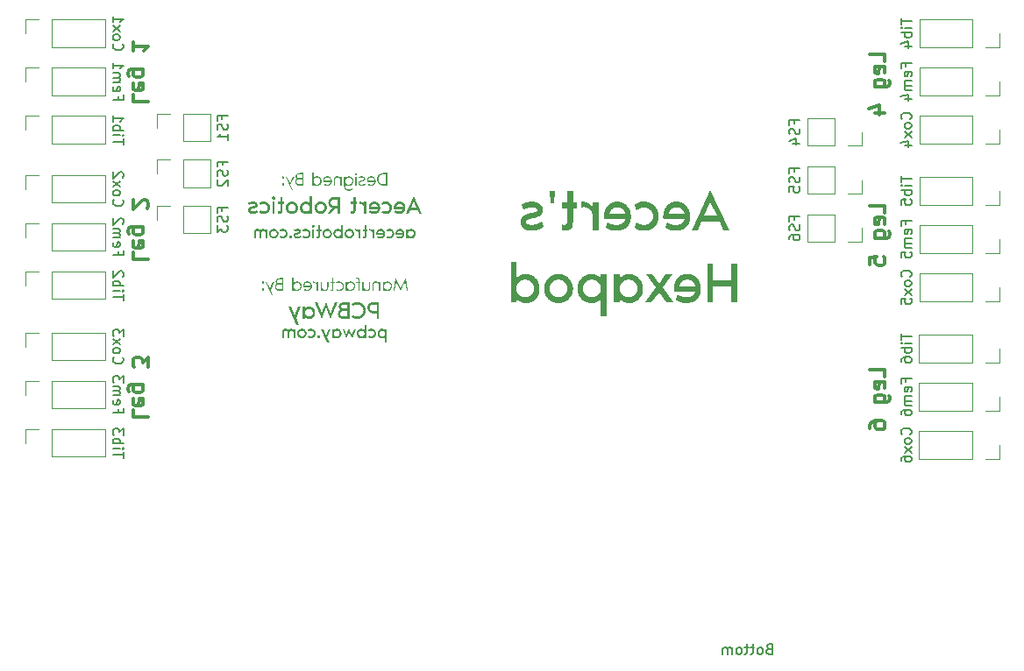
<source format=gbr>
%TF.GenerationSoftware,KiCad,Pcbnew,7.0.8*%
%TF.CreationDate,2025-03-22T19:36:19-04:00*%
%TF.ProjectId,Hexapod PCB KiCad Project,48657861-706f-4642-9050-4342204b6943,rev?*%
%TF.SameCoordinates,Original*%
%TF.FileFunction,Legend,Bot*%
%TF.FilePolarity,Positive*%
%FSLAX46Y46*%
G04 Gerber Fmt 4.6, Leading zero omitted, Abs format (unit mm)*
G04 Created by KiCad (PCBNEW 7.0.8) date 2025-03-22 19:36:19*
%MOMM*%
%LPD*%
G01*
G04 APERTURE LIST*
%ADD10C,0.150000*%
%ADD11C,0.230000*%
%ADD12C,0.300000*%
%ADD13C,0.250000*%
%ADD14C,0.120000*%
G04 APERTURE END LIST*
D10*
X168322801Y-141195239D02*
X168179944Y-141242858D01*
X168179944Y-141242858D02*
X168132325Y-141290477D01*
X168132325Y-141290477D02*
X168084706Y-141385715D01*
X168084706Y-141385715D02*
X168084706Y-141528572D01*
X168084706Y-141528572D02*
X168132325Y-141623810D01*
X168132325Y-141623810D02*
X168179944Y-141671430D01*
X168179944Y-141671430D02*
X168275182Y-141719049D01*
X168275182Y-141719049D02*
X168656134Y-141719049D01*
X168656134Y-141719049D02*
X168656134Y-140719049D01*
X168656134Y-140719049D02*
X168322801Y-140719049D01*
X168322801Y-140719049D02*
X168227563Y-140766668D01*
X168227563Y-140766668D02*
X168179944Y-140814287D01*
X168179944Y-140814287D02*
X168132325Y-140909525D01*
X168132325Y-140909525D02*
X168132325Y-141004763D01*
X168132325Y-141004763D02*
X168179944Y-141100001D01*
X168179944Y-141100001D02*
X168227563Y-141147620D01*
X168227563Y-141147620D02*
X168322801Y-141195239D01*
X168322801Y-141195239D02*
X168656134Y-141195239D01*
X167513277Y-141719049D02*
X167608515Y-141671430D01*
X167608515Y-141671430D02*
X167656134Y-141623810D01*
X167656134Y-141623810D02*
X167703753Y-141528572D01*
X167703753Y-141528572D02*
X167703753Y-141242858D01*
X167703753Y-141242858D02*
X167656134Y-141147620D01*
X167656134Y-141147620D02*
X167608515Y-141100001D01*
X167608515Y-141100001D02*
X167513277Y-141052382D01*
X167513277Y-141052382D02*
X167370420Y-141052382D01*
X167370420Y-141052382D02*
X167275182Y-141100001D01*
X167275182Y-141100001D02*
X167227563Y-141147620D01*
X167227563Y-141147620D02*
X167179944Y-141242858D01*
X167179944Y-141242858D02*
X167179944Y-141528572D01*
X167179944Y-141528572D02*
X167227563Y-141623810D01*
X167227563Y-141623810D02*
X167275182Y-141671430D01*
X167275182Y-141671430D02*
X167370420Y-141719049D01*
X167370420Y-141719049D02*
X167513277Y-141719049D01*
X166894229Y-141052382D02*
X166513277Y-141052382D01*
X166751372Y-140719049D02*
X166751372Y-141576191D01*
X166751372Y-141576191D02*
X166703753Y-141671430D01*
X166703753Y-141671430D02*
X166608515Y-141719049D01*
X166608515Y-141719049D02*
X166513277Y-141719049D01*
X166322800Y-141052382D02*
X165941848Y-141052382D01*
X166179943Y-140719049D02*
X166179943Y-141576191D01*
X166179943Y-141576191D02*
X166132324Y-141671430D01*
X166132324Y-141671430D02*
X166037086Y-141719049D01*
X166037086Y-141719049D02*
X165941848Y-141719049D01*
X165465657Y-141719049D02*
X165560895Y-141671430D01*
X165560895Y-141671430D02*
X165608514Y-141623810D01*
X165608514Y-141623810D02*
X165656133Y-141528572D01*
X165656133Y-141528572D02*
X165656133Y-141242858D01*
X165656133Y-141242858D02*
X165608514Y-141147620D01*
X165608514Y-141147620D02*
X165560895Y-141100001D01*
X165560895Y-141100001D02*
X165465657Y-141052382D01*
X165465657Y-141052382D02*
X165322800Y-141052382D01*
X165322800Y-141052382D02*
X165227562Y-141100001D01*
X165227562Y-141100001D02*
X165179943Y-141147620D01*
X165179943Y-141147620D02*
X165132324Y-141242858D01*
X165132324Y-141242858D02*
X165132324Y-141528572D01*
X165132324Y-141528572D02*
X165179943Y-141623810D01*
X165179943Y-141623810D02*
X165227562Y-141671430D01*
X165227562Y-141671430D02*
X165322800Y-141719049D01*
X165322800Y-141719049D02*
X165465657Y-141719049D01*
X164703752Y-141719049D02*
X164703752Y-141052382D01*
X164703752Y-141147620D02*
X164656133Y-141100001D01*
X164656133Y-141100001D02*
X164560895Y-141052382D01*
X164560895Y-141052382D02*
X164418038Y-141052382D01*
X164418038Y-141052382D02*
X164322800Y-141100001D01*
X164322800Y-141100001D02*
X164275181Y-141195239D01*
X164275181Y-141195239D02*
X164275181Y-141719049D01*
X164275181Y-141195239D02*
X164227562Y-141100001D01*
X164227562Y-141100001D02*
X164132324Y-141052382D01*
X164132324Y-141052382D02*
X163989467Y-141052382D01*
X163989467Y-141052382D02*
X163894228Y-141100001D01*
X163894228Y-141100001D02*
X163846609Y-141195239D01*
X163846609Y-141195239D02*
X163846609Y-141719049D01*
G36*
X131434772Y-96424500D02*
G01*
X131096301Y-96424500D01*
X131078262Y-96424331D01*
X131060462Y-96423824D01*
X131042901Y-96422979D01*
X131025579Y-96421796D01*
X131008496Y-96420275D01*
X130991651Y-96418416D01*
X130975045Y-96416219D01*
X130958678Y-96413684D01*
X130942549Y-96410811D01*
X130926659Y-96407600D01*
X130911008Y-96404052D01*
X130895596Y-96400165D01*
X130880423Y-96395940D01*
X130865488Y-96391377D01*
X130850792Y-96386477D01*
X130836335Y-96381238D01*
X130822116Y-96375661D01*
X130808137Y-96369747D01*
X130794396Y-96363494D01*
X130780894Y-96356903D01*
X130767630Y-96349975D01*
X130754605Y-96342708D01*
X130741820Y-96335104D01*
X130729272Y-96327161D01*
X130716964Y-96318881D01*
X130704894Y-96310262D01*
X130693064Y-96301306D01*
X130681471Y-96292011D01*
X130670118Y-96282379D01*
X130659003Y-96272408D01*
X130648128Y-96262100D01*
X130637491Y-96251453D01*
X130627137Y-96240530D01*
X130617112Y-96229432D01*
X130607416Y-96218158D01*
X130598049Y-96206709D01*
X130589010Y-96195084D01*
X130580301Y-96183283D01*
X130571919Y-96171307D01*
X130563867Y-96159156D01*
X130556143Y-96146829D01*
X130548747Y-96134326D01*
X130541681Y-96121648D01*
X130534943Y-96108795D01*
X130528534Y-96095766D01*
X130522453Y-96082561D01*
X130516701Y-96069181D01*
X130511278Y-96055626D01*
X130506184Y-96041895D01*
X130501418Y-96027988D01*
X130496981Y-96013906D01*
X130492872Y-95999649D01*
X130489092Y-95985216D01*
X130485641Y-95970607D01*
X130482519Y-95955823D01*
X130479725Y-95940864D01*
X130477260Y-95925729D01*
X130475123Y-95910418D01*
X130473316Y-95894932D01*
X130471837Y-95879270D01*
X130470686Y-95863433D01*
X130469865Y-95847421D01*
X130469372Y-95831233D01*
X130469207Y-95814869D01*
X130586371Y-95814869D01*
X130586503Y-95828247D01*
X130586899Y-95841470D01*
X130587559Y-95854539D01*
X130588484Y-95867453D01*
X130591126Y-95892818D01*
X130594824Y-95917566D01*
X130599580Y-95941696D01*
X130605392Y-95965208D01*
X130612260Y-95988103D01*
X130620186Y-96010380D01*
X130629168Y-96032039D01*
X130639207Y-96053081D01*
X130650303Y-96073504D01*
X130662455Y-96093311D01*
X130675664Y-96112499D01*
X130689930Y-96131070D01*
X130705253Y-96149024D01*
X130721632Y-96166359D01*
X130738905Y-96182854D01*
X130756906Y-96198284D01*
X130775637Y-96212651D01*
X130795097Y-96225953D01*
X130815287Y-96238191D01*
X130836206Y-96249365D01*
X130857854Y-96259474D01*
X130880231Y-96268520D01*
X130903338Y-96276501D01*
X130927174Y-96283418D01*
X130951739Y-96289271D01*
X130964295Y-96291799D01*
X130977034Y-96294060D01*
X130989955Y-96296055D01*
X131003058Y-96297785D01*
X131016343Y-96299248D01*
X131029811Y-96300445D01*
X131043461Y-96301376D01*
X131057293Y-96302041D01*
X131071308Y-96302440D01*
X131085505Y-96302573D01*
X131317927Y-96302573D01*
X131317927Y-95327165D01*
X131085505Y-95327165D01*
X131071308Y-95327298D01*
X131057293Y-95327697D01*
X131043461Y-95328362D01*
X131029811Y-95329294D01*
X131016343Y-95330491D01*
X131003058Y-95331954D01*
X130989955Y-95333683D01*
X130977034Y-95335679D01*
X130964295Y-95337940D01*
X130951739Y-95340467D01*
X130927174Y-95346320D01*
X130903338Y-95353237D01*
X130880231Y-95361219D01*
X130857854Y-95370264D01*
X130836206Y-95380374D01*
X130815287Y-95391548D01*
X130795097Y-95403786D01*
X130775637Y-95417088D01*
X130756906Y-95431454D01*
X130738905Y-95446885D01*
X130721632Y-95463379D01*
X130713310Y-95471970D01*
X130697459Y-95489615D01*
X130682665Y-95507877D01*
X130668928Y-95526756D01*
X130656247Y-95546254D01*
X130644623Y-95566369D01*
X130634056Y-95587102D01*
X130624545Y-95608452D01*
X130616091Y-95630420D01*
X130608694Y-95653006D01*
X130602354Y-95676210D01*
X130597070Y-95700031D01*
X130592843Y-95724469D01*
X130589673Y-95749526D01*
X130588484Y-95762286D01*
X130587559Y-95775200D01*
X130586899Y-95788269D01*
X130586503Y-95801492D01*
X130586371Y-95814869D01*
X130469207Y-95814869D01*
X130469369Y-95798409D01*
X130469853Y-95782129D01*
X130470661Y-95766030D01*
X130471792Y-95750111D01*
X130473246Y-95734373D01*
X130475023Y-95718815D01*
X130477123Y-95703437D01*
X130479546Y-95688240D01*
X130482293Y-95673224D01*
X130485362Y-95658387D01*
X130488755Y-95643732D01*
X130492470Y-95629257D01*
X130496509Y-95614962D01*
X130500871Y-95600848D01*
X130505556Y-95586914D01*
X130510564Y-95573161D01*
X130515895Y-95559588D01*
X130521549Y-95546195D01*
X130527526Y-95532983D01*
X130533827Y-95519952D01*
X130540450Y-95507101D01*
X130547397Y-95494430D01*
X130554666Y-95481940D01*
X130562259Y-95469631D01*
X130570175Y-95457501D01*
X130578414Y-95445553D01*
X130586976Y-95433784D01*
X130595861Y-95422197D01*
X130605070Y-95410789D01*
X130614601Y-95399563D01*
X130624455Y-95388516D01*
X130634633Y-95377650D01*
X130645100Y-95367043D01*
X130655822Y-95356772D01*
X130666800Y-95346838D01*
X130678033Y-95337241D01*
X130689522Y-95327981D01*
X130701267Y-95319057D01*
X130713266Y-95310471D01*
X130725522Y-95302220D01*
X130738033Y-95294307D01*
X130750799Y-95286730D01*
X130763821Y-95279490D01*
X130777098Y-95272587D01*
X130790631Y-95266021D01*
X130804419Y-95259791D01*
X130818463Y-95253898D01*
X130832763Y-95248342D01*
X130847318Y-95243122D01*
X130862128Y-95238240D01*
X130877194Y-95233694D01*
X130892515Y-95229485D01*
X130908092Y-95225612D01*
X130923924Y-95222076D01*
X130940012Y-95218877D01*
X130956356Y-95216015D01*
X130972955Y-95213489D01*
X130989809Y-95211301D01*
X131006919Y-95209448D01*
X131024284Y-95207933D01*
X131041905Y-95206755D01*
X131059781Y-95205913D01*
X131077913Y-95205408D01*
X131096301Y-95205239D01*
X131434772Y-95205239D01*
X131434772Y-96424500D01*
G37*
G36*
X129916030Y-95530895D02*
G01*
X129939809Y-95532454D01*
X129962983Y-95535052D01*
X129985551Y-95538690D01*
X130007515Y-95543367D01*
X130028872Y-95549084D01*
X130049625Y-95555840D01*
X130069772Y-95563635D01*
X130089315Y-95572470D01*
X130108251Y-95582344D01*
X130126583Y-95593257D01*
X130144309Y-95605210D01*
X130161430Y-95618202D01*
X130177946Y-95632233D01*
X130193857Y-95647304D01*
X130209162Y-95663414D01*
X130223657Y-95680274D01*
X130237217Y-95697671D01*
X130249842Y-95715607D01*
X130261532Y-95734081D01*
X130272287Y-95753094D01*
X130282106Y-95772645D01*
X130290990Y-95792734D01*
X130298939Y-95813361D01*
X130305953Y-95834527D01*
X130312032Y-95856231D01*
X130317176Y-95878473D01*
X130321384Y-95901253D01*
X130324657Y-95924572D01*
X130326995Y-95948429D01*
X130328398Y-95972825D01*
X130328865Y-95997758D01*
X130328375Y-96021178D01*
X130326906Y-96044126D01*
X130324456Y-96066602D01*
X130321027Y-96088608D01*
X130316617Y-96110142D01*
X130311228Y-96131204D01*
X130304859Y-96151796D01*
X130297511Y-96171916D01*
X130289182Y-96191565D01*
X130279874Y-96210742D01*
X130269585Y-96229448D01*
X130258317Y-96247683D01*
X130246069Y-96265446D01*
X130232842Y-96282739D01*
X130218634Y-96299560D01*
X130203447Y-96315909D01*
X130195525Y-96323840D01*
X130179185Y-96338947D01*
X130162184Y-96353047D01*
X130144519Y-96366139D01*
X130126193Y-96378225D01*
X130107204Y-96389303D01*
X130087552Y-96399374D01*
X130067239Y-96408438D01*
X130046263Y-96416495D01*
X130024625Y-96423545D01*
X130002324Y-96429588D01*
X129979361Y-96434623D01*
X129955736Y-96438652D01*
X129931449Y-96441673D01*
X129906499Y-96443687D01*
X129893776Y-96444317D01*
X129880887Y-96444695D01*
X129867832Y-96444821D01*
X129842770Y-96444389D01*
X129818305Y-96443094D01*
X129794438Y-96440936D01*
X129771169Y-96437915D01*
X129748497Y-96434030D01*
X129726424Y-96429282D01*
X129704948Y-96423671D01*
X129684070Y-96417197D01*
X129663790Y-96409859D01*
X129644108Y-96401658D01*
X129625024Y-96392594D01*
X129606537Y-96382667D01*
X129588648Y-96371876D01*
X129571357Y-96360222D01*
X129554664Y-96347705D01*
X129538569Y-96334325D01*
X129582703Y-96232403D01*
X129598129Y-96243361D01*
X129613845Y-96253612D01*
X129629851Y-96263156D01*
X129646147Y-96271993D01*
X129662733Y-96280123D01*
X129679610Y-96287546D01*
X129696777Y-96294262D01*
X129714234Y-96300271D01*
X129731982Y-96305574D01*
X129750019Y-96310169D01*
X129768347Y-96314057D01*
X129786965Y-96317239D01*
X129805874Y-96319713D01*
X129825072Y-96321481D01*
X129844561Y-96322541D01*
X129864340Y-96322894D01*
X129881745Y-96322609D01*
X129898795Y-96321753D01*
X129915491Y-96320327D01*
X129931832Y-96318330D01*
X129947818Y-96315763D01*
X129963449Y-96312625D01*
X129978726Y-96308916D01*
X129993648Y-96304637D01*
X130008215Y-96299788D01*
X130022428Y-96294368D01*
X130036286Y-96288377D01*
X130049789Y-96281816D01*
X130062937Y-96274684D01*
X130075731Y-96266982D01*
X130088170Y-96258709D01*
X130100254Y-96249866D01*
X130111800Y-96240561D01*
X130122703Y-96230904D01*
X130132964Y-96220895D01*
X130142583Y-96210534D01*
X130151559Y-96199820D01*
X130159892Y-96188754D01*
X130167583Y-96177336D01*
X130174632Y-96165565D01*
X130181038Y-96153443D01*
X130186802Y-96140968D01*
X130191923Y-96128141D01*
X130196402Y-96114961D01*
X130200238Y-96101430D01*
X130203432Y-96087546D01*
X130205983Y-96073310D01*
X130207892Y-96058721D01*
X129485544Y-96058721D01*
X129483989Y-96049103D01*
X129482254Y-96035324D01*
X129481037Y-96021181D01*
X129480336Y-96006674D01*
X129480146Y-95993948D01*
X129480259Y-95980718D01*
X129480600Y-95967660D01*
X129481167Y-95954774D01*
X129481962Y-95942059D01*
X129482441Y-95936795D01*
X129598897Y-95936795D01*
X130207892Y-95936795D01*
X130206924Y-95923302D01*
X130205372Y-95909970D01*
X130203233Y-95896800D01*
X130200510Y-95883790D01*
X130197200Y-95870942D01*
X130193306Y-95858255D01*
X130188826Y-95845729D01*
X130183761Y-95833365D01*
X130178110Y-95821161D01*
X130171874Y-95809119D01*
X130165052Y-95797239D01*
X130157645Y-95785519D01*
X130149652Y-95773961D01*
X130141075Y-95762564D01*
X130131911Y-95751328D01*
X130122163Y-95740253D01*
X130111832Y-95729603D01*
X130101003Y-95719639D01*
X130089676Y-95710363D01*
X130077849Y-95701774D01*
X130065524Y-95693872D01*
X130052701Y-95686658D01*
X130039379Y-95680130D01*
X130025558Y-95674289D01*
X130011239Y-95669136D01*
X129996421Y-95664670D01*
X129981105Y-95660890D01*
X129965290Y-95657798D01*
X129948976Y-95655393D01*
X129932164Y-95653676D01*
X129914853Y-95652645D01*
X129897044Y-95652301D01*
X129879488Y-95652645D01*
X129862460Y-95653676D01*
X129845960Y-95655393D01*
X129829989Y-95657798D01*
X129814546Y-95660890D01*
X129799631Y-95664670D01*
X129785245Y-95669136D01*
X129771387Y-95674289D01*
X129758058Y-95680130D01*
X129745257Y-95686658D01*
X129732984Y-95693872D01*
X129721239Y-95701774D01*
X129710023Y-95710363D01*
X129699336Y-95719639D01*
X129689177Y-95729603D01*
X129679546Y-95740253D01*
X129670449Y-95751328D01*
X129661894Y-95762564D01*
X129653879Y-95773961D01*
X129646405Y-95785519D01*
X129639472Y-95797239D01*
X129633079Y-95809119D01*
X129627228Y-95821161D01*
X129621917Y-95833365D01*
X129617146Y-95845729D01*
X129612917Y-95858255D01*
X129609228Y-95870942D01*
X129606080Y-95883790D01*
X129603473Y-95896800D01*
X129601407Y-95909970D01*
X129599881Y-95923302D01*
X129598897Y-95936795D01*
X129482441Y-95936795D01*
X129484231Y-95917145D01*
X129487409Y-95892919D01*
X129491495Y-95869379D01*
X129496488Y-95846527D01*
X129502389Y-95824361D01*
X129509199Y-95802883D01*
X129516916Y-95782092D01*
X129525541Y-95761988D01*
X129535074Y-95742571D01*
X129545514Y-95723842D01*
X129556863Y-95705799D01*
X129569120Y-95688444D01*
X129582284Y-95671775D01*
X129596357Y-95655794D01*
X129611128Y-95640607D01*
X129626392Y-95626399D01*
X129642146Y-95613171D01*
X129658391Y-95600923D01*
X129675128Y-95589655D01*
X129692355Y-95579367D01*
X129710074Y-95570059D01*
X129728284Y-95561730D01*
X129746986Y-95554381D01*
X129766178Y-95548012D01*
X129785861Y-95542623D01*
X129806036Y-95538214D01*
X129826702Y-95534785D01*
X129847859Y-95532335D01*
X129869507Y-95530865D01*
X129891646Y-95530375D01*
X129916030Y-95530895D01*
G37*
G36*
X128960690Y-95914569D02*
G01*
X128940293Y-95919017D01*
X128920698Y-95923708D01*
X128901904Y-95928642D01*
X128883911Y-95933819D01*
X128866719Y-95939239D01*
X128850329Y-95944902D01*
X128834739Y-95950808D01*
X128819951Y-95956958D01*
X128805964Y-95963350D01*
X128792779Y-95969986D01*
X128780395Y-95976864D01*
X128768811Y-95983986D01*
X128758030Y-95991351D01*
X128743359Y-96002854D01*
X128730491Y-96014904D01*
X128719029Y-96027529D01*
X128708694Y-96040757D01*
X128699487Y-96054588D01*
X128691407Y-96069021D01*
X128684455Y-96084057D01*
X128678630Y-96099696D01*
X128673932Y-96115937D01*
X128670362Y-96132782D01*
X128667919Y-96150229D01*
X128666604Y-96168279D01*
X128666353Y-96180647D01*
X128666693Y-96194025D01*
X128667712Y-96207170D01*
X128669412Y-96220081D01*
X128671791Y-96232760D01*
X128674849Y-96245205D01*
X128678587Y-96257417D01*
X128683005Y-96269396D01*
X128688103Y-96281141D01*
X128693880Y-96292654D01*
X128700337Y-96303933D01*
X128707474Y-96314979D01*
X128715290Y-96325792D01*
X128723786Y-96336372D01*
X128732962Y-96346718D01*
X128742817Y-96356831D01*
X128753352Y-96366712D01*
X128764434Y-96376170D01*
X128776010Y-96385018D01*
X128788079Y-96393256D01*
X128800642Y-96400884D01*
X128813699Y-96407902D01*
X128827249Y-96414309D01*
X128841293Y-96420106D01*
X128855831Y-96425293D01*
X128870862Y-96429870D01*
X128886387Y-96433836D01*
X128902405Y-96437193D01*
X128918917Y-96439939D01*
X128935923Y-96442074D01*
X128953422Y-96443600D01*
X128971415Y-96444515D01*
X128989902Y-96444821D01*
X129004469Y-96444651D01*
X129018880Y-96444141D01*
X129033135Y-96443291D01*
X129047233Y-96442102D01*
X129061175Y-96440572D01*
X129074961Y-96438703D01*
X129088591Y-96436494D01*
X129102064Y-96433946D01*
X129115381Y-96431057D01*
X129128542Y-96427828D01*
X129141546Y-96424260D01*
X129154395Y-96420352D01*
X129167087Y-96416104D01*
X129179622Y-96411516D01*
X129192002Y-96406588D01*
X129204225Y-96401321D01*
X129216102Y-96395851D01*
X129233062Y-96387675D01*
X129248994Y-96379531D01*
X129263900Y-96371422D01*
X129277779Y-96363345D01*
X129290631Y-96355303D01*
X129302456Y-96347294D01*
X129313254Y-96339318D01*
X129326054Y-96328736D01*
X129337028Y-96318213D01*
X129339486Y-96315592D01*
X129288049Y-96209859D01*
X129279147Y-96219260D01*
X129269586Y-96228292D01*
X129259366Y-96236956D01*
X129248488Y-96245252D01*
X129236952Y-96253179D01*
X129224757Y-96260738D01*
X129211903Y-96267929D01*
X129198390Y-96274751D01*
X129184219Y-96281205D01*
X129169390Y-96287291D01*
X129159137Y-96291143D01*
X129143548Y-96296494D01*
X129127975Y-96301353D01*
X129112419Y-96305721D01*
X129096880Y-96309599D01*
X129081357Y-96312985D01*
X129065851Y-96315879D01*
X129050362Y-96318283D01*
X129034890Y-96320196D01*
X129019434Y-96321617D01*
X129003995Y-96322547D01*
X128993712Y-96322894D01*
X128978122Y-96322922D01*
X128962907Y-96322292D01*
X128948065Y-96321002D01*
X128933597Y-96319055D01*
X128919503Y-96316448D01*
X128905783Y-96313183D01*
X128892438Y-96309259D01*
X128879466Y-96304677D01*
X128866868Y-96299436D01*
X128854644Y-96293537D01*
X128846702Y-96289238D01*
X128835410Y-96282291D01*
X128822082Y-96272160D01*
X128810728Y-96261037D01*
X128801349Y-96248922D01*
X128793944Y-96235815D01*
X128788514Y-96221715D01*
X128785059Y-96206623D01*
X128783578Y-96190539D01*
X128783516Y-96186363D01*
X128784301Y-96172511D01*
X128786657Y-96159215D01*
X128790582Y-96146475D01*
X128796078Y-96134290D01*
X128803144Y-96122661D01*
X128811780Y-96111588D01*
X128821987Y-96101070D01*
X128833763Y-96091108D01*
X128847110Y-96081702D01*
X128862027Y-96072851D01*
X128878514Y-96064556D01*
X128896572Y-96056816D01*
X128916199Y-96049633D01*
X128937397Y-96043004D01*
X128960165Y-96036932D01*
X128984504Y-96031415D01*
X129007799Y-96026766D01*
X129030137Y-96021949D01*
X129051517Y-96016963D01*
X129071940Y-96011808D01*
X129091405Y-96006485D01*
X129109913Y-96000993D01*
X129127463Y-95995332D01*
X129144055Y-95989503D01*
X129159691Y-95983505D01*
X129174368Y-95977338D01*
X129188088Y-95971003D01*
X129200851Y-95964499D01*
X129212656Y-95957826D01*
X129223504Y-95950984D01*
X129237980Y-95940406D01*
X129242327Y-95936795D01*
X129254413Y-95925473D01*
X129265310Y-95913413D01*
X129275019Y-95900617D01*
X129283539Y-95887084D01*
X129290870Y-95872815D01*
X129297012Y-95857808D01*
X129301966Y-95842065D01*
X129305730Y-95825586D01*
X129308306Y-95808369D01*
X129309693Y-95790416D01*
X129309957Y-95778038D01*
X129309611Y-95764238D01*
X129308573Y-95750781D01*
X129306843Y-95737666D01*
X129304421Y-95724893D01*
X129301306Y-95712463D01*
X129295337Y-95694460D01*
X129287811Y-95677226D01*
X129278727Y-95660763D01*
X129268086Y-95645070D01*
X129260127Y-95635036D01*
X129251476Y-95625345D01*
X129242133Y-95615995D01*
X129232098Y-95606988D01*
X129221371Y-95598324D01*
X129210027Y-95590096D01*
X129198222Y-95582398D01*
X129185955Y-95575232D01*
X129173227Y-95568596D01*
X129160038Y-95562492D01*
X129146387Y-95556918D01*
X129132275Y-95551875D01*
X129117702Y-95547362D01*
X129102667Y-95543381D01*
X129087171Y-95539931D01*
X129071213Y-95537011D01*
X129054794Y-95534622D01*
X129037913Y-95532764D01*
X129020572Y-95531437D01*
X129002768Y-95530641D01*
X128984504Y-95530375D01*
X128965366Y-95530718D01*
X128946372Y-95531745D01*
X128927522Y-95533456D01*
X128908816Y-95535852D01*
X128890254Y-95538933D01*
X128871835Y-95542699D01*
X128853561Y-95547149D01*
X128835430Y-95552284D01*
X128817443Y-95558103D01*
X128799601Y-95564607D01*
X128781902Y-95571796D01*
X128764346Y-95579670D01*
X128746935Y-95588228D01*
X128729668Y-95597470D01*
X128712544Y-95607398D01*
X128695565Y-95618010D01*
X128739382Y-95725330D01*
X128750113Y-95717896D01*
X128762860Y-95710477D01*
X128774509Y-95704554D01*
X128787448Y-95698640D01*
X128801677Y-95692736D01*
X128817195Y-95686842D01*
X128829681Y-95682428D01*
X128842892Y-95678020D01*
X128856367Y-95673748D01*
X128869764Y-95669860D01*
X128883083Y-95666358D01*
X128896324Y-95663241D01*
X128909486Y-95660509D01*
X128922571Y-95658162D01*
X128935577Y-95656200D01*
X128948505Y-95654623D01*
X128961356Y-95653432D01*
X128974128Y-95652625D01*
X128982599Y-95652301D01*
X128995550Y-95652080D01*
X129020220Y-95652452D01*
X129043245Y-95653911D01*
X129064625Y-95656456D01*
X129084360Y-95660087D01*
X129102451Y-95664805D01*
X129118898Y-95670610D01*
X129133699Y-95677501D01*
X129146856Y-95685479D01*
X129158369Y-95694543D01*
X129168237Y-95704693D01*
X129176460Y-95715930D01*
X129183038Y-95728254D01*
X129187972Y-95741664D01*
X129191261Y-95756161D01*
X129192906Y-95771744D01*
X129193112Y-95779943D01*
X129191802Y-95794211D01*
X129187873Y-95807805D01*
X129181324Y-95820724D01*
X129173445Y-95831474D01*
X129172156Y-95832968D01*
X129161952Y-95842867D01*
X129151779Y-95850748D01*
X129140289Y-95858071D01*
X129127482Y-95864836D01*
X129115803Y-95870046D01*
X129110875Y-95872022D01*
X129098498Y-95876614D01*
X129084240Y-95881675D01*
X129070629Y-95886244D01*
X129057665Y-95890322D01*
X129045349Y-95893909D01*
X129039434Y-95895518D01*
X129025030Y-95899252D01*
X129011427Y-95902645D01*
X128996662Y-95906217D01*
X128983472Y-95909330D01*
X128969475Y-95912567D01*
X128960690Y-95914569D01*
G37*
G36*
X128349790Y-95378603D02*
G01*
X128359511Y-95387201D01*
X128371953Y-95395595D01*
X128385244Y-95401891D01*
X128399384Y-95406088D01*
X128414372Y-95408187D01*
X128422184Y-95408449D01*
X128435002Y-95407721D01*
X128449647Y-95404922D01*
X128463489Y-95400026D01*
X128476527Y-95393031D01*
X128488761Y-95383937D01*
X128494577Y-95378603D01*
X128503267Y-95368897D01*
X128511751Y-95356514D01*
X128518113Y-95343328D01*
X128522355Y-95329337D01*
X128524476Y-95314543D01*
X128524741Y-95306844D01*
X128524005Y-95294133D01*
X128521177Y-95279636D01*
X128516228Y-95265966D01*
X128509158Y-95253121D01*
X128499968Y-95241103D01*
X128494577Y-95235403D01*
X128484773Y-95226713D01*
X128472270Y-95218230D01*
X128458964Y-95211867D01*
X128444855Y-95207625D01*
X128429942Y-95205504D01*
X128422184Y-95205239D01*
X128409281Y-95205976D01*
X128394576Y-95208804D01*
X128380720Y-95213752D01*
X128367712Y-95220822D01*
X128355552Y-95230013D01*
X128349790Y-95235403D01*
X128341100Y-95245017D01*
X128332616Y-95257311D01*
X128326254Y-95270431D01*
X128322012Y-95284377D01*
X128319891Y-95299149D01*
X128319626Y-95306844D01*
X128320362Y-95319563D01*
X128323190Y-95334090D01*
X128328139Y-95347812D01*
X128335209Y-95360731D01*
X128344399Y-95372847D01*
X128349790Y-95378603D01*
G37*
G36*
X128480606Y-96424500D02*
G01*
X128480606Y-95550696D01*
X128363761Y-95550696D01*
X128363761Y-96424500D01*
X128480606Y-96424500D01*
G37*
G36*
X127745698Y-95530902D02*
G01*
X127768582Y-95532484D01*
X127791033Y-95535119D01*
X127813049Y-95538809D01*
X127834632Y-95543553D01*
X127855780Y-95549352D01*
X127876494Y-95556204D01*
X127896774Y-95564111D01*
X127916620Y-95573072D01*
X127936032Y-95583088D01*
X127955010Y-95594157D01*
X127973554Y-95606281D01*
X127991663Y-95619460D01*
X128009339Y-95633692D01*
X128026580Y-95648979D01*
X128043387Y-95665319D01*
X128059459Y-95682355D01*
X128074494Y-95699805D01*
X128088492Y-95717669D01*
X128101453Y-95735947D01*
X128113377Y-95754639D01*
X128124264Y-95773746D01*
X128134115Y-95793267D01*
X128142928Y-95813202D01*
X128150705Y-95833552D01*
X128157445Y-95854316D01*
X128163148Y-95875494D01*
X128167814Y-95897086D01*
X128171443Y-95919093D01*
X128174035Y-95941513D01*
X128175590Y-95964349D01*
X128176109Y-95987598D01*
X128175590Y-96010848D01*
X128174035Y-96033687D01*
X128171443Y-96056114D01*
X128167814Y-96078130D01*
X128163148Y-96099733D01*
X128157445Y-96120925D01*
X128150705Y-96141705D01*
X128142928Y-96162073D01*
X128134115Y-96182029D01*
X128124264Y-96201574D01*
X128113377Y-96220707D01*
X128101453Y-96239428D01*
X128088492Y-96257737D01*
X128074494Y-96275634D01*
X128059459Y-96293120D01*
X128043387Y-96310194D01*
X128026580Y-96326496D01*
X128009339Y-96341747D01*
X127991663Y-96355946D01*
X127973554Y-96369093D01*
X127955010Y-96381188D01*
X127936032Y-96392232D01*
X127916620Y-96402224D01*
X127896774Y-96411164D01*
X127876494Y-96419052D01*
X127855780Y-96425889D01*
X127834632Y-96431673D01*
X127813049Y-96436406D01*
X127791033Y-96440088D01*
X127768582Y-96442717D01*
X127745698Y-96444295D01*
X127722379Y-96444821D01*
X127709208Y-96444650D01*
X127696209Y-96444138D01*
X127683380Y-96443286D01*
X127670723Y-96442092D01*
X127645922Y-96438681D01*
X127621806Y-96433906D01*
X127598374Y-96427766D01*
X127575627Y-96420263D01*
X127553565Y-96411395D01*
X127532187Y-96401162D01*
X127511494Y-96389565D01*
X127491485Y-96376604D01*
X127472162Y-96362279D01*
X127453522Y-96346589D01*
X127435568Y-96329535D01*
X127418298Y-96311117D01*
X127409920Y-96301396D01*
X127401713Y-96291334D01*
X127393677Y-96280931D01*
X127385812Y-96270187D01*
X127385812Y-96396241D01*
X127386169Y-96420691D01*
X127387241Y-96444349D01*
X127389027Y-96467217D01*
X127391528Y-96489293D01*
X127394742Y-96510577D01*
X127398672Y-96531071D01*
X127403315Y-96550773D01*
X127408673Y-96569684D01*
X127414746Y-96587803D01*
X127421533Y-96605131D01*
X127429034Y-96621668D01*
X127437250Y-96637414D01*
X127446180Y-96652368D01*
X127455824Y-96666531D01*
X127466183Y-96679902D01*
X127477257Y-96692483D01*
X127488959Y-96704325D01*
X127501204Y-96715403D01*
X127513993Y-96725718D01*
X127527325Y-96735268D01*
X127541200Y-96744054D01*
X127555619Y-96752076D01*
X127570580Y-96759335D01*
X127586085Y-96765829D01*
X127602133Y-96771559D01*
X127618725Y-96776525D01*
X127635860Y-96780727D01*
X127653538Y-96784165D01*
X127671759Y-96786839D01*
X127690523Y-96788750D01*
X127709831Y-96789896D01*
X127729682Y-96790278D01*
X127754226Y-96789772D01*
X127778485Y-96788253D01*
X127802459Y-96785723D01*
X127826147Y-96782181D01*
X127849550Y-96777627D01*
X127872668Y-96772060D01*
X127895501Y-96765482D01*
X127918048Y-96757891D01*
X127940310Y-96749288D01*
X127962287Y-96739674D01*
X127983978Y-96729047D01*
X128005385Y-96717408D01*
X128026506Y-96704757D01*
X128047341Y-96691094D01*
X128067892Y-96676418D01*
X128078060Y-96668701D01*
X128088157Y-96660731D01*
X128146580Y-96761384D01*
X128135215Y-96770663D01*
X128123742Y-96779647D01*
X128112163Y-96788337D01*
X128100476Y-96796732D01*
X128088681Y-96804833D01*
X128076780Y-96812639D01*
X128064771Y-96820150D01*
X128052655Y-96827367D01*
X128040431Y-96834290D01*
X128028101Y-96840918D01*
X128015663Y-96847251D01*
X128003117Y-96853290D01*
X127990465Y-96859034D01*
X127977705Y-96864483D01*
X127964838Y-96869638D01*
X127951863Y-96874499D01*
X127938782Y-96879064D01*
X127925593Y-96883336D01*
X127912296Y-96887312D01*
X127898893Y-96890995D01*
X127885382Y-96894382D01*
X127871764Y-96897475D01*
X127858038Y-96900274D01*
X127844206Y-96902777D01*
X127830266Y-96904987D01*
X127816218Y-96906901D01*
X127802064Y-96908521D01*
X127787802Y-96909847D01*
X127773433Y-96910878D01*
X127758956Y-96911614D01*
X127744373Y-96912056D01*
X127729682Y-96912204D01*
X127716065Y-96912072D01*
X127702642Y-96911678D01*
X127689412Y-96911020D01*
X127676374Y-96910100D01*
X127663529Y-96908917D01*
X127650877Y-96907471D01*
X127626152Y-96903789D01*
X127602198Y-96899056D01*
X127579016Y-96893272D01*
X127556605Y-96886435D01*
X127534965Y-96878547D01*
X127514097Y-96869607D01*
X127494001Y-96859615D01*
X127474676Y-96848571D01*
X127456122Y-96836476D01*
X127438340Y-96823329D01*
X127421329Y-96809130D01*
X127405090Y-96793879D01*
X127389622Y-96777577D01*
X127382199Y-96769051D01*
X127368060Y-96751211D01*
X127354863Y-96732319D01*
X127342609Y-96712375D01*
X127331298Y-96691379D01*
X127320929Y-96669331D01*
X127311502Y-96646232D01*
X127307143Y-96634288D01*
X127303019Y-96622081D01*
X127299130Y-96609611D01*
X127295478Y-96596878D01*
X127292061Y-96583882D01*
X127288879Y-96570624D01*
X127285934Y-96557102D01*
X127283224Y-96543317D01*
X127280749Y-96529270D01*
X127278511Y-96514959D01*
X127276507Y-96500386D01*
X127274740Y-96485549D01*
X127273208Y-96470450D01*
X127271912Y-96455088D01*
X127270852Y-96439462D01*
X127270027Y-96423574D01*
X127269438Y-96407423D01*
X127269084Y-96391009D01*
X127268966Y-96374332D01*
X127268966Y-95987598D01*
X127385812Y-95987598D01*
X127386198Y-96004746D01*
X127387355Y-96021582D01*
X127389284Y-96038105D01*
X127391984Y-96054316D01*
X127395456Y-96070214D01*
X127399699Y-96085800D01*
X127404713Y-96101073D01*
X127410499Y-96116033D01*
X127417057Y-96130681D01*
X127424385Y-96145016D01*
X127432486Y-96159039D01*
X127441358Y-96172749D01*
X127451001Y-96186147D01*
X127461416Y-96199232D01*
X127472602Y-96212005D01*
X127484560Y-96224465D01*
X127497061Y-96236384D01*
X127509877Y-96247534D01*
X127523008Y-96257915D01*
X127536454Y-96267528D01*
X127550215Y-96276371D01*
X127564291Y-96284445D01*
X127578682Y-96291751D01*
X127593388Y-96298287D01*
X127608409Y-96304054D01*
X127623746Y-96309053D01*
X127639397Y-96313282D01*
X127655363Y-96316743D01*
X127671645Y-96319434D01*
X127688241Y-96321357D01*
X127705152Y-96322510D01*
X127722379Y-96322894D01*
X127739605Y-96322510D01*
X127756517Y-96321357D01*
X127773113Y-96319434D01*
X127789395Y-96316743D01*
X127805361Y-96313282D01*
X127821012Y-96309053D01*
X127836348Y-96304054D01*
X127851370Y-96298287D01*
X127866076Y-96291751D01*
X127880467Y-96284445D01*
X127894543Y-96276371D01*
X127908304Y-96267528D01*
X127921750Y-96257915D01*
X127934881Y-96247534D01*
X127947697Y-96236384D01*
X127960198Y-96224465D01*
X127972156Y-96212005D01*
X127983342Y-96199232D01*
X127993757Y-96186147D01*
X128003400Y-96172749D01*
X128012272Y-96159039D01*
X128020372Y-96145016D01*
X128027701Y-96130681D01*
X128034259Y-96116033D01*
X128040045Y-96101073D01*
X128045059Y-96085800D01*
X128049302Y-96070214D01*
X128052774Y-96054316D01*
X128055474Y-96038105D01*
X128057403Y-96021582D01*
X128058560Y-96004746D01*
X128058946Y-95987598D01*
X128058560Y-95970450D01*
X128057403Y-95953614D01*
X128055474Y-95937091D01*
X128052774Y-95920880D01*
X128049302Y-95904982D01*
X128045059Y-95889396D01*
X128040045Y-95874123D01*
X128034259Y-95859163D01*
X128027701Y-95844515D01*
X128020372Y-95830180D01*
X128012272Y-95816157D01*
X128003400Y-95802447D01*
X127993757Y-95789049D01*
X127983342Y-95775964D01*
X127972156Y-95763191D01*
X127960198Y-95750731D01*
X127947697Y-95738812D01*
X127934881Y-95727662D01*
X127921750Y-95717280D01*
X127908304Y-95707668D01*
X127894543Y-95698825D01*
X127880467Y-95690750D01*
X127866076Y-95683445D01*
X127851370Y-95676909D01*
X127836348Y-95671141D01*
X127821012Y-95666143D01*
X127805361Y-95661914D01*
X127789395Y-95658453D01*
X127773113Y-95655762D01*
X127756517Y-95653839D01*
X127739605Y-95652686D01*
X127722379Y-95652301D01*
X127705152Y-95652686D01*
X127688241Y-95653839D01*
X127671645Y-95655762D01*
X127655363Y-95658453D01*
X127639397Y-95661914D01*
X127623746Y-95666143D01*
X127608409Y-95671141D01*
X127593388Y-95676909D01*
X127578682Y-95683445D01*
X127564291Y-95690750D01*
X127550215Y-95698825D01*
X127536454Y-95707668D01*
X127523008Y-95717280D01*
X127509877Y-95727662D01*
X127497061Y-95738812D01*
X127484560Y-95750731D01*
X127472602Y-95763191D01*
X127461416Y-95775964D01*
X127451001Y-95789049D01*
X127441358Y-95802447D01*
X127432486Y-95816157D01*
X127424385Y-95830180D01*
X127417057Y-95844515D01*
X127410499Y-95859163D01*
X127404713Y-95874123D01*
X127399699Y-95889396D01*
X127395456Y-95904982D01*
X127391984Y-95920880D01*
X127389284Y-95937091D01*
X127387355Y-95953614D01*
X127386198Y-95970450D01*
X127385812Y-95987598D01*
X127268966Y-95987598D01*
X127268966Y-95550696D01*
X127385812Y-95550696D01*
X127385812Y-95705009D01*
X127393677Y-95694265D01*
X127401713Y-95683862D01*
X127409920Y-95673800D01*
X127418298Y-95664079D01*
X127435568Y-95645661D01*
X127453522Y-95628607D01*
X127472162Y-95612917D01*
X127491485Y-95598592D01*
X127511494Y-95585630D01*
X127532187Y-95574034D01*
X127553565Y-95563801D01*
X127575627Y-95554933D01*
X127598374Y-95547429D01*
X127621806Y-95541290D01*
X127645922Y-95536515D01*
X127670723Y-95533104D01*
X127683380Y-95531910D01*
X127696209Y-95531057D01*
X127709208Y-95530546D01*
X127722379Y-95530375D01*
X127745698Y-95530902D01*
G37*
G36*
X126620599Y-95530375D02*
G01*
X126597890Y-95530773D01*
X126575959Y-95531968D01*
X126554807Y-95533958D01*
X126534434Y-95536745D01*
X126514839Y-95540329D01*
X126496024Y-95544708D01*
X126477988Y-95549884D01*
X126460730Y-95555856D01*
X126444252Y-95562624D01*
X126428552Y-95570189D01*
X126413631Y-95578550D01*
X126399489Y-95587707D01*
X126386126Y-95597660D01*
X126373542Y-95608410D01*
X126361737Y-95619956D01*
X126350711Y-95632298D01*
X126340407Y-95645382D01*
X126330767Y-95659232D01*
X126321792Y-95673849D01*
X126313482Y-95689232D01*
X126305837Y-95705382D01*
X126298857Y-95722299D01*
X126292541Y-95739982D01*
X126286890Y-95758431D01*
X126281904Y-95777647D01*
X126277583Y-95797629D01*
X126273927Y-95818378D01*
X126270935Y-95839894D01*
X126268608Y-95862175D01*
X126266946Y-95885224D01*
X126265949Y-95909039D01*
X126265617Y-95933620D01*
X126265617Y-96424500D01*
X126382780Y-96424500D01*
X126382780Y-95907266D01*
X126383009Y-95891580D01*
X126383694Y-95876392D01*
X126384837Y-95861701D01*
X126386437Y-95847509D01*
X126388493Y-95833815D01*
X126391007Y-95820618D01*
X126393978Y-95807920D01*
X126401291Y-95784017D01*
X126410432Y-95762106D01*
X126421401Y-95742186D01*
X126434198Y-95724259D01*
X126448824Y-95708324D01*
X126465277Y-95694381D01*
X126483559Y-95682429D01*
X126503670Y-95672469D01*
X126525608Y-95664502D01*
X126549375Y-95658526D01*
X126561943Y-95656285D01*
X126574969Y-95654542D01*
X126588452Y-95653297D01*
X126602392Y-95652550D01*
X126616789Y-95652301D01*
X126630450Y-95652587D01*
X126643967Y-95653442D01*
X126657339Y-95654869D01*
X126670568Y-95656866D01*
X126683654Y-95659433D01*
X126696595Y-95662571D01*
X126709392Y-95666279D01*
X126722046Y-95670558D01*
X126734555Y-95675408D01*
X126746921Y-95680828D01*
X126759143Y-95686819D01*
X126771221Y-95693380D01*
X126783155Y-95700512D01*
X126794945Y-95708214D01*
X126806592Y-95716487D01*
X126818094Y-95725330D01*
X126829168Y-95734590D01*
X126839526Y-95744192D01*
X126849171Y-95754137D01*
X126858101Y-95764424D01*
X126866317Y-95775053D01*
X126873818Y-95786025D01*
X126880605Y-95797339D01*
X126886678Y-95808995D01*
X126892036Y-95820994D01*
X126896679Y-95833335D01*
X126900609Y-95846018D01*
X126903823Y-95859044D01*
X126906324Y-95872412D01*
X126908110Y-95886122D01*
X126909182Y-95900174D01*
X126909539Y-95914569D01*
X126909539Y-96424500D01*
X127026384Y-96424500D01*
X127026384Y-95550696D01*
X126909539Y-95550696D01*
X126909539Y-95685005D01*
X126902290Y-95673811D01*
X126894238Y-95662851D01*
X126885383Y-95652126D01*
X126875723Y-95641635D01*
X126865260Y-95631378D01*
X126853993Y-95621356D01*
X126841923Y-95611568D01*
X126829048Y-95602015D01*
X126815370Y-95592696D01*
X126800889Y-95583611D01*
X126790788Y-95577685D01*
X126775264Y-95569230D01*
X126759651Y-95561607D01*
X126743949Y-95554816D01*
X126728158Y-95548856D01*
X126712277Y-95543727D01*
X126696307Y-95539431D01*
X126680248Y-95535966D01*
X126664099Y-95533332D01*
X126647861Y-95531530D01*
X126631534Y-95530560D01*
X126620599Y-95530375D01*
G37*
G36*
X125682911Y-95530895D02*
G01*
X125706690Y-95532454D01*
X125729864Y-95535052D01*
X125752432Y-95538690D01*
X125774395Y-95543367D01*
X125795753Y-95549084D01*
X125816506Y-95555840D01*
X125836653Y-95563635D01*
X125856195Y-95572470D01*
X125875132Y-95582344D01*
X125893464Y-95593257D01*
X125911190Y-95605210D01*
X125928311Y-95618202D01*
X125944827Y-95632233D01*
X125960737Y-95647304D01*
X125976043Y-95663414D01*
X125990538Y-95680274D01*
X126004098Y-95697671D01*
X126016723Y-95715607D01*
X126028413Y-95734081D01*
X126039167Y-95753094D01*
X126048987Y-95772645D01*
X126057871Y-95792734D01*
X126065820Y-95813361D01*
X126072834Y-95834527D01*
X126078913Y-95856231D01*
X126084056Y-95878473D01*
X126088265Y-95901253D01*
X126091538Y-95924572D01*
X126093876Y-95948429D01*
X126095278Y-95972825D01*
X126095746Y-95997758D01*
X126095256Y-96021178D01*
X126093786Y-96044126D01*
X126091337Y-96066602D01*
X126087907Y-96088608D01*
X126083498Y-96110142D01*
X126078109Y-96131204D01*
X126071740Y-96151796D01*
X126064391Y-96171916D01*
X126056063Y-96191565D01*
X126046754Y-96210742D01*
X126036466Y-96229448D01*
X126025198Y-96247683D01*
X126012950Y-96265446D01*
X125999722Y-96282739D01*
X125985515Y-96299560D01*
X125970327Y-96315909D01*
X125962406Y-96323840D01*
X125946066Y-96338947D01*
X125929064Y-96353047D01*
X125911400Y-96366139D01*
X125893073Y-96378225D01*
X125874084Y-96389303D01*
X125854433Y-96399374D01*
X125834120Y-96408438D01*
X125813144Y-96416495D01*
X125791505Y-96423545D01*
X125769205Y-96429588D01*
X125746242Y-96434623D01*
X125722617Y-96438652D01*
X125698329Y-96441673D01*
X125673380Y-96443687D01*
X125660656Y-96444317D01*
X125647768Y-96444695D01*
X125634713Y-96444821D01*
X125609651Y-96444389D01*
X125585186Y-96443094D01*
X125561319Y-96440936D01*
X125538049Y-96437915D01*
X125515378Y-96434030D01*
X125493305Y-96429282D01*
X125471829Y-96423671D01*
X125450951Y-96417197D01*
X125430671Y-96409859D01*
X125410989Y-96401658D01*
X125391904Y-96392594D01*
X125373418Y-96382667D01*
X125355529Y-96371876D01*
X125338238Y-96360222D01*
X125321545Y-96347705D01*
X125305449Y-96334325D01*
X125349584Y-96232403D01*
X125365010Y-96243361D01*
X125380725Y-96253612D01*
X125396731Y-96263156D01*
X125413028Y-96271993D01*
X125429614Y-96280123D01*
X125446491Y-96287546D01*
X125463658Y-96294262D01*
X125481115Y-96300271D01*
X125498862Y-96305574D01*
X125516900Y-96310169D01*
X125535228Y-96314057D01*
X125553846Y-96317239D01*
X125572754Y-96319713D01*
X125591953Y-96321481D01*
X125611441Y-96322541D01*
X125631220Y-96322894D01*
X125648626Y-96322609D01*
X125665676Y-96321753D01*
X125682372Y-96320327D01*
X125698712Y-96318330D01*
X125714699Y-96315763D01*
X125730330Y-96312625D01*
X125745607Y-96308916D01*
X125760529Y-96304637D01*
X125775096Y-96299788D01*
X125789309Y-96294368D01*
X125803166Y-96288377D01*
X125816670Y-96281816D01*
X125829818Y-96274684D01*
X125842612Y-96266982D01*
X125855050Y-96258709D01*
X125867135Y-96249866D01*
X125878681Y-96240561D01*
X125889584Y-96230904D01*
X125899845Y-96220895D01*
X125909463Y-96210534D01*
X125918439Y-96199820D01*
X125926773Y-96188754D01*
X125934464Y-96177336D01*
X125941513Y-96165565D01*
X125947919Y-96153443D01*
X125953682Y-96140968D01*
X125958804Y-96128141D01*
X125963282Y-96114961D01*
X125967119Y-96101430D01*
X125970312Y-96087546D01*
X125972864Y-96073310D01*
X125974772Y-96058721D01*
X125252424Y-96058721D01*
X125250869Y-96049103D01*
X125249135Y-96035324D01*
X125247917Y-96021181D01*
X125247216Y-96006674D01*
X125247026Y-95993948D01*
X125247140Y-95980718D01*
X125247480Y-95967660D01*
X125248048Y-95954774D01*
X125248842Y-95942059D01*
X125249322Y-95936795D01*
X125365777Y-95936795D01*
X125974772Y-95936795D01*
X125973805Y-95923302D01*
X125972252Y-95909970D01*
X125970114Y-95896800D01*
X125967390Y-95883790D01*
X125964081Y-95870942D01*
X125960187Y-95858255D01*
X125955707Y-95845729D01*
X125950641Y-95833365D01*
X125944991Y-95821161D01*
X125938754Y-95809119D01*
X125931933Y-95797239D01*
X125924526Y-95785519D01*
X125916533Y-95773961D01*
X125907955Y-95762564D01*
X125898792Y-95751328D01*
X125889043Y-95740253D01*
X125878713Y-95729603D01*
X125867884Y-95719639D01*
X125856556Y-95710363D01*
X125844730Y-95701774D01*
X125832405Y-95693872D01*
X125819582Y-95686658D01*
X125806260Y-95680130D01*
X125792439Y-95674289D01*
X125778120Y-95669136D01*
X125763302Y-95664670D01*
X125747986Y-95660890D01*
X125732171Y-95657798D01*
X125715857Y-95655393D01*
X125699045Y-95653676D01*
X125681734Y-95652645D01*
X125663925Y-95652301D01*
X125646368Y-95652645D01*
X125629340Y-95653676D01*
X125612841Y-95655393D01*
X125596869Y-95657798D01*
X125581426Y-95660890D01*
X125566512Y-95664670D01*
X125552126Y-95669136D01*
X125538268Y-95674289D01*
X125524938Y-95680130D01*
X125512137Y-95686658D01*
X125499864Y-95693872D01*
X125488120Y-95701774D01*
X125476904Y-95710363D01*
X125466217Y-95719639D01*
X125456057Y-95729603D01*
X125446426Y-95740253D01*
X125437330Y-95751328D01*
X125428774Y-95762564D01*
X125420760Y-95773961D01*
X125413286Y-95785519D01*
X125406352Y-95797239D01*
X125399960Y-95809119D01*
X125394108Y-95821161D01*
X125388797Y-95833365D01*
X125384027Y-95845729D01*
X125379798Y-95858255D01*
X125376109Y-95870942D01*
X125372961Y-95883790D01*
X125370354Y-95896800D01*
X125368288Y-95909970D01*
X125366762Y-95923302D01*
X125365777Y-95936795D01*
X125249322Y-95936795D01*
X125251112Y-95917145D01*
X125254290Y-95892919D01*
X125258375Y-95869379D01*
X125263369Y-95846527D01*
X125269270Y-95824361D01*
X125276079Y-95802883D01*
X125283796Y-95782092D01*
X125292421Y-95761988D01*
X125301954Y-95742571D01*
X125312395Y-95723842D01*
X125323744Y-95705799D01*
X125336000Y-95688444D01*
X125349165Y-95671775D01*
X125363237Y-95655794D01*
X125378009Y-95640607D01*
X125393272Y-95626399D01*
X125409026Y-95613171D01*
X125425272Y-95600923D01*
X125442008Y-95589655D01*
X125459236Y-95579367D01*
X125476955Y-95570059D01*
X125495165Y-95561730D01*
X125513866Y-95554381D01*
X125533059Y-95548012D01*
X125552742Y-95542623D01*
X125572917Y-95538214D01*
X125593582Y-95534785D01*
X125614739Y-95532335D01*
X125636388Y-95530865D01*
X125658527Y-95530375D01*
X125682911Y-95530895D01*
G37*
G36*
X124316070Y-95705009D02*
G01*
X124323935Y-95694265D01*
X124331971Y-95683862D01*
X124340178Y-95673800D01*
X124348556Y-95664079D01*
X124365826Y-95645661D01*
X124383781Y-95628607D01*
X124402420Y-95612917D01*
X124421744Y-95598592D01*
X124441752Y-95585630D01*
X124462445Y-95574034D01*
X124483823Y-95563801D01*
X124505885Y-95554933D01*
X124528632Y-95547429D01*
X124552064Y-95541290D01*
X124576180Y-95536515D01*
X124600981Y-95533104D01*
X124613638Y-95531910D01*
X124626467Y-95531057D01*
X124639466Y-95530546D01*
X124652637Y-95530375D01*
X124675956Y-95530902D01*
X124698841Y-95532484D01*
X124721291Y-95535119D01*
X124743308Y-95538809D01*
X124764890Y-95543553D01*
X124786038Y-95549352D01*
X124806753Y-95556204D01*
X124827033Y-95564111D01*
X124846879Y-95573072D01*
X124866290Y-95583088D01*
X124885268Y-95594157D01*
X124903812Y-95606281D01*
X124921921Y-95619460D01*
X124939597Y-95633692D01*
X124956838Y-95648979D01*
X124973645Y-95665319D01*
X124989717Y-95682355D01*
X125004752Y-95699805D01*
X125018750Y-95717669D01*
X125031711Y-95735947D01*
X125043635Y-95754639D01*
X125054523Y-95773746D01*
X125064373Y-95793267D01*
X125073187Y-95813202D01*
X125080963Y-95833552D01*
X125087703Y-95854316D01*
X125093406Y-95875494D01*
X125098072Y-95897086D01*
X125101701Y-95919093D01*
X125104293Y-95941513D01*
X125105849Y-95964349D01*
X125106367Y-95987598D01*
X125105849Y-96010848D01*
X125104293Y-96033687D01*
X125101701Y-96056114D01*
X125098072Y-96078130D01*
X125093406Y-96099733D01*
X125087703Y-96120925D01*
X125080963Y-96141705D01*
X125073187Y-96162073D01*
X125064373Y-96182029D01*
X125054523Y-96201574D01*
X125043635Y-96220707D01*
X125031711Y-96239428D01*
X125018750Y-96257737D01*
X125004752Y-96275634D01*
X124989717Y-96293120D01*
X124973645Y-96310194D01*
X124956838Y-96326496D01*
X124939597Y-96341747D01*
X124921921Y-96355946D01*
X124903812Y-96369093D01*
X124885268Y-96381188D01*
X124866290Y-96392232D01*
X124846879Y-96402224D01*
X124827033Y-96411164D01*
X124806753Y-96419052D01*
X124786038Y-96425889D01*
X124764890Y-96431673D01*
X124743308Y-96436406D01*
X124721291Y-96440088D01*
X124698841Y-96442717D01*
X124675956Y-96444295D01*
X124652637Y-96444821D01*
X124639466Y-96444650D01*
X124626467Y-96444138D01*
X124613638Y-96443286D01*
X124600981Y-96442092D01*
X124576180Y-96438681D01*
X124552064Y-96433906D01*
X124528632Y-96427766D01*
X124505885Y-96420263D01*
X124483823Y-96411395D01*
X124462445Y-96401162D01*
X124441752Y-96389565D01*
X124421744Y-96376604D01*
X124402420Y-96362279D01*
X124383781Y-96346589D01*
X124365826Y-96329535D01*
X124348556Y-96311117D01*
X124340178Y-96301396D01*
X124331971Y-96291334D01*
X124323935Y-96280931D01*
X124316070Y-96270187D01*
X124316070Y-96424500D01*
X124199225Y-96424500D01*
X124199225Y-95987598D01*
X124316070Y-95987598D01*
X124316456Y-96004746D01*
X124317613Y-96021582D01*
X124319542Y-96038105D01*
X124322242Y-96054316D01*
X124325714Y-96070214D01*
X124329957Y-96085800D01*
X124334971Y-96101073D01*
X124340757Y-96116033D01*
X124347315Y-96130681D01*
X124354644Y-96145016D01*
X124362744Y-96159039D01*
X124371616Y-96172749D01*
X124381259Y-96186147D01*
X124391674Y-96199232D01*
X124402860Y-96212005D01*
X124414818Y-96224465D01*
X124427319Y-96236384D01*
X124440135Y-96247534D01*
X124453266Y-96257915D01*
X124466712Y-96267528D01*
X124480473Y-96276371D01*
X124494549Y-96284445D01*
X124508940Y-96291751D01*
X124523646Y-96298287D01*
X124538668Y-96304054D01*
X124554004Y-96309053D01*
X124569655Y-96313282D01*
X124585621Y-96316743D01*
X124601903Y-96319434D01*
X124618499Y-96321357D01*
X124635411Y-96322510D01*
X124652637Y-96322894D01*
X124669864Y-96322510D01*
X124686775Y-96321357D01*
X124703371Y-96319434D01*
X124719653Y-96316743D01*
X124735619Y-96313282D01*
X124751270Y-96309053D01*
X124766607Y-96304054D01*
X124781628Y-96298287D01*
X124796334Y-96291751D01*
X124810725Y-96284445D01*
X124824801Y-96276371D01*
X124838562Y-96267528D01*
X124852008Y-96257915D01*
X124865139Y-96247534D01*
X124877955Y-96236384D01*
X124890456Y-96224465D01*
X124902414Y-96212005D01*
X124913600Y-96199232D01*
X124924015Y-96186147D01*
X124933658Y-96172749D01*
X124942530Y-96159039D01*
X124950631Y-96145016D01*
X124957959Y-96130681D01*
X124964517Y-96116033D01*
X124970303Y-96101073D01*
X124975317Y-96085800D01*
X124979560Y-96070214D01*
X124983032Y-96054316D01*
X124985732Y-96038105D01*
X124987661Y-96021582D01*
X124988818Y-96004746D01*
X124989204Y-95987598D01*
X124988818Y-95970450D01*
X124987661Y-95953614D01*
X124985732Y-95937091D01*
X124983032Y-95920880D01*
X124979560Y-95904982D01*
X124975317Y-95889396D01*
X124970303Y-95874123D01*
X124964517Y-95859163D01*
X124957959Y-95844515D01*
X124950631Y-95830180D01*
X124942530Y-95816157D01*
X124933658Y-95802447D01*
X124924015Y-95789049D01*
X124913600Y-95775964D01*
X124902414Y-95763191D01*
X124890456Y-95750731D01*
X124877955Y-95738812D01*
X124865139Y-95727662D01*
X124852008Y-95717280D01*
X124838562Y-95707668D01*
X124824801Y-95698825D01*
X124810725Y-95690750D01*
X124796334Y-95683445D01*
X124781628Y-95676909D01*
X124766607Y-95671141D01*
X124751270Y-95666143D01*
X124735619Y-95661914D01*
X124719653Y-95658453D01*
X124703371Y-95655762D01*
X124686775Y-95653839D01*
X124669864Y-95652686D01*
X124652637Y-95652301D01*
X124635411Y-95652686D01*
X124618499Y-95653839D01*
X124601903Y-95655762D01*
X124585621Y-95658453D01*
X124569655Y-95661914D01*
X124554004Y-95666143D01*
X124538668Y-95671141D01*
X124523646Y-95676909D01*
X124508940Y-95683445D01*
X124494549Y-95690750D01*
X124480473Y-95698825D01*
X124466712Y-95707668D01*
X124453266Y-95717280D01*
X124440135Y-95727662D01*
X124427319Y-95738812D01*
X124414818Y-95750731D01*
X124402860Y-95763191D01*
X124391674Y-95775964D01*
X124381259Y-95789049D01*
X124371616Y-95802447D01*
X124362744Y-95816157D01*
X124354644Y-95830180D01*
X124347315Y-95844515D01*
X124340757Y-95859163D01*
X124334971Y-95874123D01*
X124329957Y-95889396D01*
X124325714Y-95904982D01*
X124322242Y-95920880D01*
X124319542Y-95937091D01*
X124317613Y-95953614D01*
X124316456Y-95970450D01*
X124316070Y-95987598D01*
X124199225Y-95987598D01*
X124199225Y-95144276D01*
X124316070Y-95144276D01*
X124316070Y-95705009D01*
G37*
G36*
X123359713Y-96424500D02*
G01*
X122935512Y-96424500D01*
X122913178Y-96424091D01*
X122891422Y-96422867D01*
X122870244Y-96420827D01*
X122849644Y-96417971D01*
X122829622Y-96414298D01*
X122810178Y-96409809D01*
X122791312Y-96404505D01*
X122773024Y-96398384D01*
X122755313Y-96391447D01*
X122738181Y-96383694D01*
X122721627Y-96375125D01*
X122705651Y-96365739D01*
X122690252Y-96355538D01*
X122675432Y-96344520D01*
X122661190Y-96332687D01*
X122647525Y-96320037D01*
X122634568Y-96306705D01*
X122622447Y-96292904D01*
X122611161Y-96278635D01*
X122600712Y-96263896D01*
X122591098Y-96248689D01*
X122582321Y-96233013D01*
X122574379Y-96216868D01*
X122567273Y-96200254D01*
X122561004Y-96183171D01*
X122555570Y-96165620D01*
X122550972Y-96147600D01*
X122547210Y-96129111D01*
X122544284Y-96110153D01*
X122542195Y-96090726D01*
X122540941Y-96070830D01*
X122540940Y-96070787D01*
X122657368Y-96070787D01*
X122657687Y-96084934D01*
X122658643Y-96098639D01*
X122660237Y-96111903D01*
X122662469Y-96124725D01*
X122667011Y-96143130D01*
X122672987Y-96160542D01*
X122680399Y-96176961D01*
X122689244Y-96192386D01*
X122699524Y-96206817D01*
X122711238Y-96220255D01*
X122724387Y-96232700D01*
X122738970Y-96244151D01*
X122749377Y-96251225D01*
X122760278Y-96257843D01*
X122771673Y-96264005D01*
X122783561Y-96269711D01*
X122795943Y-96274960D01*
X122808818Y-96279752D01*
X122822188Y-96284088D01*
X122836050Y-96287968D01*
X122850407Y-96291391D01*
X122865257Y-96294358D01*
X122880601Y-96296868D01*
X122896438Y-96298922D01*
X122912769Y-96300520D01*
X122929593Y-96301661D01*
X122946912Y-96302345D01*
X122964724Y-96302573D01*
X123242867Y-96302573D01*
X123242867Y-95835190D01*
X122964724Y-95835190D01*
X122955756Y-95835248D01*
X122938191Y-95835712D01*
X122921119Y-95836640D01*
X122904542Y-95838032D01*
X122888458Y-95839887D01*
X122872867Y-95842206D01*
X122857770Y-95844990D01*
X122843167Y-95848237D01*
X122829057Y-95851948D01*
X122815441Y-95856123D01*
X122802319Y-95860761D01*
X122789690Y-95865864D01*
X122777555Y-95871430D01*
X122765914Y-95877461D01*
X122754766Y-95883955D01*
X122738970Y-95894566D01*
X122733950Y-95898333D01*
X122719845Y-95910308D01*
X122707174Y-95923293D01*
X122695938Y-95937288D01*
X122686136Y-95952293D01*
X122677769Y-95968309D01*
X122670836Y-95985335D01*
X122665337Y-96003371D01*
X122662469Y-96015956D01*
X122660237Y-96028990D01*
X122658643Y-96042474D01*
X122657687Y-96056406D01*
X122657368Y-96070787D01*
X122540940Y-96070787D01*
X122540523Y-96050466D01*
X122540748Y-96038278D01*
X122541933Y-96020130D01*
X122544134Y-96002144D01*
X122547351Y-95984320D01*
X122551584Y-95966658D01*
X122556832Y-95949158D01*
X122563096Y-95931819D01*
X122570376Y-95914643D01*
X122578672Y-95897628D01*
X122584766Y-95886375D01*
X122591313Y-95875194D01*
X122598311Y-95864084D01*
X122605620Y-95853285D01*
X122617053Y-95838114D01*
X122629050Y-95824177D01*
X122641611Y-95811472D01*
X122654735Y-95800002D01*
X122668424Y-95789765D01*
X122682675Y-95780761D01*
X122697491Y-95772991D01*
X122712870Y-95766454D01*
X122728814Y-95761151D01*
X122745320Y-95757081D01*
X122737848Y-95754046D01*
X122723311Y-95746912D01*
X122709321Y-95738359D01*
X122695876Y-95728387D01*
X122686150Y-95719977D01*
X122676732Y-95710769D01*
X122667620Y-95700762D01*
X122658816Y-95689958D01*
X122650318Y-95678355D01*
X122642128Y-95665954D01*
X122636899Y-95657348D01*
X122629688Y-95644313D01*
X122623235Y-95631127D01*
X122617543Y-95617790D01*
X122612609Y-95604303D01*
X122608434Y-95590665D01*
X122605018Y-95576876D01*
X122602361Y-95562937D01*
X122600464Y-95548847D01*
X122599325Y-95534606D01*
X122598946Y-95520215D01*
X122716109Y-95520215D01*
X122717195Y-95543592D01*
X122720455Y-95565461D01*
X122725887Y-95585821D01*
X122733493Y-95604674D01*
X122743271Y-95622018D01*
X122755223Y-95637854D01*
X122769347Y-95652182D01*
X122785645Y-95665002D01*
X122804115Y-95676313D01*
X122824759Y-95686117D01*
X122847575Y-95694412D01*
X122859798Y-95697994D01*
X122872565Y-95701199D01*
X122885874Y-95704027D01*
X122899727Y-95706477D01*
X122914123Y-95708551D01*
X122929063Y-95710248D01*
X122944545Y-95711568D01*
X122960571Y-95712510D01*
X122977140Y-95713076D01*
X122994253Y-95713264D01*
X123242867Y-95713264D01*
X123242867Y-95327165D01*
X122994253Y-95327165D01*
X122977140Y-95327354D01*
X122960571Y-95327919D01*
X122944545Y-95328862D01*
X122929063Y-95330182D01*
X122914123Y-95331878D01*
X122899727Y-95333952D01*
X122885874Y-95336403D01*
X122872565Y-95339231D01*
X122859798Y-95342436D01*
X122847575Y-95346018D01*
X122824759Y-95354313D01*
X122804115Y-95364116D01*
X122785645Y-95375428D01*
X122769347Y-95388247D01*
X122755223Y-95402575D01*
X122743271Y-95418411D01*
X122733493Y-95435756D01*
X122725887Y-95454608D01*
X122720455Y-95474969D01*
X122717195Y-95496838D01*
X122716109Y-95520215D01*
X122598946Y-95520215D01*
X122599403Y-95501480D01*
X122600776Y-95483299D01*
X122603065Y-95465670D01*
X122606268Y-95448595D01*
X122610387Y-95432073D01*
X122615422Y-95416104D01*
X122621371Y-95400689D01*
X122628236Y-95385826D01*
X122636017Y-95371517D01*
X122644712Y-95357761D01*
X122654324Y-95344558D01*
X122664850Y-95331908D01*
X122676292Y-95319812D01*
X122688649Y-95308268D01*
X122701921Y-95297278D01*
X122716109Y-95286841D01*
X122731052Y-95276959D01*
X122746670Y-95267715D01*
X122762962Y-95259109D01*
X122779929Y-95251140D01*
X122797571Y-95243809D01*
X122815888Y-95237115D01*
X122834880Y-95231058D01*
X122854546Y-95225640D01*
X122874887Y-95220858D01*
X122895902Y-95216714D01*
X122917592Y-95213208D01*
X122939957Y-95210339D01*
X122962997Y-95208108D01*
X122986712Y-95206514D01*
X123011101Y-95205558D01*
X123036165Y-95205239D01*
X123359713Y-95205239D01*
X123359713Y-96424500D01*
G37*
G36*
X121746733Y-95550696D02*
G01*
X121609567Y-95550696D01*
X122203956Y-96896645D01*
X122337630Y-96898233D01*
X122103304Y-96367029D01*
X122458286Y-95550696D01*
X122321119Y-95550696D01*
X122034085Y-96213034D01*
X121746733Y-95550696D01*
G37*
G36*
X121297766Y-95738983D02*
G01*
X121308672Y-95749136D01*
X121320352Y-95757569D01*
X121332808Y-95764280D01*
X121346039Y-95769271D01*
X121360045Y-95772541D01*
X121374826Y-95774090D01*
X121380955Y-95774227D01*
X121395963Y-95773367D01*
X121410226Y-95770786D01*
X121423746Y-95766483D01*
X121436521Y-95760460D01*
X121448551Y-95752716D01*
X121459838Y-95743251D01*
X121464144Y-95738983D01*
X121473840Y-95727574D01*
X121481893Y-95715374D01*
X121488302Y-95702384D01*
X121493068Y-95688602D01*
X121496191Y-95674030D01*
X121497670Y-95658668D01*
X121497801Y-95652301D01*
X121496979Y-95636622D01*
X121494514Y-95621734D01*
X121490406Y-95607637D01*
X121484654Y-95594330D01*
X121477259Y-95581814D01*
X121468220Y-95570088D01*
X121464144Y-95565620D01*
X121453155Y-95555466D01*
X121441422Y-95547034D01*
X121428945Y-95540322D01*
X121415723Y-95535332D01*
X121401758Y-95532062D01*
X121387048Y-95530513D01*
X121380955Y-95530375D01*
X121365864Y-95531236D01*
X121351548Y-95533817D01*
X121338007Y-95538119D01*
X121325241Y-95544143D01*
X121313251Y-95551887D01*
X121302035Y-95561352D01*
X121297766Y-95565620D01*
X121287979Y-95577029D01*
X121279850Y-95589229D01*
X121273380Y-95602219D01*
X121268570Y-95616000D01*
X121265418Y-95630572D01*
X121263925Y-95645935D01*
X121263792Y-95652301D01*
X121264621Y-95667980D01*
X121267110Y-95682868D01*
X121271257Y-95696966D01*
X121277063Y-95710273D01*
X121284528Y-95722789D01*
X121293652Y-95734514D01*
X121297766Y-95738983D01*
G37*
G36*
X121297766Y-96409576D02*
G01*
X121308672Y-96419730D01*
X121320352Y-96428162D01*
X121332808Y-96434874D01*
X121346039Y-96439864D01*
X121360045Y-96443134D01*
X121374826Y-96444683D01*
X121380955Y-96444821D01*
X121395963Y-96443960D01*
X121410226Y-96441379D01*
X121423746Y-96437076D01*
X121436521Y-96431053D01*
X121448551Y-96423309D01*
X121459838Y-96413844D01*
X121464144Y-96409576D01*
X121473840Y-96398167D01*
X121481893Y-96385967D01*
X121488302Y-96372977D01*
X121493068Y-96359195D01*
X121496191Y-96344624D01*
X121497670Y-96329261D01*
X121497801Y-96322894D01*
X121496979Y-96307216D01*
X121494514Y-96292327D01*
X121490406Y-96278230D01*
X121484654Y-96264923D01*
X121477259Y-96252407D01*
X121468220Y-96240681D01*
X121464144Y-96236213D01*
X121453155Y-96226059D01*
X121441422Y-96217627D01*
X121428945Y-96210915D01*
X121415723Y-96205925D01*
X121401758Y-96202655D01*
X121387048Y-96201106D01*
X121380955Y-96200968D01*
X121365864Y-96201829D01*
X121351548Y-96204410D01*
X121338007Y-96208713D01*
X121325241Y-96214736D01*
X121313251Y-96222480D01*
X121302035Y-96231945D01*
X121297766Y-96236213D01*
X121287979Y-96247622D01*
X121279850Y-96259822D01*
X121273380Y-96272812D01*
X121268570Y-96286594D01*
X121265418Y-96301165D01*
X121263925Y-96316528D01*
X121263792Y-96322894D01*
X121264621Y-96338573D01*
X121267110Y-96353462D01*
X121271257Y-96367559D01*
X121277063Y-96380866D01*
X121284528Y-96393382D01*
X121293652Y-96405107D01*
X121297766Y-96409576D01*
G37*
G36*
X132734364Y-106604821D02*
G01*
X133162375Y-105703076D01*
X133301129Y-106584500D01*
X133422103Y-106584500D01*
X133213495Y-105322375D01*
X132734364Y-106352713D01*
X132255233Y-105325232D01*
X132046625Y-106584500D01*
X132167281Y-106584500D01*
X132306353Y-105709744D01*
X132734364Y-106604821D01*
G37*
G36*
X131477777Y-105690902D02*
G01*
X131500662Y-105692484D01*
X131523112Y-105695119D01*
X131545129Y-105698809D01*
X131566711Y-105703553D01*
X131587859Y-105709352D01*
X131608574Y-105716204D01*
X131628854Y-105724111D01*
X131648700Y-105733072D01*
X131668111Y-105743088D01*
X131687089Y-105754157D01*
X131705633Y-105766281D01*
X131723742Y-105779460D01*
X131741418Y-105793692D01*
X131758659Y-105808979D01*
X131775466Y-105825319D01*
X131791538Y-105842355D01*
X131806573Y-105859805D01*
X131820571Y-105877669D01*
X131833532Y-105895947D01*
X131845456Y-105914639D01*
X131856344Y-105933746D01*
X131866194Y-105953267D01*
X131875008Y-105973202D01*
X131882784Y-105993552D01*
X131889524Y-106014316D01*
X131895227Y-106035494D01*
X131899893Y-106057086D01*
X131903522Y-106079093D01*
X131906114Y-106101513D01*
X131907670Y-106124349D01*
X131908188Y-106147598D01*
X131907670Y-106170848D01*
X131906114Y-106193687D01*
X131903522Y-106216114D01*
X131899893Y-106238130D01*
X131895227Y-106259733D01*
X131889524Y-106280925D01*
X131882784Y-106301705D01*
X131875008Y-106322073D01*
X131866194Y-106342029D01*
X131856344Y-106361574D01*
X131845456Y-106380707D01*
X131833532Y-106399428D01*
X131820571Y-106417737D01*
X131806573Y-106435634D01*
X131791538Y-106453120D01*
X131775466Y-106470194D01*
X131758659Y-106486496D01*
X131741418Y-106501747D01*
X131723742Y-106515946D01*
X131705633Y-106529093D01*
X131687089Y-106541188D01*
X131668111Y-106552232D01*
X131648700Y-106562224D01*
X131628854Y-106571164D01*
X131608574Y-106579052D01*
X131587859Y-106585889D01*
X131566711Y-106591673D01*
X131545129Y-106596406D01*
X131523112Y-106600088D01*
X131500662Y-106602717D01*
X131477777Y-106604295D01*
X131454458Y-106604821D01*
X131441287Y-106604650D01*
X131428288Y-106604138D01*
X131415459Y-106603286D01*
X131402802Y-106602092D01*
X131378001Y-106598681D01*
X131353885Y-106593906D01*
X131330453Y-106587766D01*
X131307706Y-106580263D01*
X131285644Y-106571395D01*
X131264266Y-106561162D01*
X131243573Y-106549565D01*
X131223565Y-106536604D01*
X131204241Y-106522279D01*
X131185602Y-106506589D01*
X131167647Y-106489535D01*
X131150377Y-106471117D01*
X131141999Y-106461396D01*
X131133792Y-106451334D01*
X131125756Y-106440931D01*
X131117891Y-106430187D01*
X131117891Y-106584500D01*
X131001046Y-106584500D01*
X131001046Y-106147598D01*
X131117891Y-106147598D01*
X131118277Y-106164746D01*
X131119434Y-106181582D01*
X131121363Y-106198105D01*
X131124063Y-106214316D01*
X131127535Y-106230214D01*
X131131778Y-106245800D01*
X131136792Y-106261073D01*
X131142578Y-106276033D01*
X131149136Y-106290681D01*
X131156465Y-106305016D01*
X131164565Y-106319039D01*
X131173437Y-106332749D01*
X131183080Y-106346147D01*
X131193495Y-106359232D01*
X131204681Y-106372005D01*
X131216639Y-106384465D01*
X131229140Y-106396384D01*
X131241956Y-106407534D01*
X131255087Y-106417915D01*
X131268533Y-106427528D01*
X131282294Y-106436371D01*
X131296370Y-106444445D01*
X131310761Y-106451751D01*
X131325467Y-106458287D01*
X131340489Y-106464054D01*
X131355825Y-106469053D01*
X131371476Y-106473282D01*
X131387442Y-106476743D01*
X131403724Y-106479434D01*
X131420320Y-106481357D01*
X131437232Y-106482510D01*
X131454458Y-106482894D01*
X131471685Y-106482510D01*
X131488596Y-106481357D01*
X131505192Y-106479434D01*
X131521474Y-106476743D01*
X131537440Y-106473282D01*
X131553091Y-106469053D01*
X131568428Y-106464054D01*
X131583449Y-106458287D01*
X131598155Y-106451751D01*
X131612546Y-106444445D01*
X131626622Y-106436371D01*
X131640383Y-106427528D01*
X131653829Y-106417915D01*
X131666960Y-106407534D01*
X131679776Y-106396384D01*
X131692277Y-106384465D01*
X131704235Y-106372005D01*
X131715421Y-106359232D01*
X131725836Y-106346147D01*
X131735479Y-106332749D01*
X131744351Y-106319039D01*
X131752452Y-106305016D01*
X131759780Y-106290681D01*
X131766338Y-106276033D01*
X131772124Y-106261073D01*
X131777138Y-106245800D01*
X131781381Y-106230214D01*
X131784853Y-106214316D01*
X131787553Y-106198105D01*
X131789482Y-106181582D01*
X131790639Y-106164746D01*
X131791025Y-106147598D01*
X131790639Y-106130450D01*
X131789482Y-106113614D01*
X131787553Y-106097091D01*
X131784853Y-106080880D01*
X131781381Y-106064982D01*
X131777138Y-106049396D01*
X131772124Y-106034123D01*
X131766338Y-106019163D01*
X131759780Y-106004515D01*
X131752452Y-105990180D01*
X131744351Y-105976157D01*
X131735479Y-105962447D01*
X131725836Y-105949049D01*
X131715421Y-105935964D01*
X131704235Y-105923191D01*
X131692277Y-105910731D01*
X131679776Y-105898812D01*
X131666960Y-105887662D01*
X131653829Y-105877280D01*
X131640383Y-105867668D01*
X131626622Y-105858825D01*
X131612546Y-105850750D01*
X131598155Y-105843445D01*
X131583449Y-105836909D01*
X131568428Y-105831141D01*
X131553091Y-105826143D01*
X131537440Y-105821914D01*
X131521474Y-105818453D01*
X131505192Y-105815762D01*
X131488596Y-105813839D01*
X131471685Y-105812686D01*
X131454458Y-105812301D01*
X131437232Y-105812686D01*
X131420320Y-105813839D01*
X131403724Y-105815762D01*
X131387442Y-105818453D01*
X131371476Y-105821914D01*
X131355825Y-105826143D01*
X131340489Y-105831141D01*
X131325467Y-105836909D01*
X131310761Y-105843445D01*
X131296370Y-105850750D01*
X131282294Y-105858825D01*
X131268533Y-105867668D01*
X131255087Y-105877280D01*
X131241956Y-105887662D01*
X131229140Y-105898812D01*
X131216639Y-105910731D01*
X131204681Y-105923191D01*
X131193495Y-105935964D01*
X131183080Y-105949049D01*
X131173437Y-105962447D01*
X131164565Y-105976157D01*
X131156465Y-105990180D01*
X131149136Y-106004515D01*
X131142578Y-106019163D01*
X131136792Y-106034123D01*
X131131778Y-106049396D01*
X131127535Y-106064982D01*
X131124063Y-106080880D01*
X131121363Y-106097091D01*
X131119434Y-106113614D01*
X131118277Y-106130450D01*
X131117891Y-106147598D01*
X131001046Y-106147598D01*
X131001046Y-105710696D01*
X131117891Y-105710696D01*
X131117891Y-105865009D01*
X131125756Y-105854265D01*
X131133792Y-105843862D01*
X131141999Y-105833800D01*
X131150377Y-105824079D01*
X131167647Y-105805661D01*
X131185602Y-105788607D01*
X131204241Y-105772917D01*
X131223565Y-105758592D01*
X131243573Y-105745630D01*
X131264266Y-105734034D01*
X131285644Y-105723801D01*
X131307706Y-105714933D01*
X131330453Y-105707429D01*
X131353885Y-105701290D01*
X131378001Y-105696515D01*
X131402802Y-105693104D01*
X131415459Y-105691910D01*
X131428288Y-105691057D01*
X131441287Y-105690546D01*
X131454458Y-105690375D01*
X131477777Y-105690902D01*
G37*
G36*
X130352679Y-105690375D02*
G01*
X130329969Y-105690773D01*
X130308038Y-105691968D01*
X130286886Y-105693958D01*
X130266513Y-105696745D01*
X130246919Y-105700329D01*
X130228103Y-105704708D01*
X130210067Y-105709884D01*
X130192809Y-105715856D01*
X130176331Y-105722624D01*
X130160631Y-105730189D01*
X130145710Y-105738550D01*
X130131569Y-105747707D01*
X130118206Y-105757660D01*
X130105622Y-105768410D01*
X130093816Y-105779956D01*
X130082790Y-105792298D01*
X130072486Y-105805382D01*
X130062846Y-105819232D01*
X130053872Y-105833849D01*
X130045562Y-105849232D01*
X130037916Y-105865382D01*
X130030936Y-105882299D01*
X130024620Y-105899982D01*
X130018970Y-105918431D01*
X130013984Y-105937647D01*
X130009662Y-105957629D01*
X130006006Y-105978378D01*
X130003014Y-105999894D01*
X130000688Y-106022175D01*
X129999026Y-106045224D01*
X129998028Y-106069039D01*
X129997696Y-106093620D01*
X129997696Y-106584500D01*
X130114859Y-106584500D01*
X130114859Y-106067266D01*
X130115088Y-106051580D01*
X130115773Y-106036392D01*
X130116916Y-106021701D01*
X130118516Y-106007509D01*
X130120572Y-105993815D01*
X130123086Y-105980618D01*
X130126057Y-105967920D01*
X130133370Y-105944017D01*
X130142511Y-105922106D01*
X130153480Y-105902186D01*
X130166277Y-105884259D01*
X130180903Y-105868324D01*
X130197357Y-105854381D01*
X130215639Y-105842429D01*
X130235749Y-105832469D01*
X130257687Y-105824502D01*
X130281454Y-105818526D01*
X130294023Y-105816285D01*
X130307048Y-105814542D01*
X130320531Y-105813297D01*
X130334471Y-105812550D01*
X130348868Y-105812301D01*
X130362529Y-105812587D01*
X130376046Y-105813442D01*
X130389419Y-105814869D01*
X130402648Y-105816866D01*
X130415733Y-105819433D01*
X130428674Y-105822571D01*
X130441471Y-105826279D01*
X130454125Y-105830558D01*
X130466634Y-105835408D01*
X130479000Y-105840828D01*
X130491222Y-105846819D01*
X130503300Y-105853380D01*
X130515234Y-105860512D01*
X130527024Y-105868214D01*
X130538671Y-105876487D01*
X130550173Y-105885330D01*
X130561247Y-105894590D01*
X130571606Y-105904192D01*
X130581250Y-105914137D01*
X130590180Y-105924424D01*
X130598396Y-105935053D01*
X130605897Y-105946025D01*
X130612684Y-105957339D01*
X130618757Y-105968995D01*
X130624115Y-105980994D01*
X130628759Y-105993335D01*
X130632688Y-106006018D01*
X130635903Y-106019044D01*
X130638403Y-106032412D01*
X130640189Y-106046122D01*
X130641261Y-106060174D01*
X130641618Y-106074569D01*
X130641618Y-106584500D01*
X130758464Y-106584500D01*
X130758464Y-105710696D01*
X130641618Y-105710696D01*
X130641618Y-105845005D01*
X130634370Y-105833811D01*
X130626318Y-105822851D01*
X130617462Y-105812126D01*
X130607802Y-105801635D01*
X130597339Y-105791378D01*
X130586072Y-105781356D01*
X130574002Y-105771568D01*
X130561128Y-105762015D01*
X130547450Y-105752696D01*
X130532968Y-105743611D01*
X130522867Y-105737685D01*
X130507343Y-105729230D01*
X130491731Y-105721607D01*
X130476028Y-105714816D01*
X130460237Y-105708856D01*
X130444356Y-105703727D01*
X130428386Y-105699431D01*
X130412327Y-105695966D01*
X130396178Y-105693332D01*
X130379940Y-105691530D01*
X130363613Y-105690560D01*
X130352679Y-105690375D01*
G37*
G36*
X129457602Y-106604821D02*
G01*
X129480312Y-106604424D01*
X129502243Y-106603233D01*
X129523395Y-106601248D01*
X129543768Y-106598470D01*
X129563362Y-106594898D01*
X129582177Y-106590532D01*
X129600214Y-106585373D01*
X129617471Y-106579419D01*
X129633950Y-106572672D01*
X129649649Y-106565131D01*
X129664570Y-106556796D01*
X129678712Y-106547668D01*
X129692075Y-106537745D01*
X129704659Y-106527029D01*
X129716464Y-106515519D01*
X129727490Y-106503215D01*
X129737756Y-106490093D01*
X129747360Y-106476207D01*
X129756301Y-106461556D01*
X129764580Y-106446142D01*
X129772197Y-106429964D01*
X129779151Y-106413021D01*
X129785443Y-106395315D01*
X129791073Y-106376844D01*
X129796040Y-106357610D01*
X129800345Y-106337611D01*
X129803988Y-106316849D01*
X129806968Y-106295322D01*
X129809286Y-106273031D01*
X129810942Y-106249977D01*
X129811936Y-106226158D01*
X129812267Y-106201576D01*
X129812267Y-105710696D01*
X129695421Y-105710696D01*
X129695421Y-106227929D01*
X129695193Y-106243616D01*
X129694507Y-106258804D01*
X129693364Y-106273494D01*
X129691765Y-106287687D01*
X129689708Y-106301381D01*
X129687194Y-106314578D01*
X129684223Y-106327276D01*
X129676911Y-106351179D01*
X129667770Y-106373090D01*
X129656800Y-106393009D01*
X129644003Y-106410937D01*
X129629378Y-106426872D01*
X129612924Y-106440815D01*
X129594642Y-106452767D01*
X129574532Y-106462726D01*
X129552593Y-106470694D01*
X129528827Y-106476670D01*
X129516258Y-106478911D01*
X129503232Y-106480654D01*
X129489749Y-106481899D01*
X129475809Y-106482645D01*
X129461412Y-106482894D01*
X129447751Y-106482610D01*
X129434235Y-106481758D01*
X129420862Y-106480338D01*
X129407633Y-106478350D01*
X129394548Y-106475794D01*
X129381606Y-106472669D01*
X129368809Y-106468977D01*
X129356156Y-106464717D01*
X129343646Y-106459888D01*
X129331280Y-106454492D01*
X129319058Y-106448527D01*
X129306980Y-106441994D01*
X129295046Y-106434894D01*
X129283256Y-106427225D01*
X129271610Y-106418988D01*
X129260107Y-106410183D01*
X129249034Y-106400885D01*
X129238675Y-106391247D01*
X129229030Y-106381268D01*
X129220100Y-106370950D01*
X129211884Y-106360292D01*
X129204383Y-106349295D01*
X129197596Y-106337957D01*
X129191524Y-106326280D01*
X129186166Y-106314263D01*
X129181522Y-106301906D01*
X129177593Y-106289209D01*
X129174378Y-106276172D01*
X129171877Y-106262795D01*
X129170091Y-106249079D01*
X129169020Y-106235023D01*
X129168663Y-106220627D01*
X129168663Y-105710696D01*
X129051499Y-105710696D01*
X129051499Y-106584500D01*
X129168663Y-106584500D01*
X129168663Y-106450190D01*
X129175914Y-106461387D01*
X129183974Y-106472356D01*
X129192844Y-106483095D01*
X129202523Y-106493606D01*
X129213011Y-106503887D01*
X129224308Y-106513940D01*
X129236415Y-106523764D01*
X129249331Y-106533360D01*
X129263057Y-106542726D01*
X129277592Y-106551864D01*
X129287731Y-106557828D01*
X129303198Y-106566226D01*
X129318759Y-106573798D01*
X129334416Y-106580544D01*
X129350167Y-106586464D01*
X129366014Y-106591558D01*
X129381955Y-106595826D01*
X129397991Y-106599268D01*
X129414122Y-106601883D01*
X129430348Y-106603673D01*
X129446669Y-106604637D01*
X129457602Y-106604821D01*
G37*
G36*
X128866388Y-105710696D02*
G01*
X128749224Y-105710696D01*
X128749224Y-105618617D01*
X128749038Y-105596930D01*
X128748480Y-105576005D01*
X128747550Y-105555842D01*
X128746248Y-105536440D01*
X128744573Y-105517799D01*
X128742527Y-105499920D01*
X128740108Y-105482803D01*
X128737317Y-105466447D01*
X128734155Y-105450853D01*
X128730620Y-105436020D01*
X128726713Y-105421949D01*
X128722434Y-105408640D01*
X128717783Y-105396092D01*
X128712760Y-105384305D01*
X128704527Y-105368053D01*
X128701597Y-105363017D01*
X128692089Y-105348887D01*
X128681426Y-105336148D01*
X128669608Y-105324798D01*
X128656634Y-105314839D01*
X128642505Y-105306268D01*
X128627220Y-105299088D01*
X128610780Y-105293297D01*
X128593185Y-105288897D01*
X128574435Y-105285885D01*
X128561293Y-105284650D01*
X128547637Y-105284032D01*
X128540616Y-105283955D01*
X128526482Y-105284372D01*
X128512338Y-105285622D01*
X128498183Y-105287706D01*
X128484019Y-105290623D01*
X128469845Y-105294374D01*
X128455661Y-105298958D01*
X128441467Y-105304375D01*
X128427263Y-105310627D01*
X128427263Y-105427790D01*
X128441135Y-105421478D01*
X128455362Y-105416236D01*
X128469947Y-105412064D01*
X128484888Y-105408962D01*
X128500185Y-105406930D01*
X128515839Y-105405967D01*
X128522201Y-105405881D01*
X128536370Y-105406452D01*
X128549507Y-105408163D01*
X128564477Y-105411908D01*
X128577835Y-105417435D01*
X128589581Y-105424745D01*
X128599714Y-105433837D01*
X128606660Y-105442396D01*
X128613978Y-105454994D01*
X128618939Y-105466925D01*
X128623106Y-105480504D01*
X128626480Y-105495730D01*
X128629060Y-105512603D01*
X128630473Y-105526339D01*
X128631441Y-105541001D01*
X128631962Y-105556590D01*
X128632061Y-105567497D01*
X128632061Y-105710696D01*
X128427263Y-105710696D01*
X128427263Y-105832622D01*
X128632061Y-105832622D01*
X128632061Y-106584500D01*
X128749224Y-106584500D01*
X128749224Y-105832622D01*
X128866388Y-105832622D01*
X128866388Y-105710696D01*
G37*
G36*
X127912711Y-105690902D02*
G01*
X127935595Y-105692484D01*
X127958046Y-105695119D01*
X127980062Y-105698809D01*
X128001645Y-105703553D01*
X128022793Y-105709352D01*
X128043507Y-105716204D01*
X128063787Y-105724111D01*
X128083633Y-105733072D01*
X128103045Y-105743088D01*
X128122023Y-105754157D01*
X128140567Y-105766281D01*
X128158676Y-105779460D01*
X128176352Y-105793692D01*
X128193593Y-105808979D01*
X128210400Y-105825319D01*
X128226472Y-105842355D01*
X128241507Y-105859805D01*
X128255505Y-105877669D01*
X128268466Y-105895947D01*
X128280390Y-105914639D01*
X128291277Y-105933746D01*
X128301128Y-105953267D01*
X128309941Y-105973202D01*
X128317718Y-105993552D01*
X128324458Y-106014316D01*
X128330161Y-106035494D01*
X128334827Y-106057086D01*
X128338456Y-106079093D01*
X128341048Y-106101513D01*
X128342603Y-106124349D01*
X128343122Y-106147598D01*
X128342603Y-106170848D01*
X128341048Y-106193687D01*
X128338456Y-106216114D01*
X128334827Y-106238130D01*
X128330161Y-106259733D01*
X128324458Y-106280925D01*
X128317718Y-106301705D01*
X128309941Y-106322073D01*
X128301128Y-106342029D01*
X128291277Y-106361574D01*
X128280390Y-106380707D01*
X128268466Y-106399428D01*
X128255505Y-106417737D01*
X128241507Y-106435634D01*
X128226472Y-106453120D01*
X128210400Y-106470194D01*
X128193593Y-106486496D01*
X128176352Y-106501747D01*
X128158676Y-106515946D01*
X128140567Y-106529093D01*
X128122023Y-106541188D01*
X128103045Y-106552232D01*
X128083633Y-106562224D01*
X128063787Y-106571164D01*
X128043507Y-106579052D01*
X128022793Y-106585889D01*
X128001645Y-106591673D01*
X127980062Y-106596406D01*
X127958046Y-106600088D01*
X127935595Y-106602717D01*
X127912711Y-106604295D01*
X127889392Y-106604821D01*
X127876221Y-106604650D01*
X127863222Y-106604138D01*
X127850393Y-106603286D01*
X127837736Y-106602092D01*
X127812935Y-106598681D01*
X127788819Y-106593906D01*
X127765387Y-106587766D01*
X127742640Y-106580263D01*
X127720578Y-106571395D01*
X127699200Y-106561162D01*
X127678507Y-106549565D01*
X127658498Y-106536604D01*
X127639175Y-106522279D01*
X127620535Y-106506589D01*
X127602581Y-106489535D01*
X127585311Y-106471117D01*
X127576933Y-106461396D01*
X127568726Y-106451334D01*
X127560690Y-106440931D01*
X127552825Y-106430187D01*
X127552825Y-106584500D01*
X127435979Y-106584500D01*
X127435979Y-106147598D01*
X127552825Y-106147598D01*
X127553211Y-106164746D01*
X127554368Y-106181582D01*
X127556297Y-106198105D01*
X127558997Y-106214316D01*
X127562468Y-106230214D01*
X127566712Y-106245800D01*
X127571726Y-106261073D01*
X127577512Y-106276033D01*
X127584069Y-106290681D01*
X127591398Y-106305016D01*
X127599499Y-106319039D01*
X127608371Y-106332749D01*
X127618014Y-106346147D01*
X127628429Y-106359232D01*
X127639615Y-106372005D01*
X127651573Y-106384465D01*
X127664073Y-106396384D01*
X127676889Y-106407534D01*
X127690020Y-106417915D01*
X127703467Y-106427528D01*
X127717228Y-106436371D01*
X127731304Y-106444445D01*
X127745695Y-106451751D01*
X127760401Y-106458287D01*
X127775422Y-106464054D01*
X127790759Y-106469053D01*
X127806410Y-106473282D01*
X127822376Y-106476743D01*
X127838657Y-106479434D01*
X127855254Y-106481357D01*
X127872165Y-106482510D01*
X127889392Y-106482894D01*
X127906618Y-106482510D01*
X127923530Y-106481357D01*
X127940126Y-106479434D01*
X127956407Y-106476743D01*
X127972374Y-106473282D01*
X127988025Y-106469053D01*
X128003361Y-106464054D01*
X128018383Y-106458287D01*
X128033089Y-106451751D01*
X128047480Y-106444445D01*
X128061556Y-106436371D01*
X128075317Y-106427528D01*
X128088763Y-106417915D01*
X128101894Y-106407534D01*
X128114710Y-106396384D01*
X128127211Y-106384465D01*
X128139169Y-106372005D01*
X128150355Y-106359232D01*
X128160770Y-106346147D01*
X128170413Y-106332749D01*
X128179285Y-106319039D01*
X128187385Y-106305016D01*
X128194714Y-106290681D01*
X128201272Y-106276033D01*
X128207058Y-106261073D01*
X128212072Y-106245800D01*
X128216315Y-106230214D01*
X128219787Y-106214316D01*
X128222487Y-106198105D01*
X128224416Y-106181582D01*
X128225573Y-106164746D01*
X128225958Y-106147598D01*
X128225573Y-106130450D01*
X128224416Y-106113614D01*
X128222487Y-106097091D01*
X128219787Y-106080880D01*
X128216315Y-106064982D01*
X128212072Y-106049396D01*
X128207058Y-106034123D01*
X128201272Y-106019163D01*
X128194714Y-106004515D01*
X128187385Y-105990180D01*
X128179285Y-105976157D01*
X128170413Y-105962447D01*
X128160770Y-105949049D01*
X128150355Y-105935964D01*
X128139169Y-105923191D01*
X128127211Y-105910731D01*
X128114710Y-105898812D01*
X128101894Y-105887662D01*
X128088763Y-105877280D01*
X128075317Y-105867668D01*
X128061556Y-105858825D01*
X128047480Y-105850750D01*
X128033089Y-105843445D01*
X128018383Y-105836909D01*
X128003361Y-105831141D01*
X127988025Y-105826143D01*
X127972374Y-105821914D01*
X127956407Y-105818453D01*
X127940126Y-105815762D01*
X127923530Y-105813839D01*
X127906618Y-105812686D01*
X127889392Y-105812301D01*
X127872165Y-105812686D01*
X127855254Y-105813839D01*
X127838657Y-105815762D01*
X127822376Y-105818453D01*
X127806410Y-105821914D01*
X127790759Y-105826143D01*
X127775422Y-105831141D01*
X127760401Y-105836909D01*
X127745695Y-105843445D01*
X127731304Y-105850750D01*
X127717228Y-105858825D01*
X127703467Y-105867668D01*
X127690020Y-105877280D01*
X127676889Y-105887662D01*
X127664073Y-105898812D01*
X127651573Y-105910731D01*
X127639615Y-105923191D01*
X127628429Y-105935964D01*
X127618014Y-105949049D01*
X127608371Y-105962447D01*
X127599499Y-105976157D01*
X127591398Y-105990180D01*
X127584069Y-106004515D01*
X127577512Y-106019163D01*
X127571726Y-106034123D01*
X127566712Y-106049396D01*
X127562468Y-106064982D01*
X127558997Y-106080880D01*
X127556297Y-106097091D01*
X127554368Y-106113614D01*
X127553211Y-106130450D01*
X127552825Y-106147598D01*
X127435979Y-106147598D01*
X127435979Y-105710696D01*
X127552825Y-105710696D01*
X127552825Y-105865009D01*
X127560690Y-105854265D01*
X127568726Y-105843862D01*
X127576933Y-105833800D01*
X127585311Y-105824079D01*
X127602581Y-105805661D01*
X127620535Y-105788607D01*
X127639175Y-105772917D01*
X127658498Y-105758592D01*
X127678507Y-105745630D01*
X127699200Y-105734034D01*
X127720578Y-105723801D01*
X127742640Y-105714933D01*
X127765387Y-105707429D01*
X127788819Y-105701290D01*
X127812935Y-105696515D01*
X127837736Y-105693104D01*
X127850393Y-105691910D01*
X127863222Y-105691057D01*
X127876221Y-105690546D01*
X127889392Y-105690375D01*
X127912711Y-105690902D01*
G37*
G36*
X126554556Y-106395578D02*
G01*
X126505023Y-106501945D01*
X126518797Y-106514403D01*
X126533128Y-106526057D01*
X126548018Y-106536907D01*
X126563466Y-106546953D01*
X126579472Y-106556196D01*
X126596036Y-106564635D01*
X126613159Y-106572270D01*
X126630839Y-106579102D01*
X126649077Y-106585130D01*
X126667874Y-106590354D01*
X126687229Y-106594774D01*
X126707142Y-106598391D01*
X126727613Y-106601204D01*
X126748642Y-106603213D01*
X126770230Y-106604419D01*
X126792375Y-106604821D01*
X126805882Y-106604692D01*
X126819214Y-106604305D01*
X126832372Y-106603660D01*
X126845356Y-106602757D01*
X126858165Y-106601596D01*
X126870800Y-106600177D01*
X126895548Y-106596565D01*
X126919598Y-106591921D01*
X126942952Y-106586246D01*
X126965608Y-106579538D01*
X126987568Y-106571799D01*
X127008830Y-106563028D01*
X127029396Y-106553224D01*
X127049264Y-106542389D01*
X127068435Y-106530522D01*
X127086909Y-106517623D01*
X127104686Y-106503692D01*
X127121767Y-106488729D01*
X127138150Y-106472734D01*
X127153645Y-106455985D01*
X127168140Y-106438760D01*
X127181636Y-106421058D01*
X127194132Y-106402881D01*
X127205628Y-106384226D01*
X127216125Y-106365096D01*
X127225621Y-106345490D01*
X127234119Y-106325407D01*
X127241616Y-106304848D01*
X127248114Y-106283812D01*
X127253612Y-106262300D01*
X127258111Y-106240312D01*
X127261610Y-106217848D01*
X127264109Y-106194908D01*
X127265609Y-106171491D01*
X127266108Y-106147598D01*
X127265605Y-106123705D01*
X127264094Y-106100288D01*
X127261576Y-106077348D01*
X127258052Y-106054883D01*
X127253519Y-106032895D01*
X127247980Y-106011384D01*
X127241434Y-105990348D01*
X127233881Y-105969789D01*
X127225320Y-105949706D01*
X127215752Y-105930100D01*
X127205178Y-105910969D01*
X127193596Y-105892315D01*
X127181007Y-105874137D01*
X127167411Y-105856436D01*
X127152807Y-105839211D01*
X127137197Y-105822462D01*
X127120706Y-105806467D01*
X127103540Y-105791504D01*
X127085700Y-105777573D01*
X127067185Y-105764674D01*
X127047995Y-105752807D01*
X127028130Y-105741972D01*
X127007591Y-105732168D01*
X126986377Y-105723397D01*
X126964488Y-105715657D01*
X126941925Y-105708950D01*
X126918687Y-105703274D01*
X126894774Y-105698631D01*
X126870186Y-105695019D01*
X126844924Y-105692439D01*
X126832040Y-105691536D01*
X126818987Y-105690891D01*
X126805765Y-105690504D01*
X126792375Y-105690375D01*
X126770899Y-105690747D01*
X126749892Y-105691864D01*
X126729354Y-105693724D01*
X126709285Y-105696329D01*
X126689685Y-105699678D01*
X126670553Y-105703770D01*
X126651890Y-105708608D01*
X126633697Y-105714189D01*
X126615972Y-105720514D01*
X126598715Y-105727584D01*
X126581928Y-105735398D01*
X126565609Y-105743956D01*
X126549760Y-105753258D01*
X126534379Y-105763305D01*
X126519467Y-105774095D01*
X126505023Y-105785630D01*
X126556461Y-105892633D01*
X126568106Y-105882905D01*
X126580180Y-105873805D01*
X126592684Y-105865333D01*
X126605616Y-105857488D01*
X126618978Y-105850270D01*
X126632769Y-105843681D01*
X126646989Y-105837719D01*
X126661638Y-105832384D01*
X126676716Y-105827677D01*
X126692224Y-105823598D01*
X126708160Y-105820146D01*
X126724526Y-105817322D01*
X126741321Y-105815125D01*
X126758545Y-105813556D01*
X126776198Y-105812615D01*
X126794280Y-105812301D01*
X126813925Y-105812678D01*
X126833091Y-105813810D01*
X126851779Y-105815695D01*
X126869988Y-105818334D01*
X126887718Y-105821728D01*
X126904969Y-105825875D01*
X126921742Y-105830777D01*
X126938035Y-105836433D01*
X126953850Y-105842842D01*
X126969187Y-105850006D01*
X126984044Y-105857924D01*
X126998423Y-105866596D01*
X127012323Y-105876023D01*
X127025744Y-105886203D01*
X127038687Y-105897138D01*
X127051150Y-105908826D01*
X127062993Y-105921070D01*
X127074071Y-105933672D01*
X127084385Y-105946630D01*
X127093936Y-105959946D01*
X127102722Y-105973619D01*
X127110744Y-105987649D01*
X127118002Y-106002037D01*
X127124496Y-106016781D01*
X127130227Y-106031883D01*
X127135193Y-106047342D01*
X127139395Y-106063159D01*
X127142833Y-106079332D01*
X127145507Y-106095863D01*
X127147417Y-106112751D01*
X127148563Y-106129996D01*
X127148945Y-106147598D01*
X127148567Y-106165390D01*
X127147432Y-106182807D01*
X127145541Y-106199850D01*
X127142893Y-106216519D01*
X127139488Y-106232812D01*
X127135327Y-106248732D01*
X127130409Y-106264276D01*
X127124735Y-106279446D01*
X127118304Y-106294242D01*
X127111116Y-106308663D01*
X127103172Y-106322709D01*
X127094471Y-106336381D01*
X127085014Y-106349678D01*
X127074800Y-106362601D01*
X127063830Y-106375149D01*
X127052103Y-106387322D01*
X127039710Y-106398895D01*
X127026821Y-106409722D01*
X127013435Y-106419802D01*
X126999554Y-106429135D01*
X126985177Y-106437722D01*
X126970303Y-106445562D01*
X126954933Y-106452655D01*
X126939067Y-106459001D01*
X126922705Y-106464601D01*
X126905847Y-106469455D01*
X126888493Y-106473561D01*
X126870643Y-106476921D01*
X126852296Y-106479535D01*
X126833454Y-106481401D01*
X126814115Y-106482521D01*
X126794280Y-106482894D01*
X126776823Y-106482553D01*
X126759696Y-106481530D01*
X126742898Y-106479825D01*
X126726431Y-106477437D01*
X126710294Y-106474367D01*
X126694486Y-106470616D01*
X126679008Y-106466181D01*
X126663861Y-106461065D01*
X126649043Y-106455267D01*
X126634555Y-106448786D01*
X126620397Y-106441624D01*
X126606569Y-106433779D01*
X126593071Y-106425252D01*
X126579902Y-106416043D01*
X126567064Y-106406151D01*
X126554556Y-106395578D01*
G37*
G36*
X126247201Y-106304451D02*
G01*
X126247201Y-105832622D01*
X126364364Y-105832622D01*
X126364364Y-105710696D01*
X126247201Y-105710696D01*
X126247201Y-105365239D01*
X126130037Y-105365239D01*
X126130037Y-105710696D01*
X125954451Y-105710696D01*
X125954451Y-105832622D01*
X126130037Y-105832622D01*
X126130037Y-106310166D01*
X126129902Y-106325376D01*
X126129497Y-106339809D01*
X126128821Y-106353466D01*
X126127874Y-106366346D01*
X126125948Y-106384211D01*
X126123413Y-106400329D01*
X126120270Y-106414700D01*
X126116518Y-106427324D01*
X126110570Y-106441439D01*
X126103540Y-106452448D01*
X126095428Y-106460351D01*
X126083884Y-106467762D01*
X126071994Y-106473683D01*
X126059758Y-106478113D01*
X126047176Y-106481054D01*
X126034247Y-106482504D01*
X126020973Y-106482464D01*
X126007353Y-106480934D01*
X125993386Y-106477913D01*
X125979074Y-106473403D01*
X125964416Y-106467402D01*
X125954451Y-106462573D01*
X125954451Y-106584500D01*
X125966442Y-106589262D01*
X125978602Y-106593390D01*
X125990931Y-106596883D01*
X126003428Y-106599740D01*
X126016094Y-106601963D01*
X126028928Y-106603550D01*
X126041932Y-106604503D01*
X126055104Y-106604821D01*
X126069569Y-106604444D01*
X126083438Y-106603314D01*
X126096710Y-106601430D01*
X126109384Y-106598793D01*
X126125354Y-106594104D01*
X126140262Y-106588077D01*
X126154109Y-106580709D01*
X126166894Y-106572002D01*
X126178617Y-106561956D01*
X126189299Y-106550972D01*
X126198958Y-106539452D01*
X126207595Y-106527396D01*
X126215211Y-106514805D01*
X126221804Y-106501678D01*
X126227376Y-106488014D01*
X126231925Y-106473816D01*
X126235453Y-106459081D01*
X126238206Y-106443537D01*
X126240592Y-106426912D01*
X126242141Y-106413734D01*
X126243483Y-106399947D01*
X126244619Y-106385552D01*
X126245549Y-106370548D01*
X126246271Y-106354937D01*
X126246788Y-106338716D01*
X126247097Y-106321888D01*
X126247201Y-106304451D01*
G37*
G36*
X125398481Y-106604821D02*
G01*
X125421191Y-106604424D01*
X125443122Y-106603233D01*
X125464274Y-106601248D01*
X125484647Y-106598470D01*
X125504241Y-106594898D01*
X125523056Y-106590532D01*
X125541093Y-106585373D01*
X125558350Y-106579419D01*
X125574829Y-106572672D01*
X125590529Y-106565131D01*
X125605449Y-106556796D01*
X125619591Y-106547668D01*
X125632954Y-106537745D01*
X125645538Y-106527029D01*
X125657343Y-106515519D01*
X125668369Y-106503215D01*
X125678635Y-106490093D01*
X125688239Y-106476207D01*
X125697180Y-106461556D01*
X125705459Y-106446142D01*
X125713076Y-106429964D01*
X125720030Y-106413021D01*
X125726322Y-106395315D01*
X125731952Y-106376844D01*
X125736919Y-106357610D01*
X125741224Y-106337611D01*
X125744867Y-106316849D01*
X125747848Y-106295322D01*
X125750166Y-106273031D01*
X125751822Y-106249977D01*
X125752815Y-106226158D01*
X125753146Y-106201576D01*
X125753146Y-105710696D01*
X125636300Y-105710696D01*
X125636300Y-106227929D01*
X125636072Y-106243616D01*
X125635386Y-106258804D01*
X125634244Y-106273494D01*
X125632644Y-106287687D01*
X125630587Y-106301381D01*
X125628073Y-106314578D01*
X125625103Y-106327276D01*
X125617790Y-106351179D01*
X125608649Y-106373090D01*
X125597680Y-106393009D01*
X125584882Y-106410937D01*
X125570257Y-106426872D01*
X125553803Y-106440815D01*
X125535521Y-106452767D01*
X125515411Y-106462726D01*
X125493473Y-106470694D01*
X125469706Y-106476670D01*
X125457137Y-106478911D01*
X125444111Y-106480654D01*
X125430628Y-106481899D01*
X125416688Y-106482645D01*
X125402291Y-106482894D01*
X125388631Y-106482610D01*
X125375114Y-106481758D01*
X125361741Y-106480338D01*
X125348512Y-106478350D01*
X125335427Y-106475794D01*
X125322486Y-106472669D01*
X125309688Y-106468977D01*
X125297035Y-106464717D01*
X125284525Y-106459888D01*
X125272159Y-106454492D01*
X125259938Y-106448527D01*
X125247860Y-106441994D01*
X125235925Y-106434894D01*
X125224135Y-106427225D01*
X125212489Y-106418988D01*
X125200986Y-106410183D01*
X125189913Y-106400885D01*
X125179554Y-106391247D01*
X125169910Y-106381268D01*
X125160979Y-106370950D01*
X125152764Y-106360292D01*
X125145262Y-106349295D01*
X125138475Y-106337957D01*
X125132403Y-106326280D01*
X125127045Y-106314263D01*
X125122401Y-106301906D01*
X125118472Y-106289209D01*
X125115257Y-106276172D01*
X125112757Y-106262795D01*
X125110971Y-106249079D01*
X125109899Y-106235023D01*
X125109542Y-106220627D01*
X125109542Y-105710696D01*
X124992379Y-105710696D01*
X124992379Y-106584500D01*
X125109542Y-106584500D01*
X125109542Y-106450190D01*
X125116793Y-106461387D01*
X125124853Y-106472356D01*
X125133723Y-106483095D01*
X125143402Y-106493606D01*
X125153890Y-106503887D01*
X125165188Y-106513940D01*
X125177295Y-106523764D01*
X125190211Y-106533360D01*
X125203936Y-106542726D01*
X125218471Y-106551864D01*
X125228610Y-106557828D01*
X125244077Y-106566226D01*
X125259639Y-106573798D01*
X125275295Y-106580544D01*
X125291047Y-106586464D01*
X125306893Y-106591558D01*
X125322834Y-106595826D01*
X125338870Y-106599268D01*
X125355001Y-106601883D01*
X125371227Y-106603673D01*
X125387548Y-106604637D01*
X125398481Y-106604821D01*
G37*
G36*
X124631681Y-105901523D02*
G01*
X124625926Y-105889536D01*
X124619694Y-105877863D01*
X124612987Y-105866506D01*
X124605803Y-105855464D01*
X124598143Y-105844736D01*
X124590007Y-105834324D01*
X124581394Y-105824227D01*
X124572305Y-105814445D01*
X124562740Y-105804977D01*
X124552699Y-105795825D01*
X124542181Y-105786988D01*
X124531187Y-105778466D01*
X124519717Y-105770259D01*
X124507770Y-105762367D01*
X124495347Y-105754790D01*
X124482448Y-105747528D01*
X124469229Y-105740607D01*
X124455846Y-105734133D01*
X124442300Y-105728105D01*
X124428590Y-105722524D01*
X124414716Y-105717389D01*
X124400678Y-105712701D01*
X124386477Y-105708459D01*
X124372112Y-105704663D01*
X124357583Y-105701315D01*
X124342890Y-105698412D01*
X124328034Y-105695957D01*
X124313014Y-105693947D01*
X124297830Y-105692385D01*
X124282483Y-105691268D01*
X124266972Y-105690599D01*
X124251297Y-105690375D01*
X124251297Y-105832622D01*
X124269360Y-105828524D01*
X124287233Y-105825396D01*
X124304917Y-105823240D01*
X124322410Y-105822055D01*
X124339714Y-105821841D01*
X124356829Y-105822598D01*
X124373753Y-105824327D01*
X124390488Y-105827026D01*
X124407033Y-105830697D01*
X124423388Y-105835339D01*
X124434186Y-105838973D01*
X124450662Y-105845227D01*
X124466513Y-105852442D01*
X124481739Y-105860617D01*
X124496340Y-105869752D01*
X124510315Y-105879847D01*
X124523666Y-105890901D01*
X124536391Y-105902916D01*
X124548492Y-105915891D01*
X124559967Y-105929826D01*
X124570817Y-105944720D01*
X124577703Y-105955183D01*
X124587349Y-105971507D01*
X124593253Y-105982799D01*
X124598735Y-105994418D01*
X124603796Y-106006364D01*
X124608434Y-106018638D01*
X124612651Y-106031240D01*
X124616447Y-106044168D01*
X124619820Y-106057425D01*
X124622772Y-106071008D01*
X124625302Y-106084920D01*
X124627411Y-106099158D01*
X124629098Y-106113724D01*
X124630363Y-106128618D01*
X124631206Y-106143839D01*
X124631628Y-106159387D01*
X124631681Y-106167284D01*
X124631681Y-106584500D01*
X124748526Y-106584500D01*
X124748526Y-105710696D01*
X124631681Y-105710696D01*
X124631681Y-105901523D01*
G37*
G36*
X123754320Y-105690895D02*
G01*
X123778099Y-105692454D01*
X123801273Y-105695052D01*
X123823841Y-105698690D01*
X123845805Y-105703367D01*
X123867162Y-105709084D01*
X123887915Y-105715840D01*
X123908062Y-105723635D01*
X123927605Y-105732470D01*
X123946541Y-105742344D01*
X123964873Y-105753257D01*
X123982599Y-105765210D01*
X123999720Y-105778202D01*
X124016236Y-105792233D01*
X124032147Y-105807304D01*
X124047452Y-105823414D01*
X124061947Y-105840274D01*
X124075507Y-105857671D01*
X124088132Y-105875607D01*
X124099822Y-105894081D01*
X124110577Y-105913094D01*
X124120396Y-105932645D01*
X124129280Y-105952734D01*
X124137229Y-105973361D01*
X124144243Y-105994527D01*
X124150322Y-106016231D01*
X124155465Y-106038473D01*
X124159674Y-106061253D01*
X124162947Y-106084572D01*
X124165285Y-106108429D01*
X124166688Y-106132825D01*
X124167155Y-106157758D01*
X124166665Y-106181178D01*
X124165196Y-106204126D01*
X124162746Y-106226602D01*
X124159317Y-106248608D01*
X124154907Y-106270142D01*
X124149518Y-106291204D01*
X124143149Y-106311796D01*
X124135801Y-106331916D01*
X124127472Y-106351565D01*
X124118164Y-106370742D01*
X124107875Y-106389448D01*
X124096607Y-106407683D01*
X124084359Y-106425446D01*
X124071132Y-106442739D01*
X124056924Y-106459560D01*
X124041737Y-106475909D01*
X124033815Y-106483840D01*
X124017475Y-106498947D01*
X124000473Y-106513047D01*
X123982809Y-106526139D01*
X123964483Y-106538225D01*
X123945494Y-106549303D01*
X123925842Y-106559374D01*
X123905529Y-106568438D01*
X123884553Y-106576495D01*
X123862915Y-106583545D01*
X123840614Y-106589588D01*
X123817651Y-106594623D01*
X123794026Y-106598652D01*
X123769739Y-106601673D01*
X123744789Y-106603687D01*
X123732066Y-106604317D01*
X123719177Y-106604695D01*
X123706122Y-106604821D01*
X123681060Y-106604389D01*
X123656595Y-106603094D01*
X123632728Y-106600936D01*
X123609459Y-106597915D01*
X123586787Y-106594030D01*
X123564714Y-106589282D01*
X123543238Y-106583671D01*
X123522360Y-106577197D01*
X123502080Y-106569859D01*
X123482398Y-106561658D01*
X123463313Y-106552594D01*
X123444827Y-106542667D01*
X123426938Y-106531876D01*
X123409647Y-106520222D01*
X123392954Y-106507705D01*
X123376859Y-106494325D01*
X123420993Y-106392403D01*
X123436419Y-106403361D01*
X123452135Y-106413612D01*
X123468141Y-106423156D01*
X123484437Y-106431993D01*
X123501023Y-106440123D01*
X123517900Y-106447546D01*
X123535067Y-106454262D01*
X123552524Y-106460271D01*
X123570272Y-106465574D01*
X123588309Y-106470169D01*
X123606637Y-106474057D01*
X123625255Y-106477239D01*
X123644163Y-106479713D01*
X123663362Y-106481481D01*
X123682851Y-106482541D01*
X123702630Y-106482894D01*
X123720035Y-106482609D01*
X123737085Y-106481753D01*
X123753781Y-106480327D01*
X123770122Y-106478330D01*
X123786108Y-106475763D01*
X123801739Y-106472625D01*
X123817016Y-106468916D01*
X123831938Y-106464637D01*
X123846505Y-106459788D01*
X123860718Y-106454368D01*
X123874576Y-106448377D01*
X123888079Y-106441816D01*
X123901227Y-106434684D01*
X123914021Y-106426982D01*
X123926460Y-106418709D01*
X123938544Y-106409866D01*
X123950090Y-106400561D01*
X123960993Y-106390904D01*
X123971254Y-106380895D01*
X123980873Y-106370534D01*
X123989849Y-106359820D01*
X123998182Y-106348754D01*
X124005873Y-106337336D01*
X124012922Y-106325565D01*
X124019328Y-106313443D01*
X124025092Y-106300968D01*
X124030213Y-106288141D01*
X124034692Y-106274961D01*
X124038528Y-106261430D01*
X124041722Y-106247546D01*
X124044273Y-106233310D01*
X124046182Y-106218721D01*
X123323834Y-106218721D01*
X123322279Y-106209103D01*
X123320544Y-106195324D01*
X123319327Y-106181181D01*
X123318626Y-106166674D01*
X123318436Y-106153948D01*
X123318549Y-106140718D01*
X123318890Y-106127660D01*
X123319457Y-106114774D01*
X123320252Y-106102059D01*
X123320731Y-106096795D01*
X123437187Y-106096795D01*
X124046182Y-106096795D01*
X124045214Y-106083302D01*
X124043661Y-106069970D01*
X124041523Y-106056800D01*
X124038800Y-106043790D01*
X124035490Y-106030942D01*
X124031596Y-106018255D01*
X124027116Y-106005729D01*
X124022051Y-105993365D01*
X124016400Y-105981161D01*
X124010164Y-105969119D01*
X124003342Y-105957239D01*
X123995935Y-105945519D01*
X123987942Y-105933961D01*
X123979365Y-105922564D01*
X123970201Y-105911328D01*
X123960453Y-105900253D01*
X123950122Y-105889603D01*
X123939293Y-105879639D01*
X123927965Y-105870363D01*
X123916139Y-105861774D01*
X123903814Y-105853872D01*
X123890991Y-105846658D01*
X123877669Y-105840130D01*
X123863848Y-105834289D01*
X123849529Y-105829136D01*
X123834711Y-105824670D01*
X123819395Y-105820890D01*
X123803580Y-105817798D01*
X123787266Y-105815393D01*
X123770454Y-105813676D01*
X123753143Y-105812645D01*
X123735334Y-105812301D01*
X123717777Y-105812645D01*
X123700749Y-105813676D01*
X123684250Y-105815393D01*
X123668279Y-105817798D01*
X123652836Y-105820890D01*
X123637921Y-105824670D01*
X123623535Y-105829136D01*
X123609677Y-105834289D01*
X123596348Y-105840130D01*
X123583546Y-105846658D01*
X123571274Y-105853872D01*
X123559529Y-105861774D01*
X123548313Y-105870363D01*
X123537626Y-105879639D01*
X123527467Y-105889603D01*
X123517836Y-105900253D01*
X123508739Y-105911328D01*
X123500184Y-105922564D01*
X123492169Y-105933961D01*
X123484695Y-105945519D01*
X123477762Y-105957239D01*
X123471369Y-105969119D01*
X123465517Y-105981161D01*
X123460207Y-105993365D01*
X123455436Y-106005729D01*
X123451207Y-106018255D01*
X123447518Y-106030942D01*
X123444370Y-106043790D01*
X123441763Y-106056800D01*
X123439697Y-106069970D01*
X123438171Y-106083302D01*
X123437187Y-106096795D01*
X123320731Y-106096795D01*
X123322521Y-106077145D01*
X123325699Y-106052919D01*
X123329784Y-106029379D01*
X123334778Y-106006527D01*
X123340679Y-105984361D01*
X123347488Y-105962883D01*
X123355206Y-105942092D01*
X123363831Y-105921988D01*
X123373363Y-105902571D01*
X123383804Y-105883842D01*
X123395153Y-105865799D01*
X123407410Y-105848444D01*
X123420574Y-105831775D01*
X123434647Y-105815794D01*
X123449418Y-105800607D01*
X123464682Y-105786399D01*
X123480436Y-105773171D01*
X123496681Y-105760923D01*
X123513418Y-105749655D01*
X123530645Y-105739367D01*
X123548364Y-105730059D01*
X123566574Y-105721730D01*
X123585275Y-105714381D01*
X123604468Y-105708012D01*
X123624151Y-105702623D01*
X123644326Y-105698214D01*
X123664992Y-105694785D01*
X123686149Y-105692335D01*
X123707797Y-105690865D01*
X123729936Y-105690375D01*
X123754320Y-105690895D01*
G37*
G36*
X122387480Y-105865009D02*
G01*
X122395344Y-105854265D01*
X122403380Y-105843862D01*
X122411587Y-105833800D01*
X122419966Y-105824079D01*
X122437235Y-105805661D01*
X122455190Y-105788607D01*
X122473829Y-105772917D01*
X122493153Y-105758592D01*
X122513161Y-105745630D01*
X122533854Y-105734034D01*
X122555232Y-105723801D01*
X122577295Y-105714933D01*
X122600042Y-105707429D01*
X122623473Y-105701290D01*
X122647590Y-105696515D01*
X122672391Y-105693104D01*
X122685048Y-105691910D01*
X122697876Y-105691057D01*
X122710876Y-105690546D01*
X122724046Y-105690375D01*
X122747365Y-105690902D01*
X122770250Y-105692484D01*
X122792700Y-105695119D01*
X122814717Y-105698809D01*
X122836299Y-105703553D01*
X122857448Y-105709352D01*
X122878162Y-105716204D01*
X122898442Y-105724111D01*
X122918288Y-105733072D01*
X122937700Y-105743088D01*
X122956677Y-105754157D01*
X122975221Y-105766281D01*
X122993331Y-105779460D01*
X123011006Y-105793692D01*
X123028247Y-105808979D01*
X123045055Y-105825319D01*
X123061126Y-105842355D01*
X123076161Y-105859805D01*
X123090159Y-105877669D01*
X123103120Y-105895947D01*
X123115045Y-105914639D01*
X123125932Y-105933746D01*
X123135782Y-105953267D01*
X123144596Y-105973202D01*
X123152373Y-105993552D01*
X123159112Y-106014316D01*
X123164815Y-106035494D01*
X123169481Y-106057086D01*
X123173110Y-106079093D01*
X123175703Y-106101513D01*
X123177258Y-106124349D01*
X123177776Y-106147598D01*
X123177258Y-106170848D01*
X123175703Y-106193687D01*
X123173110Y-106216114D01*
X123169481Y-106238130D01*
X123164815Y-106259733D01*
X123159112Y-106280925D01*
X123152373Y-106301705D01*
X123144596Y-106322073D01*
X123135782Y-106342029D01*
X123125932Y-106361574D01*
X123115045Y-106380707D01*
X123103120Y-106399428D01*
X123090159Y-106417737D01*
X123076161Y-106435634D01*
X123061126Y-106453120D01*
X123045055Y-106470194D01*
X123028247Y-106486496D01*
X123011006Y-106501747D01*
X122993331Y-106515946D01*
X122975221Y-106529093D01*
X122956677Y-106541188D01*
X122937700Y-106552232D01*
X122918288Y-106562224D01*
X122898442Y-106571164D01*
X122878162Y-106579052D01*
X122857448Y-106585889D01*
X122836299Y-106591673D01*
X122814717Y-106596406D01*
X122792700Y-106600088D01*
X122770250Y-106602717D01*
X122747365Y-106604295D01*
X122724046Y-106604821D01*
X122710876Y-106604650D01*
X122697876Y-106604138D01*
X122685048Y-106603286D01*
X122672391Y-106602092D01*
X122647590Y-106598681D01*
X122623473Y-106593906D01*
X122600042Y-106587766D01*
X122577295Y-106580263D01*
X122555232Y-106571395D01*
X122533854Y-106561162D01*
X122513161Y-106549565D01*
X122493153Y-106536604D01*
X122473829Y-106522279D01*
X122455190Y-106506589D01*
X122437235Y-106489535D01*
X122419966Y-106471117D01*
X122411587Y-106461396D01*
X122403380Y-106451334D01*
X122395344Y-106440931D01*
X122387480Y-106430187D01*
X122387480Y-106584500D01*
X122270634Y-106584500D01*
X122270634Y-106147598D01*
X122387480Y-106147598D01*
X122387865Y-106164746D01*
X122389023Y-106181582D01*
X122390951Y-106198105D01*
X122393651Y-106214316D01*
X122397123Y-106230214D01*
X122401366Y-106245800D01*
X122406381Y-106261073D01*
X122412167Y-106276033D01*
X122418724Y-106290681D01*
X122426053Y-106305016D01*
X122434153Y-106319039D01*
X122443025Y-106332749D01*
X122452668Y-106346147D01*
X122463083Y-106359232D01*
X122474269Y-106372005D01*
X122486227Y-106384465D01*
X122498728Y-106396384D01*
X122511544Y-106407534D01*
X122524675Y-106417915D01*
X122538121Y-106427528D01*
X122551882Y-106436371D01*
X122565958Y-106444445D01*
X122580349Y-106451751D01*
X122595056Y-106458287D01*
X122610077Y-106464054D01*
X122625413Y-106469053D01*
X122641064Y-106473282D01*
X122657031Y-106476743D01*
X122673312Y-106479434D01*
X122689908Y-106481357D01*
X122706820Y-106482510D01*
X122724046Y-106482894D01*
X122741273Y-106482510D01*
X122758184Y-106481357D01*
X122774781Y-106479434D01*
X122791062Y-106476743D01*
X122807028Y-106473282D01*
X122822680Y-106469053D01*
X122838016Y-106464054D01*
X122853037Y-106458287D01*
X122867743Y-106451751D01*
X122882134Y-106444445D01*
X122896211Y-106436371D01*
X122909972Y-106427528D01*
X122923418Y-106417915D01*
X122936549Y-106407534D01*
X122949365Y-106396384D01*
X122961866Y-106384465D01*
X122973823Y-106372005D01*
X122985010Y-106359232D01*
X122995424Y-106346147D01*
X123005068Y-106332749D01*
X123013939Y-106319039D01*
X123022040Y-106305016D01*
X123029369Y-106290681D01*
X123035926Y-106276033D01*
X123041712Y-106261073D01*
X123046727Y-106245800D01*
X123050970Y-106230214D01*
X123054441Y-106214316D01*
X123057141Y-106198105D01*
X123059070Y-106181582D01*
X123060227Y-106164746D01*
X123060613Y-106147598D01*
X123060227Y-106130450D01*
X123059070Y-106113614D01*
X123057141Y-106097091D01*
X123054441Y-106080880D01*
X123050970Y-106064982D01*
X123046727Y-106049396D01*
X123041712Y-106034123D01*
X123035926Y-106019163D01*
X123029369Y-106004515D01*
X123022040Y-105990180D01*
X123013939Y-105976157D01*
X123005068Y-105962447D01*
X122995424Y-105949049D01*
X122985010Y-105935964D01*
X122973823Y-105923191D01*
X122961866Y-105910731D01*
X122949365Y-105898812D01*
X122936549Y-105887662D01*
X122923418Y-105877280D01*
X122909972Y-105867668D01*
X122896211Y-105858825D01*
X122882134Y-105850750D01*
X122867743Y-105843445D01*
X122853037Y-105836909D01*
X122838016Y-105831141D01*
X122822680Y-105826143D01*
X122807028Y-105821914D01*
X122791062Y-105818453D01*
X122774781Y-105815762D01*
X122758184Y-105813839D01*
X122741273Y-105812686D01*
X122724046Y-105812301D01*
X122706820Y-105812686D01*
X122689908Y-105813839D01*
X122673312Y-105815762D01*
X122657031Y-105818453D01*
X122641064Y-105821914D01*
X122625413Y-105826143D01*
X122610077Y-105831141D01*
X122595056Y-105836909D01*
X122580349Y-105843445D01*
X122565958Y-105850750D01*
X122551882Y-105858825D01*
X122538121Y-105867668D01*
X122524675Y-105877280D01*
X122511544Y-105887662D01*
X122498728Y-105898812D01*
X122486227Y-105910731D01*
X122474269Y-105923191D01*
X122463083Y-105935964D01*
X122452668Y-105949049D01*
X122443025Y-105962447D01*
X122434153Y-105976157D01*
X122426053Y-105990180D01*
X122418724Y-106004515D01*
X122412167Y-106019163D01*
X122406381Y-106034123D01*
X122401366Y-106049396D01*
X122397123Y-106064982D01*
X122393651Y-106080880D01*
X122390951Y-106097091D01*
X122389023Y-106113614D01*
X122387865Y-106130450D01*
X122387480Y-106147598D01*
X122270634Y-106147598D01*
X122270634Y-105304276D01*
X122387480Y-105304276D01*
X122387480Y-105865009D01*
G37*
G36*
X121431122Y-106584500D02*
G01*
X121006921Y-106584500D01*
X120984587Y-106584091D01*
X120962831Y-106582867D01*
X120941653Y-106580827D01*
X120921053Y-106577971D01*
X120901031Y-106574298D01*
X120881587Y-106569809D01*
X120862721Y-106564505D01*
X120844433Y-106558384D01*
X120826723Y-106551447D01*
X120809590Y-106543694D01*
X120793036Y-106535125D01*
X120777060Y-106525739D01*
X120761662Y-106515538D01*
X120746841Y-106504520D01*
X120732599Y-106492687D01*
X120718935Y-106480037D01*
X120705977Y-106466705D01*
X120693856Y-106452904D01*
X120682570Y-106438635D01*
X120672121Y-106423896D01*
X120662507Y-106408689D01*
X120653730Y-106393013D01*
X120645788Y-106376868D01*
X120638683Y-106360254D01*
X120632413Y-106343171D01*
X120626979Y-106325620D01*
X120622381Y-106307600D01*
X120618620Y-106289111D01*
X120615694Y-106270153D01*
X120613604Y-106250726D01*
X120612350Y-106230830D01*
X120612349Y-106230787D01*
X120728778Y-106230787D01*
X120729096Y-106244934D01*
X120730053Y-106258639D01*
X120731647Y-106271903D01*
X120733878Y-106284725D01*
X120738420Y-106303130D01*
X120744397Y-106320542D01*
X120751808Y-106336961D01*
X120760653Y-106352386D01*
X120770933Y-106366817D01*
X120782647Y-106380255D01*
X120795796Y-106392700D01*
X120810379Y-106404151D01*
X120820787Y-106411225D01*
X120831688Y-106417843D01*
X120843082Y-106424005D01*
X120854970Y-106429711D01*
X120867352Y-106434960D01*
X120880228Y-106439752D01*
X120893597Y-106444088D01*
X120907460Y-106447968D01*
X120921816Y-106451391D01*
X120936666Y-106454358D01*
X120952010Y-106456868D01*
X120967847Y-106458922D01*
X120984178Y-106460520D01*
X121001003Y-106461661D01*
X121018321Y-106462345D01*
X121036133Y-106462573D01*
X121314277Y-106462573D01*
X121314277Y-105995190D01*
X121036133Y-105995190D01*
X121027165Y-105995248D01*
X121009600Y-105995712D01*
X120992529Y-105996640D01*
X120975951Y-105998032D01*
X120959867Y-105999887D01*
X120944276Y-106002206D01*
X120929179Y-106004990D01*
X120914576Y-106008237D01*
X120900467Y-106011948D01*
X120886851Y-106016123D01*
X120873728Y-106020761D01*
X120861100Y-106025864D01*
X120848965Y-106031430D01*
X120837323Y-106037461D01*
X120826175Y-106043955D01*
X120810379Y-106054566D01*
X120805359Y-106058333D01*
X120791254Y-106070308D01*
X120778583Y-106083293D01*
X120767347Y-106097288D01*
X120757545Y-106112293D01*
X120749178Y-106128309D01*
X120742245Y-106145335D01*
X120736747Y-106163371D01*
X120733878Y-106175956D01*
X120731647Y-106188990D01*
X120730053Y-106202474D01*
X120729096Y-106216406D01*
X120728778Y-106230787D01*
X120612349Y-106230787D01*
X120611932Y-106210466D01*
X120612158Y-106198278D01*
X120613343Y-106180130D01*
X120615544Y-106162144D01*
X120618760Y-106144320D01*
X120622993Y-106126658D01*
X120628241Y-106109158D01*
X120634505Y-106091819D01*
X120641785Y-106074643D01*
X120650081Y-106057628D01*
X120656176Y-106046375D01*
X120662722Y-106035194D01*
X120669720Y-106024084D01*
X120677029Y-106013285D01*
X120688462Y-105998114D01*
X120700459Y-105984177D01*
X120713020Y-105971472D01*
X120726145Y-105960002D01*
X120739833Y-105949765D01*
X120754085Y-105940761D01*
X120768900Y-105932991D01*
X120784280Y-105926454D01*
X120800223Y-105921151D01*
X120816730Y-105917081D01*
X120809257Y-105914046D01*
X120794720Y-105906912D01*
X120780730Y-105898359D01*
X120767285Y-105888387D01*
X120757560Y-105879977D01*
X120748141Y-105870769D01*
X120739030Y-105860762D01*
X120730225Y-105849958D01*
X120721728Y-105838355D01*
X120713537Y-105825954D01*
X120708308Y-105817348D01*
X120701097Y-105804313D01*
X120694645Y-105791127D01*
X120688952Y-105777790D01*
X120684018Y-105764303D01*
X120679843Y-105750665D01*
X120676427Y-105736876D01*
X120673771Y-105722937D01*
X120671873Y-105708847D01*
X120670734Y-105694606D01*
X120670355Y-105680215D01*
X120787518Y-105680215D01*
X120788605Y-105703592D01*
X120791864Y-105725461D01*
X120797297Y-105745821D01*
X120804902Y-105764674D01*
X120814681Y-105782018D01*
X120826632Y-105797854D01*
X120840757Y-105812182D01*
X120857054Y-105825002D01*
X120875525Y-105836313D01*
X120896168Y-105846117D01*
X120918984Y-105854412D01*
X120931208Y-105857994D01*
X120943974Y-105861199D01*
X120957284Y-105864027D01*
X120971136Y-105866477D01*
X120985533Y-105868551D01*
X121000472Y-105870248D01*
X121015955Y-105871568D01*
X121031980Y-105872510D01*
X121048549Y-105873076D01*
X121065662Y-105873264D01*
X121314277Y-105873264D01*
X121314277Y-105487165D01*
X121065662Y-105487165D01*
X121048549Y-105487354D01*
X121031980Y-105487919D01*
X121015955Y-105488862D01*
X121000472Y-105490182D01*
X120985533Y-105491878D01*
X120971136Y-105493952D01*
X120957284Y-105496403D01*
X120943974Y-105499231D01*
X120931208Y-105502436D01*
X120918984Y-105506018D01*
X120896168Y-105514313D01*
X120875525Y-105524116D01*
X120857054Y-105535428D01*
X120840757Y-105548247D01*
X120826632Y-105562575D01*
X120814681Y-105578411D01*
X120804902Y-105595756D01*
X120797297Y-105614608D01*
X120791864Y-105634969D01*
X120788605Y-105656838D01*
X120787518Y-105680215D01*
X120670355Y-105680215D01*
X120670812Y-105661480D01*
X120672185Y-105643299D01*
X120674474Y-105625670D01*
X120677678Y-105608595D01*
X120681797Y-105592073D01*
X120686831Y-105576104D01*
X120692781Y-105560689D01*
X120699646Y-105545826D01*
X120707426Y-105531517D01*
X120716122Y-105517761D01*
X120725733Y-105504558D01*
X120736259Y-105491908D01*
X120747701Y-105479812D01*
X120760058Y-105468268D01*
X120773330Y-105457278D01*
X120787518Y-105446841D01*
X120802461Y-105436959D01*
X120818079Y-105427715D01*
X120834372Y-105419109D01*
X120851339Y-105411140D01*
X120868981Y-105403809D01*
X120887297Y-105397115D01*
X120906289Y-105391058D01*
X120925955Y-105385640D01*
X120946296Y-105380858D01*
X120967311Y-105376714D01*
X120989002Y-105373208D01*
X121011367Y-105370339D01*
X121034406Y-105368108D01*
X121058121Y-105366514D01*
X121082510Y-105365558D01*
X121107574Y-105365239D01*
X121431122Y-105365239D01*
X121431122Y-106584500D01*
G37*
G36*
X119818143Y-105710696D02*
G01*
X119680976Y-105710696D01*
X120275365Y-107056645D01*
X120409039Y-107058233D01*
X120174713Y-106527029D01*
X120529695Y-105710696D01*
X120392529Y-105710696D01*
X120105494Y-106373034D01*
X119818143Y-105710696D01*
G37*
G36*
X119369175Y-105898983D02*
G01*
X119380081Y-105909136D01*
X119391761Y-105917569D01*
X119404217Y-105924280D01*
X119417448Y-105929271D01*
X119431454Y-105932541D01*
X119446235Y-105934090D01*
X119452365Y-105934227D01*
X119467372Y-105933367D01*
X119481636Y-105930786D01*
X119495155Y-105926483D01*
X119507930Y-105920460D01*
X119519961Y-105912716D01*
X119531247Y-105903251D01*
X119535554Y-105898983D01*
X119545250Y-105887574D01*
X119553302Y-105875374D01*
X119559712Y-105862384D01*
X119564477Y-105848602D01*
X119567600Y-105834030D01*
X119569079Y-105818668D01*
X119569210Y-105812301D01*
X119568389Y-105796622D01*
X119565924Y-105781734D01*
X119561815Y-105767637D01*
X119556063Y-105754330D01*
X119548668Y-105741814D01*
X119539629Y-105730088D01*
X119535554Y-105725620D01*
X119524565Y-105715466D01*
X119512831Y-105707034D01*
X119500354Y-105700322D01*
X119487133Y-105695332D01*
X119473167Y-105692062D01*
X119458457Y-105690513D01*
X119452365Y-105690375D01*
X119437273Y-105691236D01*
X119422957Y-105693817D01*
X119409416Y-105698119D01*
X119396650Y-105704143D01*
X119384660Y-105711887D01*
X119373445Y-105721352D01*
X119369175Y-105725620D01*
X119359388Y-105737029D01*
X119351259Y-105749229D01*
X119344790Y-105762219D01*
X119339979Y-105776000D01*
X119336827Y-105790572D01*
X119335334Y-105805935D01*
X119335201Y-105812301D01*
X119336031Y-105827980D01*
X119338519Y-105842868D01*
X119342666Y-105856966D01*
X119348472Y-105870273D01*
X119355937Y-105882789D01*
X119365061Y-105894514D01*
X119369175Y-105898983D01*
G37*
G36*
X119369175Y-106569576D02*
G01*
X119380081Y-106579730D01*
X119391761Y-106588162D01*
X119404217Y-106594874D01*
X119417448Y-106599864D01*
X119431454Y-106603134D01*
X119446235Y-106604683D01*
X119452365Y-106604821D01*
X119467372Y-106603960D01*
X119481636Y-106601379D01*
X119495155Y-106597076D01*
X119507930Y-106591053D01*
X119519961Y-106583309D01*
X119531247Y-106573844D01*
X119535554Y-106569576D01*
X119545250Y-106558167D01*
X119553302Y-106545967D01*
X119559712Y-106532977D01*
X119564477Y-106519195D01*
X119567600Y-106504624D01*
X119569079Y-106489261D01*
X119569210Y-106482894D01*
X119568389Y-106467216D01*
X119565924Y-106452327D01*
X119561815Y-106438230D01*
X119556063Y-106424923D01*
X119548668Y-106412407D01*
X119539629Y-106400681D01*
X119535554Y-106396213D01*
X119524565Y-106386059D01*
X119512831Y-106377627D01*
X119500354Y-106370915D01*
X119487133Y-106365925D01*
X119473167Y-106362655D01*
X119458457Y-106361106D01*
X119452365Y-106360968D01*
X119437273Y-106361829D01*
X119422957Y-106364410D01*
X119409416Y-106368713D01*
X119396650Y-106374736D01*
X119384660Y-106382480D01*
X119373445Y-106391945D01*
X119369175Y-106396213D01*
X119359388Y-106407622D01*
X119351259Y-106419822D01*
X119344790Y-106432812D01*
X119339979Y-106446594D01*
X119336827Y-106461165D01*
X119335334Y-106476528D01*
X119335201Y-106482894D01*
X119336031Y-106498573D01*
X119338519Y-106513462D01*
X119342666Y-106527559D01*
X119348472Y-106540866D01*
X119355937Y-106553382D01*
X119365061Y-106565107D01*
X119369175Y-106569576D01*
G37*
D11*
G36*
X130960752Y-110262959D02*
G01*
X130982754Y-110264712D01*
X131004182Y-110267633D01*
X131025038Y-110271722D01*
X131045320Y-110276980D01*
X131065030Y-110283406D01*
X131084166Y-110291000D01*
X131102730Y-110299763D01*
X131120720Y-110309694D01*
X131138138Y-110320793D01*
X131154982Y-110333061D01*
X131171254Y-110346497D01*
X131186952Y-110361102D01*
X131202078Y-110376874D01*
X131216630Y-110393816D01*
X131230609Y-110411925D01*
X131230609Y-110282696D01*
X131406195Y-110282696D01*
X131406195Y-111603562D01*
X131230609Y-111603562D01*
X131230609Y-111028223D01*
X131216630Y-111046217D01*
X131202078Y-111063051D01*
X131186952Y-111078723D01*
X131171254Y-111093234D01*
X131154982Y-111106585D01*
X131138138Y-111118775D01*
X131120720Y-111129803D01*
X131102730Y-111139671D01*
X131084166Y-111148378D01*
X131065030Y-111155924D01*
X131045320Y-111162309D01*
X131025038Y-111167533D01*
X131004182Y-111171596D01*
X130982754Y-111174499D01*
X130960752Y-111176240D01*
X130938177Y-111176821D01*
X130914660Y-111176295D01*
X130891656Y-111174717D01*
X130869166Y-111172088D01*
X130847189Y-111168406D01*
X130825726Y-111163673D01*
X130804776Y-111157889D01*
X130784340Y-111151052D01*
X130764417Y-111143164D01*
X130745007Y-111134224D01*
X130726112Y-111124232D01*
X130707729Y-111113188D01*
X130689860Y-111101093D01*
X130672505Y-111087946D01*
X130655663Y-111073747D01*
X130639334Y-111058496D01*
X130623519Y-111042194D01*
X130608447Y-111025120D01*
X130594348Y-111007634D01*
X130581220Y-110989737D01*
X130569065Y-110971428D01*
X130557883Y-110952707D01*
X130547673Y-110933574D01*
X130538435Y-110914029D01*
X130530170Y-110894073D01*
X130522877Y-110873705D01*
X130516556Y-110852925D01*
X130511208Y-110831733D01*
X130506832Y-110810130D01*
X130503429Y-110788114D01*
X130500998Y-110765687D01*
X130499539Y-110742848D01*
X130499053Y-110719598D01*
X130674639Y-110719598D01*
X130674958Y-110733676D01*
X130675914Y-110747495D01*
X130677508Y-110761052D01*
X130679739Y-110774350D01*
X130682608Y-110787386D01*
X130686115Y-110800163D01*
X130690258Y-110812678D01*
X130695040Y-110824934D01*
X130700459Y-110836929D01*
X130706515Y-110848663D01*
X130713209Y-110860137D01*
X130720540Y-110871351D01*
X130728509Y-110882304D01*
X130737115Y-110892996D01*
X130746359Y-110903428D01*
X130756241Y-110913600D01*
X130766534Y-110923328D01*
X130777093Y-110932428D01*
X130787917Y-110940900D01*
X130799006Y-110948745D01*
X130810361Y-110955962D01*
X130821981Y-110962552D01*
X130833867Y-110968514D01*
X130846018Y-110973849D01*
X130858435Y-110978556D01*
X130871117Y-110982635D01*
X130884064Y-110986087D01*
X130897277Y-110988911D01*
X130910756Y-110991107D01*
X130924499Y-110992676D01*
X130938508Y-110993618D01*
X130952783Y-110993931D01*
X130967020Y-110993618D01*
X130980997Y-110992676D01*
X130994714Y-110991107D01*
X131008170Y-110988911D01*
X131021365Y-110986087D01*
X131034300Y-110982635D01*
X131046975Y-110978556D01*
X131059389Y-110973849D01*
X131071543Y-110968514D01*
X131083436Y-110962552D01*
X131095069Y-110955962D01*
X131106441Y-110948745D01*
X131117553Y-110940900D01*
X131128404Y-110932428D01*
X131138995Y-110923328D01*
X131149325Y-110913600D01*
X131159168Y-110903428D01*
X131168376Y-110892996D01*
X131176949Y-110882304D01*
X131184887Y-110871351D01*
X131192190Y-110860137D01*
X131198858Y-110848663D01*
X131204891Y-110836929D01*
X131210288Y-110824934D01*
X131215051Y-110812678D01*
X131219179Y-110800163D01*
X131222671Y-110787386D01*
X131225529Y-110774350D01*
X131227752Y-110761052D01*
X131229339Y-110747495D01*
X131230292Y-110733676D01*
X131230609Y-110719598D01*
X131230292Y-110705519D01*
X131229339Y-110691701D01*
X131227752Y-110678143D01*
X131225529Y-110664846D01*
X131222671Y-110651810D01*
X131219179Y-110639033D01*
X131215051Y-110626517D01*
X131210288Y-110614262D01*
X131204891Y-110602267D01*
X131198858Y-110590533D01*
X131192190Y-110579059D01*
X131184887Y-110567845D01*
X131176949Y-110556892D01*
X131168376Y-110546200D01*
X131159168Y-110535767D01*
X131149325Y-110525596D01*
X131138995Y-110515868D01*
X131128404Y-110506768D01*
X131117553Y-110498296D01*
X131106441Y-110490451D01*
X131095069Y-110483234D01*
X131083436Y-110476644D01*
X131071543Y-110470682D01*
X131059389Y-110465347D01*
X131046975Y-110460640D01*
X131034300Y-110456561D01*
X131021365Y-110453109D01*
X131008170Y-110450285D01*
X130994714Y-110448088D01*
X130980997Y-110446520D01*
X130967020Y-110445578D01*
X130952783Y-110445264D01*
X130938508Y-110445578D01*
X130924499Y-110446520D01*
X130910756Y-110448088D01*
X130897277Y-110450285D01*
X130884064Y-110453109D01*
X130871117Y-110456561D01*
X130858435Y-110460640D01*
X130846018Y-110465347D01*
X130833867Y-110470682D01*
X130821981Y-110476644D01*
X130810361Y-110483234D01*
X130799006Y-110490451D01*
X130787917Y-110498296D01*
X130777093Y-110506768D01*
X130766534Y-110515868D01*
X130756241Y-110525596D01*
X130746359Y-110535767D01*
X130737115Y-110546200D01*
X130728509Y-110556892D01*
X130720540Y-110567845D01*
X130713209Y-110579059D01*
X130706515Y-110590533D01*
X130700459Y-110602267D01*
X130695040Y-110614262D01*
X130690258Y-110626517D01*
X130686115Y-110639033D01*
X130682608Y-110651810D01*
X130679739Y-110664846D01*
X130677508Y-110678143D01*
X130675914Y-110691701D01*
X130674958Y-110705519D01*
X130674639Y-110719598D01*
X130499053Y-110719598D01*
X130499539Y-110696349D01*
X130500998Y-110673513D01*
X130503429Y-110651093D01*
X130506832Y-110629086D01*
X130511208Y-110607494D01*
X130516556Y-110586316D01*
X130522877Y-110565552D01*
X130530170Y-110545202D01*
X130538435Y-110525267D01*
X130547673Y-110505746D01*
X130557883Y-110486639D01*
X130569065Y-110467947D01*
X130581220Y-110449669D01*
X130594348Y-110431805D01*
X130608447Y-110414355D01*
X130623519Y-110397319D01*
X130639334Y-110380979D01*
X130655663Y-110365692D01*
X130672505Y-110351460D01*
X130689860Y-110338281D01*
X130707729Y-110326157D01*
X130726112Y-110315088D01*
X130745007Y-110305072D01*
X130764417Y-110296111D01*
X130784340Y-110288204D01*
X130804776Y-110281352D01*
X130825726Y-110275553D01*
X130847189Y-110270809D01*
X130869166Y-110267119D01*
X130891656Y-110264484D01*
X130914660Y-110262902D01*
X130938177Y-110262375D01*
X130960752Y-110262959D01*
G37*
G36*
X130231705Y-111044099D02*
G01*
X130247085Y-111027241D01*
X130261472Y-111009926D01*
X130274867Y-110992155D01*
X130287270Y-110973928D01*
X130298681Y-110955244D01*
X130309099Y-110936104D01*
X130318526Y-110916507D01*
X130326960Y-110896454D01*
X130334401Y-110875945D01*
X130340851Y-110854979D01*
X130346308Y-110833556D01*
X130350773Y-110811677D01*
X130354246Y-110789342D01*
X130356727Y-110766551D01*
X130358215Y-110743302D01*
X130358711Y-110719598D01*
X130358211Y-110695895D01*
X130356712Y-110672650D01*
X130354213Y-110649865D01*
X130350714Y-110627538D01*
X130346215Y-110605671D01*
X130340717Y-110584262D01*
X130334219Y-110563312D01*
X130326721Y-110542821D01*
X130318224Y-110522789D01*
X130308727Y-110503216D01*
X130298231Y-110484102D01*
X130286734Y-110465446D01*
X130274238Y-110447250D01*
X130260743Y-110429513D01*
X130246247Y-110412234D01*
X130230752Y-110395414D01*
X130214390Y-110379304D01*
X130197374Y-110364233D01*
X130179702Y-110350202D01*
X130161375Y-110337210D01*
X130142394Y-110325257D01*
X130122757Y-110314344D01*
X130102466Y-110304470D01*
X130081520Y-110295635D01*
X130059919Y-110287840D01*
X130037663Y-110281084D01*
X130014752Y-110275367D01*
X129991187Y-110270690D01*
X129966966Y-110267052D01*
X129942091Y-110264454D01*
X129929408Y-110263545D01*
X129916561Y-110262895D01*
X129903550Y-110262505D01*
X129890376Y-110262375D01*
X129868023Y-110262785D01*
X129846211Y-110264012D01*
X129824940Y-110266059D01*
X129804210Y-110268924D01*
X129784020Y-110272608D01*
X129764371Y-110277110D01*
X129745263Y-110282431D01*
X129726696Y-110288570D01*
X129708670Y-110295528D01*
X129691184Y-110303305D01*
X129674239Y-110311900D01*
X129657835Y-110321314D01*
X129641972Y-110331547D01*
X129626649Y-110342598D01*
X129611867Y-110354467D01*
X129597626Y-110367155D01*
X129672877Y-110531946D01*
X129684436Y-110521449D01*
X129696249Y-110511630D01*
X129708319Y-110502488D01*
X129720644Y-110494023D01*
X129733224Y-110486235D01*
X129746060Y-110479124D01*
X129759151Y-110472691D01*
X129772498Y-110466935D01*
X129786100Y-110461856D01*
X129799958Y-110457454D01*
X129814071Y-110453729D01*
X129828440Y-110450682D01*
X129843064Y-110448312D01*
X129857944Y-110446619D01*
X129873080Y-110445603D01*
X129888470Y-110445264D01*
X129903421Y-110445578D01*
X129918109Y-110446520D01*
X129932533Y-110448088D01*
X129946695Y-110450285D01*
X129960594Y-110453109D01*
X129974229Y-110456561D01*
X129987602Y-110460640D01*
X130000712Y-110465347D01*
X130013559Y-110470682D01*
X130026143Y-110476644D01*
X130038464Y-110483234D01*
X130050523Y-110490451D01*
X130062318Y-110498296D01*
X130073850Y-110506768D01*
X130085119Y-110515868D01*
X130096126Y-110525596D01*
X130106661Y-110535760D01*
X130116516Y-110546170D01*
X130125692Y-110556825D01*
X130134188Y-110567726D01*
X130142004Y-110578873D01*
X130149141Y-110590265D01*
X130155598Y-110601903D01*
X130161375Y-110613786D01*
X130166473Y-110625915D01*
X130170891Y-110638289D01*
X130174629Y-110650909D01*
X130177688Y-110663775D01*
X130180066Y-110676886D01*
X130181766Y-110690243D01*
X130182785Y-110703845D01*
X130183125Y-110717693D01*
X130182789Y-110731775D01*
X130181781Y-110745604D01*
X130180100Y-110759181D01*
X130177747Y-110772504D01*
X130174722Y-110785574D01*
X130171025Y-110798391D01*
X130166655Y-110810956D01*
X130161613Y-110823267D01*
X130155899Y-110835325D01*
X130149513Y-110847130D01*
X130142454Y-110858682D01*
X130134724Y-110869981D01*
X130126321Y-110881027D01*
X130117245Y-110891820D01*
X130107498Y-110902360D01*
X130097078Y-110912647D01*
X130086180Y-110922490D01*
X130074996Y-110931698D01*
X130063527Y-110940271D01*
X130051773Y-110948209D01*
X130039733Y-110955512D01*
X130027408Y-110962180D01*
X130014798Y-110968213D01*
X130001903Y-110973610D01*
X129988722Y-110978373D01*
X129975256Y-110982501D01*
X129961505Y-110985994D01*
X129947469Y-110988851D01*
X129933147Y-110991074D01*
X129918540Y-110992661D01*
X129903648Y-110993614D01*
X129888470Y-110993931D01*
X129872856Y-110993585D01*
X129857528Y-110992547D01*
X129842484Y-110990817D01*
X129827726Y-110988395D01*
X129813253Y-110985280D01*
X129799065Y-110981474D01*
X129785162Y-110976975D01*
X129771545Y-110971785D01*
X129758213Y-110965902D01*
X129745167Y-110959327D01*
X129732405Y-110952060D01*
X129719929Y-110944101D01*
X129707738Y-110935450D01*
X129695833Y-110926107D01*
X129684212Y-110916072D01*
X129672877Y-110905345D01*
X129597626Y-111072040D01*
X129611235Y-111084729D01*
X129625468Y-111096598D01*
X129640327Y-111107649D01*
X129655811Y-111117882D01*
X129671920Y-111127295D01*
X129688654Y-111135891D01*
X129706013Y-111143667D01*
X129723997Y-111150625D01*
X129742607Y-111156765D01*
X129761841Y-111162086D01*
X129781701Y-111166588D01*
X129802186Y-111170272D01*
X129823295Y-111173137D01*
X129845030Y-111175183D01*
X129867390Y-111176411D01*
X129890376Y-111176821D01*
X129903666Y-111176691D01*
X129916788Y-111176302D01*
X129929740Y-111175654D01*
X129942523Y-111174747D01*
X129967580Y-111172155D01*
X129991961Y-111168525D01*
X130015664Y-111163859D01*
X130038690Y-111158157D01*
X130061039Y-111151417D01*
X130082711Y-111143640D01*
X130103705Y-111134827D01*
X130124022Y-111124976D01*
X130143663Y-111114089D01*
X130162625Y-111102165D01*
X130180911Y-111089204D01*
X130198520Y-111075206D01*
X130215451Y-111060171D01*
X130231705Y-111044099D01*
G37*
G36*
X129412197Y-111156500D02*
G01*
X129236611Y-111156500D01*
X129236611Y-111027271D01*
X129222631Y-111045380D01*
X129208079Y-111062321D01*
X129192954Y-111078094D01*
X129177255Y-111092699D01*
X129160984Y-111106135D01*
X129144139Y-111118403D01*
X129126722Y-111129502D01*
X129108731Y-111139433D01*
X129090168Y-111148196D01*
X129071031Y-111155790D01*
X129051322Y-111162216D01*
X129031039Y-111167474D01*
X129010184Y-111171563D01*
X128988755Y-111174484D01*
X128966753Y-111176236D01*
X128944179Y-111176821D01*
X128920661Y-111176295D01*
X128897658Y-111174717D01*
X128875167Y-111172088D01*
X128853191Y-111168406D01*
X128831727Y-111163673D01*
X128810777Y-111157889D01*
X128790341Y-111151052D01*
X128770418Y-111143164D01*
X128751009Y-111134224D01*
X128732113Y-111124232D01*
X128713731Y-111113188D01*
X128695862Y-111101093D01*
X128678506Y-111087946D01*
X128661664Y-111073747D01*
X128645336Y-111058496D01*
X128629521Y-111042194D01*
X128614449Y-111025120D01*
X128600349Y-111007634D01*
X128587222Y-110989737D01*
X128575067Y-110971428D01*
X128563884Y-110952707D01*
X128553674Y-110933574D01*
X128544436Y-110914029D01*
X128536171Y-110894073D01*
X128528878Y-110873705D01*
X128522558Y-110852925D01*
X128517209Y-110831733D01*
X128512834Y-110810130D01*
X128509430Y-110788114D01*
X128506999Y-110765687D01*
X128505541Y-110742848D01*
X128505055Y-110719598D01*
X128680641Y-110719598D01*
X128680959Y-110733676D01*
X128681916Y-110747495D01*
X128683510Y-110761052D01*
X128685741Y-110774350D01*
X128688610Y-110787386D01*
X128692116Y-110800163D01*
X128696260Y-110812678D01*
X128701041Y-110824934D01*
X128706460Y-110836929D01*
X128712516Y-110848663D01*
X128719210Y-110860137D01*
X128726542Y-110871351D01*
X128734510Y-110882304D01*
X128743117Y-110892996D01*
X128752361Y-110903428D01*
X128762242Y-110913600D01*
X128772535Y-110923328D01*
X128783094Y-110932428D01*
X128793918Y-110940900D01*
X128805008Y-110948745D01*
X128816363Y-110955962D01*
X128827983Y-110962552D01*
X128839869Y-110968514D01*
X128852020Y-110973849D01*
X128864436Y-110978556D01*
X128877118Y-110982635D01*
X128890066Y-110986087D01*
X128903279Y-110988911D01*
X128916757Y-110991107D01*
X128930501Y-110992676D01*
X128944510Y-110993618D01*
X128958784Y-110993931D01*
X128973022Y-110993618D01*
X128986999Y-110992676D01*
X129000715Y-110991107D01*
X129014171Y-110988911D01*
X129027367Y-110986087D01*
X129040302Y-110982635D01*
X129052976Y-110978556D01*
X129065390Y-110973849D01*
X129077544Y-110968514D01*
X129089437Y-110962552D01*
X129101070Y-110955962D01*
X129112442Y-110948745D01*
X129123554Y-110940900D01*
X129134405Y-110932428D01*
X129144996Y-110923328D01*
X129155327Y-110913600D01*
X129165170Y-110903428D01*
X129174378Y-110892996D01*
X129182951Y-110882304D01*
X129190888Y-110871351D01*
X129198191Y-110860137D01*
X129204859Y-110848663D01*
X129210892Y-110836929D01*
X129216290Y-110824934D01*
X129221052Y-110812678D01*
X129225180Y-110800163D01*
X129228673Y-110787386D01*
X129231530Y-110774350D01*
X129233753Y-110761052D01*
X129235341Y-110747495D01*
X129236293Y-110733676D01*
X129236611Y-110719598D01*
X129236293Y-110705519D01*
X129235341Y-110691701D01*
X129233753Y-110678143D01*
X129231530Y-110664846D01*
X129228673Y-110651810D01*
X129225180Y-110639033D01*
X129221052Y-110626517D01*
X129216290Y-110614262D01*
X129210892Y-110602267D01*
X129204859Y-110590533D01*
X129198191Y-110579059D01*
X129190888Y-110567845D01*
X129182951Y-110556892D01*
X129174378Y-110546200D01*
X129165170Y-110535767D01*
X129155327Y-110525596D01*
X129144996Y-110515868D01*
X129134405Y-110506768D01*
X129123554Y-110498296D01*
X129112442Y-110490451D01*
X129101070Y-110483234D01*
X129089437Y-110476644D01*
X129077544Y-110470682D01*
X129065390Y-110465347D01*
X129052976Y-110460640D01*
X129040302Y-110456561D01*
X129027367Y-110453109D01*
X129014171Y-110450285D01*
X129000715Y-110448088D01*
X128986999Y-110446520D01*
X128973022Y-110445578D01*
X128958784Y-110445264D01*
X128944510Y-110445578D01*
X128930501Y-110446520D01*
X128916757Y-110448088D01*
X128903279Y-110450285D01*
X128890066Y-110453109D01*
X128877118Y-110456561D01*
X128864436Y-110460640D01*
X128852020Y-110465347D01*
X128839869Y-110470682D01*
X128827983Y-110476644D01*
X128816363Y-110483234D01*
X128805008Y-110490451D01*
X128793918Y-110498296D01*
X128783094Y-110506768D01*
X128772535Y-110515868D01*
X128762242Y-110525596D01*
X128752361Y-110535767D01*
X128743117Y-110546200D01*
X128734510Y-110556892D01*
X128726542Y-110567845D01*
X128719210Y-110579059D01*
X128712516Y-110590533D01*
X128706460Y-110602267D01*
X128701041Y-110614262D01*
X128696260Y-110626517D01*
X128692116Y-110639033D01*
X128688610Y-110651810D01*
X128685741Y-110664846D01*
X128683510Y-110678143D01*
X128681916Y-110691701D01*
X128680959Y-110705519D01*
X128680641Y-110719598D01*
X128505055Y-110719598D01*
X128505541Y-110696349D01*
X128506999Y-110673513D01*
X128509430Y-110651093D01*
X128512834Y-110629086D01*
X128517209Y-110607494D01*
X128522558Y-110586316D01*
X128528878Y-110565552D01*
X128536171Y-110545202D01*
X128544436Y-110525267D01*
X128553674Y-110505746D01*
X128563884Y-110486639D01*
X128575067Y-110467947D01*
X128587222Y-110449669D01*
X128600349Y-110431805D01*
X128614449Y-110414355D01*
X128629521Y-110397319D01*
X128645336Y-110380979D01*
X128661664Y-110365692D01*
X128678506Y-110351460D01*
X128695862Y-110338281D01*
X128713731Y-110326157D01*
X128732113Y-110315088D01*
X128751009Y-110305072D01*
X128770418Y-110296111D01*
X128790341Y-110288204D01*
X128810777Y-110281352D01*
X128831727Y-110275553D01*
X128853191Y-110270809D01*
X128875167Y-110267119D01*
X128897658Y-110264484D01*
X128920661Y-110262902D01*
X128944179Y-110262375D01*
X128966753Y-110262956D01*
X128988755Y-110264697D01*
X129010184Y-110267599D01*
X129031039Y-110271663D01*
X129051322Y-110276887D01*
X129071031Y-110283272D01*
X129090168Y-110290818D01*
X129108731Y-110299525D01*
X129126722Y-110309392D01*
X129144139Y-110320421D01*
X129160984Y-110332611D01*
X129177255Y-110345961D01*
X129192954Y-110360473D01*
X129208079Y-110376145D01*
X129222631Y-110392978D01*
X129236611Y-110410973D01*
X129236611Y-109876276D01*
X129412197Y-109876276D01*
X129412197Y-111156500D01*
G37*
G36*
X127297225Y-110282696D02*
G01*
X127107033Y-110282696D01*
X127487417Y-111184441D01*
X127765243Y-110617358D01*
X128043387Y-111185076D01*
X128423771Y-110282696D01*
X128233579Y-110282696D01*
X128028781Y-110810407D01*
X127765243Y-110262375D01*
X127502022Y-110804692D01*
X127297225Y-110282696D01*
G37*
G36*
X126610459Y-110262902D02*
G01*
X126633463Y-110264484D01*
X126655953Y-110267119D01*
X126677930Y-110270809D01*
X126699394Y-110275553D01*
X126720343Y-110281352D01*
X126740780Y-110288204D01*
X126760703Y-110296111D01*
X126780112Y-110305072D01*
X126799008Y-110315088D01*
X126817390Y-110326157D01*
X126835259Y-110338281D01*
X126852615Y-110351460D01*
X126869457Y-110365692D01*
X126885785Y-110380979D01*
X126901600Y-110397319D01*
X126916672Y-110414355D01*
X126930772Y-110431805D01*
X126943899Y-110449669D01*
X126956054Y-110467947D01*
X126967237Y-110486639D01*
X126977447Y-110505746D01*
X126986685Y-110525267D01*
X126994950Y-110545202D01*
X127002243Y-110565552D01*
X127008563Y-110586316D01*
X127013911Y-110607494D01*
X127018287Y-110629086D01*
X127021691Y-110651093D01*
X127024122Y-110673513D01*
X127025580Y-110696349D01*
X127026066Y-110719598D01*
X127025580Y-110742848D01*
X127024122Y-110765687D01*
X127021691Y-110788114D01*
X127018287Y-110810130D01*
X127013911Y-110831733D01*
X127008563Y-110852925D01*
X127002243Y-110873705D01*
X126994950Y-110894073D01*
X126986685Y-110914029D01*
X126977447Y-110933574D01*
X126967237Y-110952707D01*
X126956054Y-110971428D01*
X126943899Y-110989737D01*
X126930772Y-111007634D01*
X126916672Y-111025120D01*
X126901600Y-111042194D01*
X126885785Y-111058496D01*
X126869457Y-111073747D01*
X126852615Y-111087946D01*
X126835259Y-111101093D01*
X126817390Y-111113188D01*
X126799008Y-111124232D01*
X126780112Y-111134224D01*
X126760703Y-111143164D01*
X126740780Y-111151052D01*
X126720343Y-111157889D01*
X126699394Y-111163673D01*
X126677930Y-111168406D01*
X126655953Y-111172088D01*
X126633463Y-111174717D01*
X126610459Y-111176295D01*
X126586942Y-111176821D01*
X126564368Y-111176236D01*
X126542366Y-111174484D01*
X126520937Y-111171563D01*
X126500082Y-111167474D01*
X126479799Y-111162216D01*
X126460090Y-111155790D01*
X126440953Y-111148196D01*
X126422390Y-111139433D01*
X126404399Y-111129502D01*
X126386982Y-111118403D01*
X126370137Y-111106135D01*
X126353866Y-111092699D01*
X126338167Y-111078094D01*
X126323042Y-111062321D01*
X126308490Y-111045380D01*
X126294510Y-111027271D01*
X126294510Y-111156500D01*
X126118924Y-111156500D01*
X126118924Y-110719598D01*
X126294510Y-110719598D01*
X126294829Y-110733676D01*
X126295785Y-110747495D01*
X126297379Y-110761052D01*
X126299610Y-110774350D01*
X126302479Y-110787386D01*
X126305985Y-110800163D01*
X126310129Y-110812678D01*
X126314911Y-110824934D01*
X126320329Y-110836929D01*
X126326386Y-110848663D01*
X126333080Y-110860137D01*
X126340411Y-110871351D01*
X126348380Y-110882304D01*
X126356986Y-110892996D01*
X126366230Y-110903428D01*
X126376112Y-110913600D01*
X126386405Y-110923328D01*
X126396964Y-110932428D01*
X126407788Y-110940900D01*
X126418877Y-110948745D01*
X126430232Y-110955962D01*
X126441852Y-110962552D01*
X126453738Y-110968514D01*
X126465889Y-110973849D01*
X126478306Y-110978556D01*
X126490988Y-110982635D01*
X126503935Y-110986087D01*
X126517148Y-110988911D01*
X126530627Y-110991107D01*
X126544370Y-110992676D01*
X126558379Y-110993618D01*
X126572654Y-110993931D01*
X126586891Y-110993618D01*
X126600868Y-110992676D01*
X126614585Y-110991107D01*
X126628041Y-110988911D01*
X126641236Y-110986087D01*
X126654171Y-110982635D01*
X126666846Y-110978556D01*
X126679260Y-110973849D01*
X126691414Y-110968514D01*
X126703307Y-110962552D01*
X126714939Y-110955962D01*
X126726312Y-110948745D01*
X126737424Y-110940900D01*
X126748275Y-110932428D01*
X126758866Y-110923328D01*
X126769196Y-110913600D01*
X126779039Y-110903428D01*
X126788247Y-110892996D01*
X126796820Y-110882304D01*
X126804758Y-110871351D01*
X126812061Y-110860137D01*
X126818729Y-110848663D01*
X126824761Y-110836929D01*
X126830159Y-110824934D01*
X126834922Y-110812678D01*
X126839050Y-110800163D01*
X126842542Y-110787386D01*
X126845400Y-110774350D01*
X126847623Y-110761052D01*
X126849210Y-110747495D01*
X126850163Y-110733676D01*
X126850480Y-110719598D01*
X126850163Y-110705519D01*
X126849210Y-110691701D01*
X126847623Y-110678143D01*
X126845400Y-110664846D01*
X126842542Y-110651810D01*
X126839050Y-110639033D01*
X126834922Y-110626517D01*
X126830159Y-110614262D01*
X126824761Y-110602267D01*
X126818729Y-110590533D01*
X126812061Y-110579059D01*
X126804758Y-110567845D01*
X126796820Y-110556892D01*
X126788247Y-110546200D01*
X126779039Y-110535767D01*
X126769196Y-110525596D01*
X126758866Y-110515868D01*
X126748275Y-110506768D01*
X126737424Y-110498296D01*
X126726312Y-110490451D01*
X126714939Y-110483234D01*
X126703307Y-110476644D01*
X126691414Y-110470682D01*
X126679260Y-110465347D01*
X126666846Y-110460640D01*
X126654171Y-110456561D01*
X126641236Y-110453109D01*
X126628041Y-110450285D01*
X126614585Y-110448088D01*
X126600868Y-110446520D01*
X126586891Y-110445578D01*
X126572654Y-110445264D01*
X126558379Y-110445578D01*
X126544370Y-110446520D01*
X126530627Y-110448088D01*
X126517148Y-110450285D01*
X126503935Y-110453109D01*
X126490988Y-110456561D01*
X126478306Y-110460640D01*
X126465889Y-110465347D01*
X126453738Y-110470682D01*
X126441852Y-110476644D01*
X126430232Y-110483234D01*
X126418877Y-110490451D01*
X126407788Y-110498296D01*
X126396964Y-110506768D01*
X126386405Y-110515868D01*
X126376112Y-110525596D01*
X126366230Y-110535767D01*
X126356986Y-110546200D01*
X126348380Y-110556892D01*
X126340411Y-110567845D01*
X126333080Y-110579059D01*
X126326386Y-110590533D01*
X126320329Y-110602267D01*
X126314911Y-110614262D01*
X126310129Y-110626517D01*
X126305985Y-110639033D01*
X126302479Y-110651810D01*
X126299610Y-110664846D01*
X126297379Y-110678143D01*
X126295785Y-110691701D01*
X126294829Y-110705519D01*
X126294510Y-110719598D01*
X126118924Y-110719598D01*
X126118924Y-110282696D01*
X126294510Y-110282696D01*
X126294510Y-110411925D01*
X126308490Y-110393816D01*
X126323042Y-110376874D01*
X126338167Y-110361102D01*
X126353866Y-110346497D01*
X126370137Y-110333061D01*
X126386982Y-110320793D01*
X126404399Y-110309694D01*
X126422390Y-110299763D01*
X126440953Y-110291000D01*
X126460090Y-110283406D01*
X126479799Y-110276980D01*
X126500082Y-110271722D01*
X126520937Y-110267633D01*
X126542366Y-110264712D01*
X126564368Y-110262959D01*
X126586942Y-110262375D01*
X126610459Y-110262902D01*
G37*
G36*
X125266712Y-110282696D02*
G01*
X125071122Y-110282696D01*
X125665512Y-111628645D01*
X125857609Y-111630233D01*
X125623282Y-111097759D01*
X125978265Y-110282696D01*
X125782675Y-110282696D01*
X125524535Y-110878673D01*
X125266712Y-110282696D01*
G37*
G36*
X124827905Y-111176821D02*
G01*
X124841305Y-111176220D01*
X124854199Y-111174419D01*
X124866588Y-111171418D01*
X124881361Y-111165978D01*
X124895344Y-111158661D01*
X124905961Y-111151458D01*
X124916072Y-111143053D01*
X124920937Y-111138401D01*
X124929942Y-111128464D01*
X124937746Y-111118021D01*
X124944349Y-111107071D01*
X124950915Y-111092673D01*
X124954817Y-111080585D01*
X124957518Y-111067991D01*
X124959019Y-111054891D01*
X124959357Y-111044734D01*
X124958756Y-111030828D01*
X124956955Y-111017527D01*
X124953954Y-111004831D01*
X124949752Y-110992741D01*
X124942811Y-110978479D01*
X124935907Y-110967750D01*
X124927803Y-110957627D01*
X124920937Y-110950432D01*
X124911079Y-110941576D01*
X124900716Y-110933901D01*
X124887049Y-110925968D01*
X124872592Y-110919880D01*
X124857344Y-110915636D01*
X124844576Y-110913570D01*
X124831303Y-110912684D01*
X124827905Y-110912647D01*
X124813999Y-110913238D01*
X124800698Y-110915009D01*
X124788002Y-110917961D01*
X124775912Y-110922094D01*
X124761650Y-110928920D01*
X124748334Y-110937591D01*
X124738362Y-110945856D01*
X124733603Y-110950432D01*
X124724822Y-110960101D01*
X124717211Y-110970376D01*
X124709345Y-110984070D01*
X124703308Y-110998710D01*
X124699795Y-111011103D01*
X124697453Y-111024102D01*
X124696283Y-111037705D01*
X124696136Y-111044734D01*
X124696722Y-111058214D01*
X124698478Y-111071187D01*
X124701405Y-111083654D01*
X124706710Y-111098527D01*
X124713845Y-111112609D01*
X124720870Y-111123305D01*
X124729066Y-111133496D01*
X124733603Y-111138401D01*
X124743272Y-111147406D01*
X124753547Y-111155210D01*
X124764427Y-111161813D01*
X124778878Y-111168379D01*
X124791120Y-111172281D01*
X124803967Y-111174982D01*
X124817419Y-111176483D01*
X124827905Y-111176821D01*
G37*
G36*
X124397036Y-111044099D02*
G01*
X124412416Y-111027241D01*
X124426803Y-111009926D01*
X124440199Y-110992155D01*
X124452602Y-110973928D01*
X124464012Y-110955244D01*
X124474431Y-110936104D01*
X124483857Y-110916507D01*
X124492291Y-110896454D01*
X124499733Y-110875945D01*
X124506182Y-110854979D01*
X124511640Y-110833556D01*
X124516105Y-110811677D01*
X124519578Y-110789342D01*
X124522058Y-110766551D01*
X124523547Y-110743302D01*
X124524043Y-110719598D01*
X124523543Y-110695895D01*
X124522043Y-110672650D01*
X124519544Y-110649865D01*
X124516045Y-110627538D01*
X124511547Y-110605671D01*
X124506048Y-110584262D01*
X124499551Y-110563312D01*
X124492053Y-110542821D01*
X124483556Y-110522789D01*
X124474059Y-110503216D01*
X124463562Y-110484102D01*
X124452066Y-110465446D01*
X124439570Y-110447250D01*
X124426074Y-110429513D01*
X124411579Y-110412234D01*
X124396084Y-110395414D01*
X124379722Y-110379304D01*
X124362705Y-110364233D01*
X124345033Y-110350202D01*
X124326707Y-110337210D01*
X124307725Y-110325257D01*
X124288089Y-110314344D01*
X124267798Y-110304470D01*
X124246851Y-110295635D01*
X124225250Y-110287840D01*
X124202995Y-110281084D01*
X124180084Y-110275367D01*
X124156518Y-110270690D01*
X124132298Y-110267052D01*
X124107422Y-110264454D01*
X124094739Y-110263545D01*
X124081892Y-110262895D01*
X124068881Y-110262505D01*
X124055707Y-110262375D01*
X124033354Y-110262785D01*
X124011543Y-110264012D01*
X123990271Y-110266059D01*
X123969541Y-110268924D01*
X123949352Y-110272608D01*
X123929703Y-110277110D01*
X123910595Y-110282431D01*
X123892028Y-110288570D01*
X123874001Y-110295528D01*
X123856516Y-110303305D01*
X123839571Y-110311900D01*
X123823166Y-110321314D01*
X123807303Y-110331547D01*
X123791980Y-110342598D01*
X123777199Y-110354467D01*
X123762958Y-110367155D01*
X123838209Y-110531946D01*
X123849767Y-110521449D01*
X123861581Y-110511630D01*
X123873650Y-110502488D01*
X123885975Y-110494023D01*
X123898555Y-110486235D01*
X123911391Y-110479124D01*
X123924482Y-110472691D01*
X123937829Y-110466935D01*
X123951432Y-110461856D01*
X123965289Y-110457454D01*
X123979403Y-110453729D01*
X123993772Y-110450682D01*
X124008396Y-110448312D01*
X124023276Y-110446619D01*
X124038411Y-110445603D01*
X124053802Y-110445264D01*
X124068752Y-110445578D01*
X124083440Y-110446520D01*
X124097865Y-110448088D01*
X124112026Y-110450285D01*
X124125925Y-110453109D01*
X124139561Y-110456561D01*
X124152934Y-110460640D01*
X124166044Y-110465347D01*
X124178891Y-110470682D01*
X124191475Y-110476644D01*
X124203796Y-110483234D01*
X124215854Y-110490451D01*
X124227649Y-110498296D01*
X124239181Y-110506768D01*
X124250451Y-110515868D01*
X124261457Y-110525596D01*
X124271992Y-110535760D01*
X124281848Y-110546170D01*
X124291023Y-110556825D01*
X124299519Y-110567726D01*
X124307336Y-110578873D01*
X124314472Y-110590265D01*
X124320929Y-110601903D01*
X124326707Y-110613786D01*
X124331804Y-110625915D01*
X124336222Y-110638289D01*
X124339960Y-110650909D01*
X124343019Y-110663775D01*
X124345398Y-110676886D01*
X124347097Y-110690243D01*
X124348117Y-110703845D01*
X124348456Y-110717693D01*
X124348120Y-110731775D01*
X124347112Y-110745604D01*
X124345431Y-110759181D01*
X124343079Y-110772504D01*
X124340053Y-110785574D01*
X124336356Y-110798391D01*
X124331987Y-110810956D01*
X124326945Y-110823267D01*
X124321231Y-110835325D01*
X124314844Y-110847130D01*
X124307786Y-110858682D01*
X124300055Y-110869981D01*
X124291652Y-110881027D01*
X124282577Y-110891820D01*
X124272829Y-110902360D01*
X124262410Y-110912647D01*
X124251511Y-110922490D01*
X124240327Y-110931698D01*
X124228858Y-110940271D01*
X124217104Y-110948209D01*
X124205065Y-110955512D01*
X124192740Y-110962180D01*
X124180130Y-110968213D01*
X124167234Y-110973610D01*
X124154054Y-110978373D01*
X124140588Y-110982501D01*
X124126837Y-110985994D01*
X124112800Y-110988851D01*
X124098479Y-110991074D01*
X124083872Y-110992661D01*
X124068979Y-110993614D01*
X124053802Y-110993931D01*
X124038188Y-110993585D01*
X124022859Y-110992547D01*
X124007815Y-110990817D01*
X123993057Y-110988395D01*
X123978584Y-110985280D01*
X123964396Y-110981474D01*
X123950494Y-110976975D01*
X123936877Y-110971785D01*
X123923545Y-110965902D01*
X123910498Y-110959327D01*
X123897737Y-110952060D01*
X123885261Y-110944101D01*
X123873070Y-110935450D01*
X123861164Y-110926107D01*
X123849544Y-110916072D01*
X123838209Y-110905345D01*
X123762958Y-111072040D01*
X123776566Y-111084729D01*
X123790800Y-111096598D01*
X123805658Y-111107649D01*
X123821142Y-111117882D01*
X123837251Y-111127295D01*
X123853985Y-111135891D01*
X123871344Y-111143667D01*
X123889329Y-111150625D01*
X123907938Y-111156765D01*
X123927173Y-111162086D01*
X123947032Y-111166588D01*
X123967517Y-111170272D01*
X123988627Y-111173137D01*
X124010362Y-111175183D01*
X124032722Y-111176411D01*
X124055707Y-111176821D01*
X124068998Y-111176691D01*
X124082119Y-111176302D01*
X124095071Y-111175654D01*
X124107854Y-111174747D01*
X124132912Y-111172155D01*
X124157292Y-111168525D01*
X124180995Y-111163859D01*
X124204022Y-111158157D01*
X124226370Y-111151417D01*
X124248042Y-111143640D01*
X124269037Y-111134827D01*
X124289354Y-111124976D01*
X124308994Y-111114089D01*
X124327957Y-111102165D01*
X124346243Y-111089204D01*
X124363851Y-111075206D01*
X124380782Y-111060171D01*
X124397036Y-111044099D01*
G37*
G36*
X123221098Y-110262906D02*
G01*
X123243983Y-110264499D01*
X123266434Y-110267153D01*
X123288450Y-110270869D01*
X123310033Y-110275646D01*
X123331181Y-110281486D01*
X123351895Y-110288387D01*
X123372175Y-110296349D01*
X123392021Y-110305374D01*
X123411433Y-110315460D01*
X123430411Y-110326608D01*
X123448954Y-110338817D01*
X123467064Y-110352088D01*
X123484739Y-110366421D01*
X123501981Y-110381816D01*
X123518788Y-110398272D01*
X123534860Y-110415415D01*
X123549895Y-110432951D01*
X123563893Y-110450878D01*
X123576854Y-110469197D01*
X123588778Y-110487908D01*
X123599665Y-110507011D01*
X123609516Y-110526506D01*
X123618329Y-110546393D01*
X123626106Y-110566672D01*
X123632846Y-110587343D01*
X123638548Y-110608405D01*
X123643214Y-110629860D01*
X123646844Y-110651707D01*
X123649436Y-110673945D01*
X123650991Y-110696576D01*
X123651510Y-110719598D01*
X123650991Y-110742622D01*
X123649436Y-110765256D01*
X123646844Y-110787500D01*
X123643214Y-110809356D01*
X123638548Y-110830821D01*
X123632846Y-110851898D01*
X123626106Y-110872585D01*
X123618329Y-110892882D01*
X123609516Y-110912790D01*
X123599665Y-110932309D01*
X123588778Y-110951438D01*
X123576854Y-110970177D01*
X123563893Y-110988527D01*
X123549895Y-111006488D01*
X123534860Y-111024059D01*
X123518788Y-111041241D01*
X123501981Y-111057659D01*
X123484739Y-111073018D01*
X123467064Y-111087317D01*
X123448954Y-111100557D01*
X123430411Y-111112738D01*
X123411433Y-111123860D01*
X123392021Y-111133922D01*
X123372175Y-111142926D01*
X123351895Y-111150870D01*
X123331181Y-111157755D01*
X123310033Y-111163580D01*
X123288450Y-111168347D01*
X123266434Y-111172054D01*
X123243983Y-111174702D01*
X123221098Y-111176291D01*
X123197780Y-111176821D01*
X123174462Y-111176291D01*
X123151581Y-111174702D01*
X123129137Y-111172054D01*
X123107129Y-111168347D01*
X123085558Y-111163580D01*
X123064423Y-111157755D01*
X123043725Y-111150870D01*
X123023463Y-111142926D01*
X123003639Y-111133922D01*
X122984250Y-111123860D01*
X122965299Y-111112738D01*
X122946783Y-111100557D01*
X122928705Y-111087317D01*
X122911063Y-111073018D01*
X122893858Y-111057659D01*
X122877089Y-111041241D01*
X122861017Y-111024059D01*
X122845982Y-111006488D01*
X122831984Y-110988527D01*
X122819023Y-110970177D01*
X122807099Y-110951438D01*
X122796212Y-110932309D01*
X122786361Y-110912790D01*
X122777548Y-110892882D01*
X122769771Y-110872585D01*
X122763031Y-110851898D01*
X122757328Y-110830821D01*
X122752662Y-110809356D01*
X122749033Y-110787500D01*
X122746441Y-110765256D01*
X122744886Y-110742622D01*
X122744367Y-110719598D01*
X122919953Y-110719598D01*
X122920275Y-110733450D01*
X122921238Y-110747063D01*
X122922844Y-110760438D01*
X122925093Y-110773576D01*
X122927984Y-110786475D01*
X122931518Y-110799136D01*
X122935694Y-110811558D01*
X122940512Y-110823743D01*
X122945973Y-110835690D01*
X122952077Y-110847398D01*
X122958823Y-110858868D01*
X122966211Y-110870100D01*
X122974242Y-110881094D01*
X122982916Y-110891850D01*
X122992232Y-110902368D01*
X123002190Y-110912647D01*
X123012592Y-110922490D01*
X123023240Y-110931698D01*
X123034134Y-110940271D01*
X123045273Y-110948209D01*
X123056657Y-110955512D01*
X123068288Y-110962180D01*
X123080164Y-110968213D01*
X123092285Y-110973610D01*
X123104652Y-110978373D01*
X123117265Y-110982501D01*
X123130123Y-110985994D01*
X123143226Y-110988851D01*
X123156576Y-110991074D01*
X123170171Y-110992661D01*
X123184011Y-110993614D01*
X123198097Y-110993931D01*
X123212145Y-110993614D01*
X123225949Y-110992661D01*
X123239511Y-110991074D01*
X123252829Y-110988851D01*
X123265904Y-110985994D01*
X123278736Y-110982501D01*
X123291325Y-110978373D01*
X123303671Y-110973610D01*
X123315774Y-110968213D01*
X123327634Y-110962180D01*
X123339250Y-110955512D01*
X123350624Y-110948209D01*
X123361754Y-110940271D01*
X123372641Y-110931698D01*
X123383286Y-110922490D01*
X123393687Y-110912647D01*
X123403645Y-110902368D01*
X123412961Y-110891850D01*
X123421634Y-110881094D01*
X123429665Y-110870100D01*
X123437054Y-110858868D01*
X123443800Y-110847398D01*
X123449903Y-110835690D01*
X123455364Y-110823743D01*
X123460183Y-110811558D01*
X123464359Y-110799136D01*
X123467892Y-110786475D01*
X123470784Y-110773576D01*
X123473032Y-110760438D01*
X123474638Y-110747063D01*
X123475602Y-110733450D01*
X123475923Y-110719598D01*
X123475602Y-110705746D01*
X123474638Y-110692133D01*
X123473032Y-110678757D01*
X123470784Y-110665620D01*
X123467892Y-110652721D01*
X123464359Y-110640060D01*
X123460183Y-110627637D01*
X123455364Y-110615453D01*
X123449903Y-110603506D01*
X123443800Y-110591798D01*
X123437054Y-110580328D01*
X123429665Y-110569095D01*
X123421634Y-110558101D01*
X123412961Y-110547346D01*
X123403645Y-110536828D01*
X123393687Y-110526548D01*
X123383286Y-110516705D01*
X123372641Y-110507497D01*
X123361754Y-110498924D01*
X123350624Y-110490987D01*
X123339250Y-110483684D01*
X123327634Y-110477016D01*
X123315774Y-110470983D01*
X123303671Y-110465585D01*
X123291325Y-110460823D01*
X123278736Y-110456695D01*
X123265904Y-110453202D01*
X123252829Y-110450345D01*
X123239511Y-110448122D01*
X123225949Y-110446534D01*
X123212145Y-110445582D01*
X123198097Y-110445264D01*
X123184011Y-110445582D01*
X123170171Y-110446534D01*
X123156576Y-110448122D01*
X123143226Y-110450345D01*
X123130123Y-110453202D01*
X123117265Y-110456695D01*
X123104652Y-110460823D01*
X123092285Y-110465585D01*
X123080164Y-110470983D01*
X123068288Y-110477016D01*
X123056657Y-110483684D01*
X123045273Y-110490987D01*
X123034134Y-110498924D01*
X123023240Y-110507497D01*
X123012592Y-110516705D01*
X123002190Y-110526548D01*
X122992232Y-110536828D01*
X122982916Y-110547346D01*
X122974242Y-110558101D01*
X122966211Y-110569095D01*
X122958823Y-110580328D01*
X122952077Y-110591798D01*
X122945973Y-110603506D01*
X122940512Y-110615453D01*
X122935694Y-110627637D01*
X122931518Y-110640060D01*
X122927984Y-110652721D01*
X122925093Y-110665620D01*
X122922844Y-110678757D01*
X122921238Y-110692133D01*
X122920275Y-110705746D01*
X122919953Y-110719598D01*
X122744367Y-110719598D01*
X122744886Y-110696576D01*
X122746441Y-110673945D01*
X122749033Y-110651707D01*
X122752662Y-110629860D01*
X122757328Y-110608405D01*
X122763031Y-110587343D01*
X122769771Y-110566672D01*
X122777548Y-110546393D01*
X122786361Y-110526506D01*
X122796212Y-110507011D01*
X122807099Y-110487908D01*
X122819023Y-110469197D01*
X122831984Y-110450878D01*
X122845982Y-110432951D01*
X122861017Y-110415415D01*
X122877089Y-110398272D01*
X122893858Y-110381816D01*
X122911063Y-110366421D01*
X122928705Y-110352088D01*
X122946783Y-110338817D01*
X122965299Y-110326608D01*
X122984250Y-110315460D01*
X123003639Y-110305374D01*
X123023463Y-110296349D01*
X123043725Y-110288387D01*
X123064423Y-110281486D01*
X123085558Y-110275646D01*
X123107129Y-110270869D01*
X123129137Y-110267153D01*
X123151581Y-110264499D01*
X123174462Y-110262906D01*
X123197780Y-110262375D01*
X123221098Y-110262906D01*
G37*
G36*
X121597500Y-110262375D02*
G01*
X121579454Y-110262783D01*
X121561909Y-110264008D01*
X121544865Y-110266048D01*
X121528322Y-110268904D01*
X121512280Y-110272577D01*
X121496739Y-110277065D01*
X121481699Y-110282370D01*
X121467160Y-110288491D01*
X121453123Y-110295428D01*
X121439586Y-110303181D01*
X121426550Y-110311750D01*
X121414016Y-110321136D01*
X121401983Y-110331337D01*
X121390450Y-110342355D01*
X121379419Y-110354188D01*
X121368889Y-110366838D01*
X121358931Y-110380247D01*
X121349615Y-110394358D01*
X121340942Y-110409170D01*
X121332911Y-110424685D01*
X121325522Y-110440902D01*
X121318776Y-110457821D01*
X121312673Y-110475442D01*
X121307212Y-110493765D01*
X121302393Y-110512790D01*
X121298217Y-110532517D01*
X121294683Y-110552946D01*
X121291792Y-110574076D01*
X121289544Y-110595909D01*
X121287938Y-110618444D01*
X121286974Y-110641681D01*
X121286653Y-110665620D01*
X121286653Y-111156500D01*
X121462239Y-111156500D01*
X121462239Y-110670383D01*
X121462403Y-110656533D01*
X121462896Y-110643123D01*
X121463718Y-110630152D01*
X121466347Y-110605529D01*
X121470291Y-110582666D01*
X121475550Y-110561561D01*
X121482124Y-110542215D01*
X121490012Y-110524627D01*
X121499215Y-110508799D01*
X121509733Y-110494729D01*
X121521565Y-110482418D01*
X121534712Y-110471865D01*
X121549174Y-110463072D01*
X121564951Y-110456037D01*
X121582042Y-110450760D01*
X121600448Y-110447243D01*
X121620169Y-110445484D01*
X121630522Y-110445264D01*
X121646123Y-110445822D01*
X121661372Y-110447497D01*
X121676269Y-110450288D01*
X121690815Y-110454194D01*
X121705010Y-110459218D01*
X121718852Y-110465357D01*
X121732343Y-110472613D01*
X121745483Y-110480985D01*
X121758270Y-110490473D01*
X121770706Y-110501078D01*
X121778802Y-110508767D01*
X121790207Y-110521040D01*
X121800491Y-110534043D01*
X121809653Y-110547778D01*
X121817693Y-110562244D01*
X121824611Y-110577441D01*
X121830407Y-110593369D01*
X121835081Y-110610029D01*
X121838634Y-110627419D01*
X121841064Y-110645541D01*
X121842373Y-110664394D01*
X121842623Y-110677368D01*
X121842623Y-111156500D01*
X122018209Y-111156500D01*
X122018209Y-110670383D01*
X122018373Y-110656533D01*
X122018866Y-110643123D01*
X122019688Y-110630152D01*
X122022317Y-110605529D01*
X122026261Y-110582666D01*
X122031520Y-110561561D01*
X122038094Y-110542215D01*
X122045982Y-110524627D01*
X122055185Y-110508799D01*
X122065703Y-110494729D01*
X122077535Y-110482418D01*
X122090682Y-110471865D01*
X122105144Y-110463072D01*
X122120921Y-110456037D01*
X122138012Y-110450760D01*
X122156418Y-110447243D01*
X122176139Y-110445484D01*
X122186492Y-110445264D01*
X122202093Y-110445822D01*
X122217342Y-110447497D01*
X122232239Y-110450288D01*
X122246785Y-110454194D01*
X122260980Y-110459218D01*
X122274822Y-110465357D01*
X122288313Y-110472613D01*
X122301453Y-110480985D01*
X122314240Y-110490473D01*
X122326676Y-110501078D01*
X122334772Y-110508767D01*
X122346177Y-110521040D01*
X122356461Y-110534043D01*
X122365623Y-110547778D01*
X122373663Y-110562244D01*
X122380581Y-110577441D01*
X122386377Y-110593369D01*
X122391051Y-110610029D01*
X122394604Y-110627419D01*
X122397034Y-110645541D01*
X122398343Y-110664394D01*
X122398593Y-110677368D01*
X122398593Y-111156500D01*
X122574179Y-111156500D01*
X122574179Y-110282696D01*
X122398593Y-110282696D01*
X122398593Y-110386206D01*
X122388506Y-110374504D01*
X122378884Y-110363608D01*
X122369728Y-110353518D01*
X122361036Y-110344235D01*
X122351221Y-110334159D01*
X122342075Y-110325243D01*
X122332218Y-110316976D01*
X122320508Y-110308842D01*
X122309335Y-110302166D01*
X122296875Y-110295583D01*
X122283128Y-110289093D01*
X122271203Y-110283968D01*
X122268094Y-110282696D01*
X122255259Y-110277934D01*
X122241998Y-110273806D01*
X122228310Y-110270313D01*
X122214195Y-110267456D01*
X122199654Y-110265233D01*
X122184686Y-110263645D01*
X122169292Y-110262693D01*
X122153470Y-110262375D01*
X122132356Y-110262946D01*
X122111955Y-110264657D01*
X122092269Y-110267510D01*
X122073298Y-110271504D01*
X122055041Y-110276639D01*
X122037498Y-110282915D01*
X122020669Y-110290332D01*
X122004556Y-110298890D01*
X121989156Y-110308589D01*
X121974471Y-110319429D01*
X121960500Y-110331410D01*
X121947244Y-110344532D01*
X121934702Y-110358796D01*
X121922875Y-110374200D01*
X121911762Y-110390746D01*
X121901363Y-110408433D01*
X121892667Y-110398766D01*
X121883964Y-110389451D01*
X121870895Y-110376140D01*
X121857810Y-110363621D01*
X121844708Y-110351894D01*
X121831589Y-110340960D01*
X121818453Y-110330819D01*
X121805301Y-110321470D01*
X121792132Y-110312914D01*
X121778946Y-110305151D01*
X121765743Y-110298180D01*
X121761339Y-110296032D01*
X121747921Y-110290017D01*
X121734102Y-110284594D01*
X121719880Y-110279762D01*
X121705257Y-110275522D01*
X121690232Y-110271874D01*
X121674806Y-110268817D01*
X121658977Y-110266352D01*
X121642746Y-110264479D01*
X121626114Y-110263197D01*
X121609080Y-110262507D01*
X121597500Y-110262375D01*
G37*
D12*
X106879171Y-87631203D02*
X106879171Y-88345489D01*
X106879171Y-88345489D02*
X108379171Y-88345489D01*
X106950600Y-86559774D02*
X106879171Y-86702631D01*
X106879171Y-86702631D02*
X106879171Y-86988346D01*
X106879171Y-86988346D02*
X106950600Y-87131203D01*
X106950600Y-87131203D02*
X107093457Y-87202631D01*
X107093457Y-87202631D02*
X107664885Y-87202631D01*
X107664885Y-87202631D02*
X107807742Y-87131203D01*
X107807742Y-87131203D02*
X107879171Y-86988346D01*
X107879171Y-86988346D02*
X107879171Y-86702631D01*
X107879171Y-86702631D02*
X107807742Y-86559774D01*
X107807742Y-86559774D02*
X107664885Y-86488346D01*
X107664885Y-86488346D02*
X107522028Y-86488346D01*
X107522028Y-86488346D02*
X107379171Y-87202631D01*
X107879171Y-85202632D02*
X106664885Y-85202632D01*
X106664885Y-85202632D02*
X106522028Y-85274060D01*
X106522028Y-85274060D02*
X106450600Y-85345489D01*
X106450600Y-85345489D02*
X106379171Y-85488346D01*
X106379171Y-85488346D02*
X106379171Y-85702632D01*
X106379171Y-85702632D02*
X106450600Y-85845489D01*
X106950600Y-85202632D02*
X106879171Y-85345489D01*
X106879171Y-85345489D02*
X106879171Y-85631203D01*
X106879171Y-85631203D02*
X106950600Y-85774060D01*
X106950600Y-85774060D02*
X107022028Y-85845489D01*
X107022028Y-85845489D02*
X107164885Y-85916917D01*
X107164885Y-85916917D02*
X107593457Y-85916917D01*
X107593457Y-85916917D02*
X107736314Y-85845489D01*
X107736314Y-85845489D02*
X107807742Y-85774060D01*
X107807742Y-85774060D02*
X107879171Y-85631203D01*
X107879171Y-85631203D02*
X107879171Y-85345489D01*
X107879171Y-85345489D02*
X107807742Y-85202632D01*
X106879171Y-82559774D02*
X106879171Y-83416917D01*
X106879171Y-82988346D02*
X108379171Y-82988346D01*
X108379171Y-82988346D02*
X108164885Y-83131203D01*
X108164885Y-83131203D02*
X108022028Y-83274060D01*
X108022028Y-83274060D02*
X107950600Y-83416917D01*
X179505828Y-114933796D02*
X179505828Y-114219510D01*
X179505828Y-114219510D02*
X178005828Y-114219510D01*
X179434400Y-116005225D02*
X179505828Y-115862368D01*
X179505828Y-115862368D02*
X179505828Y-115576654D01*
X179505828Y-115576654D02*
X179434400Y-115433796D01*
X179434400Y-115433796D02*
X179291542Y-115362368D01*
X179291542Y-115362368D02*
X178720114Y-115362368D01*
X178720114Y-115362368D02*
X178577257Y-115433796D01*
X178577257Y-115433796D02*
X178505828Y-115576654D01*
X178505828Y-115576654D02*
X178505828Y-115862368D01*
X178505828Y-115862368D02*
X178577257Y-116005225D01*
X178577257Y-116005225D02*
X178720114Y-116076654D01*
X178720114Y-116076654D02*
X178862971Y-116076654D01*
X178862971Y-116076654D02*
X179005828Y-115362368D01*
X178505828Y-117362368D02*
X179720114Y-117362368D01*
X179720114Y-117362368D02*
X179862971Y-117290939D01*
X179862971Y-117290939D02*
X179934400Y-117219510D01*
X179934400Y-117219510D02*
X180005828Y-117076653D01*
X180005828Y-117076653D02*
X180005828Y-116862368D01*
X180005828Y-116862368D02*
X179934400Y-116719510D01*
X179434400Y-117362368D02*
X179505828Y-117219510D01*
X179505828Y-117219510D02*
X179505828Y-116933796D01*
X179505828Y-116933796D02*
X179434400Y-116790939D01*
X179434400Y-116790939D02*
X179362971Y-116719510D01*
X179362971Y-116719510D02*
X179220114Y-116648082D01*
X179220114Y-116648082D02*
X178791542Y-116648082D01*
X178791542Y-116648082D02*
X178648685Y-116719510D01*
X178648685Y-116719510D02*
X178577257Y-116790939D01*
X178577257Y-116790939D02*
X178505828Y-116933796D01*
X178505828Y-116933796D02*
X178505828Y-117219510D01*
X178505828Y-117219510D02*
X178577257Y-117362368D01*
X178005828Y-119862368D02*
X178005828Y-119576653D01*
X178005828Y-119576653D02*
X178077257Y-119433796D01*
X178077257Y-119433796D02*
X178148685Y-119362368D01*
X178148685Y-119362368D02*
X178362971Y-119219510D01*
X178362971Y-119219510D02*
X178648685Y-119148082D01*
X178648685Y-119148082D02*
X179220114Y-119148082D01*
X179220114Y-119148082D02*
X179362971Y-119219510D01*
X179362971Y-119219510D02*
X179434400Y-119290939D01*
X179434400Y-119290939D02*
X179505828Y-119433796D01*
X179505828Y-119433796D02*
X179505828Y-119719510D01*
X179505828Y-119719510D02*
X179434400Y-119862368D01*
X179434400Y-119862368D02*
X179362971Y-119933796D01*
X179362971Y-119933796D02*
X179220114Y-120005225D01*
X179220114Y-120005225D02*
X178862971Y-120005225D01*
X178862971Y-120005225D02*
X178720114Y-119933796D01*
X178720114Y-119933796D02*
X178648685Y-119862368D01*
X178648685Y-119862368D02*
X178577257Y-119719510D01*
X178577257Y-119719510D02*
X178577257Y-119433796D01*
X178577257Y-119433796D02*
X178648685Y-119290939D01*
X178648685Y-119290939D02*
X178720114Y-119219510D01*
X178720114Y-119219510D02*
X178862971Y-119148082D01*
X106879171Y-102871203D02*
X106879171Y-103585489D01*
X106879171Y-103585489D02*
X108379171Y-103585489D01*
X106950600Y-101799774D02*
X106879171Y-101942631D01*
X106879171Y-101942631D02*
X106879171Y-102228346D01*
X106879171Y-102228346D02*
X106950600Y-102371203D01*
X106950600Y-102371203D02*
X107093457Y-102442631D01*
X107093457Y-102442631D02*
X107664885Y-102442631D01*
X107664885Y-102442631D02*
X107807742Y-102371203D01*
X107807742Y-102371203D02*
X107879171Y-102228346D01*
X107879171Y-102228346D02*
X107879171Y-101942631D01*
X107879171Y-101942631D02*
X107807742Y-101799774D01*
X107807742Y-101799774D02*
X107664885Y-101728346D01*
X107664885Y-101728346D02*
X107522028Y-101728346D01*
X107522028Y-101728346D02*
X107379171Y-102442631D01*
X107879171Y-100442632D02*
X106664885Y-100442632D01*
X106664885Y-100442632D02*
X106522028Y-100514060D01*
X106522028Y-100514060D02*
X106450600Y-100585489D01*
X106450600Y-100585489D02*
X106379171Y-100728346D01*
X106379171Y-100728346D02*
X106379171Y-100942632D01*
X106379171Y-100942632D02*
X106450600Y-101085489D01*
X106950600Y-100442632D02*
X106879171Y-100585489D01*
X106879171Y-100585489D02*
X106879171Y-100871203D01*
X106879171Y-100871203D02*
X106950600Y-101014060D01*
X106950600Y-101014060D02*
X107022028Y-101085489D01*
X107022028Y-101085489D02*
X107164885Y-101156917D01*
X107164885Y-101156917D02*
X107593457Y-101156917D01*
X107593457Y-101156917D02*
X107736314Y-101085489D01*
X107736314Y-101085489D02*
X107807742Y-101014060D01*
X107807742Y-101014060D02*
X107879171Y-100871203D01*
X107879171Y-100871203D02*
X107879171Y-100585489D01*
X107879171Y-100585489D02*
X107807742Y-100442632D01*
X108236314Y-98656917D02*
X108307742Y-98585489D01*
X108307742Y-98585489D02*
X108379171Y-98442632D01*
X108379171Y-98442632D02*
X108379171Y-98085489D01*
X108379171Y-98085489D02*
X108307742Y-97942632D01*
X108307742Y-97942632D02*
X108236314Y-97871203D01*
X108236314Y-97871203D02*
X108093457Y-97799774D01*
X108093457Y-97799774D02*
X107950600Y-97799774D01*
X107950600Y-97799774D02*
X107736314Y-97871203D01*
X107736314Y-97871203D02*
X106879171Y-98728346D01*
X106879171Y-98728346D02*
X106879171Y-97799774D01*
D11*
G36*
X130646258Y-109290501D02*
G01*
X130416645Y-109290501D01*
X130416645Y-108759028D01*
X130077001Y-108759028D01*
X130046315Y-108758425D01*
X130016432Y-108756615D01*
X129987354Y-108753598D01*
X129959081Y-108749374D01*
X129931612Y-108743944D01*
X129904948Y-108737307D01*
X129879088Y-108729464D01*
X129854032Y-108720413D01*
X129829781Y-108710156D01*
X129806334Y-108698692D01*
X129783692Y-108686022D01*
X129761855Y-108672145D01*
X129740822Y-108657061D01*
X129720593Y-108640770D01*
X129701169Y-108623273D01*
X129682549Y-108604569D01*
X129664901Y-108584950D01*
X129648391Y-108564708D01*
X129633020Y-108543844D01*
X129618788Y-108522357D01*
X129605694Y-108500247D01*
X129593739Y-108477514D01*
X129582922Y-108454158D01*
X129573244Y-108430179D01*
X129564705Y-108405578D01*
X129557304Y-108380354D01*
X129551042Y-108354507D01*
X129545918Y-108328037D01*
X129541933Y-108300944D01*
X129539087Y-108273229D01*
X129537379Y-108244891D01*
X129537087Y-108230047D01*
X129766422Y-108230047D01*
X129766507Y-108239109D01*
X129767181Y-108256798D01*
X129768531Y-108273906D01*
X129771820Y-108298479D01*
X129776627Y-108321746D01*
X129782953Y-108343707D01*
X129790796Y-108364361D01*
X129800158Y-108383708D01*
X129811038Y-108401749D01*
X129823436Y-108418484D01*
X129837352Y-108433912D01*
X129852786Y-108448034D01*
X129869343Y-108460871D01*
X129886784Y-108472445D01*
X129905107Y-108482757D01*
X129924313Y-108491806D01*
X129944403Y-108499593D01*
X129965376Y-108506116D01*
X129987231Y-108511378D01*
X130009970Y-108515376D01*
X130033593Y-108518112D01*
X130058098Y-108519585D01*
X130074925Y-108519865D01*
X130416645Y-108519865D01*
X130416645Y-107935246D01*
X130089043Y-107935246D01*
X130072187Y-107935536D01*
X130047537Y-107937060D01*
X130023647Y-107939891D01*
X130000515Y-107944028D01*
X129978142Y-107949472D01*
X129956528Y-107956222D01*
X129935673Y-107964278D01*
X129915578Y-107973641D01*
X129896241Y-107984311D01*
X129877664Y-107996287D01*
X129859845Y-108009569D01*
X129848532Y-108019140D01*
X129832931Y-108034549D01*
X129818973Y-108051220D01*
X129806656Y-108069154D01*
X129795982Y-108088351D01*
X129786950Y-108108810D01*
X129779560Y-108130532D01*
X129773812Y-108153517D01*
X129769707Y-108177764D01*
X129767882Y-108194631D01*
X129766787Y-108212058D01*
X129766422Y-108230047D01*
X129537087Y-108230047D01*
X129536809Y-108215930D01*
X129537413Y-108186372D01*
X129539223Y-108157592D01*
X129542240Y-108129591D01*
X129546463Y-108102369D01*
X129551893Y-108075925D01*
X129558530Y-108050260D01*
X129566374Y-108025373D01*
X129575424Y-108001265D01*
X129585681Y-107977935D01*
X129597145Y-107955384D01*
X129609816Y-107933611D01*
X129623693Y-107912617D01*
X129638777Y-107892401D01*
X129655067Y-107872964D01*
X129672565Y-107854305D01*
X129691269Y-107836425D01*
X129701042Y-107827791D01*
X129721466Y-107811344D01*
X129743057Y-107795995D01*
X129765816Y-107781741D01*
X129789742Y-107768584D01*
X129814837Y-107756523D01*
X129841099Y-107745559D01*
X129868529Y-107735691D01*
X129897127Y-107726920D01*
X129926892Y-107719245D01*
X129957826Y-107712667D01*
X129989927Y-107707184D01*
X130006415Y-107704855D01*
X130023196Y-107702799D01*
X130040268Y-107701017D01*
X130057632Y-107699510D01*
X130075289Y-107698276D01*
X130093237Y-107697317D01*
X130111477Y-107696631D01*
X130130009Y-107696220D01*
X130148833Y-107696083D01*
X130646258Y-107696083D01*
X130646258Y-109290501D01*
G37*
G36*
X128548188Y-109077912D02*
G01*
X128517115Y-109077240D01*
X128486697Y-109075226D01*
X128456935Y-109071868D01*
X128427828Y-109067168D01*
X128399376Y-109061125D01*
X128371580Y-109053738D01*
X128344438Y-109045009D01*
X128317952Y-109034937D01*
X128292121Y-109023522D01*
X128266946Y-109010764D01*
X128242426Y-108996663D01*
X128218561Y-108981219D01*
X128195351Y-108964432D01*
X128172796Y-108946302D01*
X128150897Y-108926829D01*
X128129653Y-108906013D01*
X128031663Y-109120263D01*
X128044058Y-109131926D01*
X128056744Y-109143249D01*
X128069723Y-109154231D01*
X128082994Y-109164873D01*
X128096556Y-109175174D01*
X128110411Y-109185134D01*
X128124557Y-109194753D01*
X128138995Y-109204032D01*
X128153726Y-109212971D01*
X128168748Y-109221569D01*
X128184062Y-109229826D01*
X128199668Y-109237743D01*
X128215567Y-109245319D01*
X128231757Y-109252554D01*
X128248239Y-109259449D01*
X128265013Y-109266003D01*
X128281877Y-109272187D01*
X128298736Y-109277973D01*
X128315587Y-109283359D01*
X128332433Y-109288347D01*
X128349272Y-109292935D01*
X128366104Y-109297124D01*
X128382930Y-109300915D01*
X128399749Y-109304306D01*
X128416562Y-109307299D01*
X128433368Y-109309892D01*
X128450168Y-109312087D01*
X128466962Y-109313882D01*
X128483749Y-109315279D01*
X128500529Y-109316276D01*
X128517303Y-109316875D01*
X128534070Y-109317074D01*
X128555640Y-109316835D01*
X128577013Y-109316119D01*
X128598187Y-109314925D01*
X128619163Y-109313253D01*
X128639942Y-109311103D01*
X128660522Y-109308476D01*
X128680905Y-109305372D01*
X128701090Y-109301789D01*
X128721077Y-109297729D01*
X128740866Y-109293191D01*
X128760457Y-109288176D01*
X128779851Y-109282683D01*
X128799046Y-109276712D01*
X128818044Y-109270264D01*
X128836843Y-109263338D01*
X128855445Y-109255934D01*
X128873849Y-109248053D01*
X128892055Y-109239694D01*
X128910064Y-109230857D01*
X128927874Y-109221543D01*
X128945486Y-109211751D01*
X128962901Y-109201481D01*
X128980118Y-109190734D01*
X128997137Y-109179509D01*
X129013958Y-109167806D01*
X129030581Y-109155626D01*
X129047006Y-109142968D01*
X129063233Y-109129833D01*
X129079263Y-109116219D01*
X129095094Y-109102128D01*
X129110728Y-109087560D01*
X129126164Y-109072514D01*
X129141236Y-109057141D01*
X129155829Y-109041592D01*
X129169944Y-109025867D01*
X129183580Y-109009966D01*
X129196738Y-108993889D01*
X129209417Y-108977636D01*
X129221618Y-108961207D01*
X129233341Y-108944602D01*
X129244585Y-108927821D01*
X129255350Y-108910865D01*
X129265637Y-108893732D01*
X129275446Y-108876423D01*
X129284776Y-108858938D01*
X129293628Y-108841278D01*
X129302001Y-108823441D01*
X129309896Y-108805428D01*
X129317312Y-108787239D01*
X129324250Y-108768875D01*
X129330709Y-108750334D01*
X129336690Y-108731618D01*
X129342192Y-108712725D01*
X129347216Y-108693656D01*
X129351762Y-108674412D01*
X129355829Y-108654991D01*
X129359417Y-108635395D01*
X129362527Y-108615622D01*
X129365159Y-108595674D01*
X129367312Y-108575549D01*
X129368986Y-108555249D01*
X129370183Y-108534773D01*
X129370900Y-108514120D01*
X129371140Y-108493292D01*
X129370900Y-108472463D01*
X129370183Y-108451811D01*
X129368986Y-108431335D01*
X129367312Y-108411034D01*
X129365159Y-108390910D01*
X129362527Y-108370961D01*
X129359417Y-108351189D01*
X129355829Y-108331592D01*
X129351762Y-108312172D01*
X129347216Y-108292927D01*
X129342192Y-108273859D01*
X129336690Y-108254966D01*
X129330709Y-108236250D01*
X129324250Y-108217709D01*
X129317312Y-108199344D01*
X129309896Y-108181156D01*
X129302001Y-108163143D01*
X129293628Y-108145306D01*
X129284776Y-108127645D01*
X129275446Y-108110161D01*
X129265637Y-108092852D01*
X129255350Y-108075719D01*
X129244585Y-108058762D01*
X129233341Y-108041981D01*
X129221618Y-108025377D01*
X129209417Y-108008948D01*
X129196738Y-107992695D01*
X129183580Y-107976618D01*
X129169944Y-107960717D01*
X129155829Y-107944992D01*
X129141236Y-107929443D01*
X129126164Y-107914070D01*
X129110728Y-107899024D01*
X129095094Y-107884455D01*
X129079263Y-107870364D01*
X129063233Y-107856751D01*
X129047006Y-107843616D01*
X129030581Y-107830958D01*
X129013958Y-107818777D01*
X128997137Y-107807075D01*
X128980118Y-107795850D01*
X128962901Y-107785103D01*
X128945486Y-107774833D01*
X128927874Y-107765041D01*
X128910064Y-107755727D01*
X128892055Y-107746890D01*
X128873849Y-107738531D01*
X128855445Y-107730650D01*
X128836843Y-107723246D01*
X128818044Y-107716320D01*
X128799046Y-107709872D01*
X128779851Y-107703901D01*
X128760457Y-107698408D01*
X128740866Y-107693392D01*
X128721077Y-107688855D01*
X128701090Y-107684795D01*
X128680905Y-107681212D01*
X128660522Y-107678107D01*
X128639942Y-107675480D01*
X128619163Y-107673331D01*
X128598187Y-107671659D01*
X128577013Y-107670465D01*
X128555640Y-107669748D01*
X128534070Y-107669510D01*
X128517006Y-107669704D01*
X128499965Y-107670288D01*
X128482946Y-107671261D01*
X128465950Y-107672624D01*
X128448976Y-107674375D01*
X128432025Y-107676516D01*
X128415097Y-107679046D01*
X128398192Y-107681966D01*
X128381309Y-107685275D01*
X128364450Y-107688973D01*
X128347612Y-107693060D01*
X128330798Y-107697536D01*
X128314006Y-107702402D01*
X128297237Y-107707657D01*
X128280491Y-107713302D01*
X128263767Y-107719335D01*
X128247144Y-107725738D01*
X128230803Y-107732492D01*
X128214744Y-107739596D01*
X128198968Y-107747051D01*
X128183473Y-107754855D01*
X128168261Y-107763010D01*
X128153332Y-107771516D01*
X128138684Y-107780371D01*
X128124319Y-107789577D01*
X128110235Y-107799134D01*
X128096434Y-107809041D01*
X128082916Y-107819298D01*
X128069679Y-107829905D01*
X128056725Y-107840863D01*
X128044053Y-107852171D01*
X128031663Y-107863829D01*
X128129653Y-108078494D01*
X128150897Y-108057930D01*
X128172796Y-108038692D01*
X128195351Y-108020781D01*
X128218561Y-108004197D01*
X128242426Y-107988940D01*
X128266946Y-107975009D01*
X128292121Y-107962405D01*
X128317952Y-107951128D01*
X128344438Y-107941177D01*
X128371580Y-107932553D01*
X128399376Y-107925256D01*
X128427828Y-107919286D01*
X128456935Y-107914642D01*
X128486697Y-107911326D01*
X128517115Y-107909336D01*
X128548188Y-107908672D01*
X128578682Y-107909340D01*
X128608608Y-107911345D01*
X128637966Y-107914686D01*
X128666757Y-107919364D01*
X128694980Y-107925378D01*
X128722635Y-107932729D01*
X128749723Y-107941416D01*
X128776243Y-107951439D01*
X128802196Y-107962799D01*
X128827581Y-107975495D01*
X128852398Y-107989528D01*
X128876647Y-108004898D01*
X128900329Y-108021604D01*
X128923443Y-108039646D01*
X128945989Y-108059025D01*
X128967968Y-108079740D01*
X128988985Y-108101354D01*
X129008646Y-108123532D01*
X129026951Y-108146274D01*
X129043900Y-108169582D01*
X129059493Y-108193453D01*
X129073730Y-108217889D01*
X129086612Y-108242889D01*
X129098137Y-108268454D01*
X129108307Y-108294583D01*
X129117120Y-108321277D01*
X129124578Y-108348535D01*
X129130679Y-108376358D01*
X129135425Y-108404744D01*
X129138815Y-108433696D01*
X129140849Y-108463212D01*
X129141527Y-108493292D01*
X129140849Y-108523374D01*
X129138815Y-108552894D01*
X129135425Y-108581854D01*
X129130679Y-108610252D01*
X129124578Y-108638089D01*
X129117120Y-108665365D01*
X129108307Y-108692080D01*
X129098137Y-108718233D01*
X129086612Y-108743826D01*
X129073730Y-108768857D01*
X129059493Y-108793327D01*
X129043900Y-108817236D01*
X129026951Y-108840583D01*
X129008646Y-108863370D01*
X128988985Y-108885595D01*
X128967968Y-108907259D01*
X128945989Y-108927924D01*
X128923443Y-108947256D01*
X128900329Y-108965254D01*
X128876647Y-108981920D01*
X128852398Y-108997252D01*
X128827581Y-109011250D01*
X128802196Y-109023916D01*
X128776243Y-109035248D01*
X128749723Y-109045248D01*
X128722635Y-109053914D01*
X128694980Y-109061246D01*
X128666757Y-109067246D01*
X128637966Y-109071912D01*
X128608608Y-109075245D01*
X128578682Y-109077245D01*
X128548188Y-109077912D01*
G37*
G36*
X127791255Y-109290501D02*
G01*
X127198331Y-109290501D01*
X127169125Y-109289969D01*
X127140675Y-109288373D01*
X127112980Y-109285713D01*
X127086042Y-109281989D01*
X127059859Y-109277201D01*
X127034432Y-109271349D01*
X127009761Y-109264433D01*
X126985846Y-109256453D01*
X126962686Y-109247409D01*
X126940282Y-109237301D01*
X126918635Y-109226130D01*
X126897743Y-109213894D01*
X126877606Y-109200594D01*
X126858226Y-109186230D01*
X126839601Y-109170802D01*
X126821733Y-109154311D01*
X126804788Y-109136980D01*
X126788937Y-109119037D01*
X126774179Y-109100481D01*
X126760515Y-109081311D01*
X126747943Y-109061528D01*
X126736465Y-109041133D01*
X126726080Y-109020124D01*
X126716788Y-108998502D01*
X126708589Y-108976267D01*
X126701483Y-108953419D01*
X126695471Y-108929958D01*
X126690551Y-108905884D01*
X126686725Y-108881196D01*
X126683992Y-108855896D01*
X126682353Y-108829982D01*
X126681806Y-108803456D01*
X126681880Y-108798888D01*
X126911419Y-108798888D01*
X126911756Y-108814420D01*
X126913527Y-108836793D01*
X126916816Y-108858056D01*
X126921624Y-108878210D01*
X126927949Y-108897255D01*
X126935793Y-108915190D01*
X126945155Y-108932016D01*
X126956035Y-108947733D01*
X126968433Y-108962340D01*
X126982349Y-108975837D01*
X126997783Y-108988226D01*
X127003220Y-108992108D01*
X127020315Y-109003018D01*
X127038584Y-109012817D01*
X127058029Y-109021507D01*
X127078649Y-109029088D01*
X127100444Y-109035560D01*
X127123414Y-109040922D01*
X127147560Y-109045175D01*
X127164309Y-109047393D01*
X127181581Y-109049119D01*
X127199375Y-109050352D01*
X127217692Y-109051091D01*
X127236530Y-109051338D01*
X127561642Y-109051338D01*
X127561642Y-108546439D01*
X127236530Y-108546439D01*
X127227046Y-108546501D01*
X127208468Y-108546994D01*
X127190413Y-108547980D01*
X127172880Y-108549459D01*
X127155869Y-108551431D01*
X127139381Y-108553897D01*
X127115627Y-108558519D01*
X127093049Y-108564251D01*
X127071645Y-108571092D01*
X127051417Y-108579043D01*
X127032364Y-108588103D01*
X127014486Y-108598273D01*
X126997783Y-108609551D01*
X126987325Y-108617687D01*
X126972903Y-108630815D01*
X126959999Y-108645052D01*
X126948613Y-108660399D01*
X126938745Y-108676855D01*
X126930395Y-108694420D01*
X126923564Y-108713095D01*
X126918250Y-108732879D01*
X126914455Y-108753773D01*
X126912178Y-108775776D01*
X126911419Y-108798888D01*
X126681880Y-108798888D01*
X126682069Y-108787144D01*
X126683448Y-108763011D01*
X126686010Y-108739280D01*
X126689754Y-108715949D01*
X126694681Y-108693021D01*
X126700790Y-108670493D01*
X126708081Y-108648367D01*
X126716555Y-108626643D01*
X126726211Y-108605320D01*
X126737050Y-108584398D01*
X126749070Y-108563878D01*
X126753314Y-108557180D01*
X126766827Y-108537992D01*
X126781516Y-108520161D01*
X126797379Y-108503688D01*
X126814418Y-108488573D01*
X126832632Y-108474815D01*
X126852021Y-108462414D01*
X126872585Y-108451372D01*
X126894324Y-108441686D01*
X126917238Y-108433358D01*
X126933167Y-108428561D01*
X126949618Y-108424367D01*
X126939549Y-108420417D01*
X126920034Y-108411244D01*
X126901350Y-108400370D01*
X126883496Y-108387797D01*
X126870650Y-108377252D01*
X126858271Y-108365750D01*
X126846360Y-108353293D01*
X126834916Y-108339879D01*
X126823939Y-108325509D01*
X126813428Y-108310183D01*
X126806741Y-108299533D01*
X126797519Y-108283133D01*
X126789268Y-108266222D01*
X126781988Y-108248800D01*
X126775678Y-108230868D01*
X126770339Y-108212424D01*
X126765971Y-108193469D01*
X126762573Y-108174004D01*
X126760147Y-108154027D01*
X126758690Y-108133540D01*
X126758406Y-108121261D01*
X126987818Y-108121261D01*
X126988939Y-108143786D01*
X126992301Y-108164858D01*
X126997905Y-108184477D01*
X127005750Y-108202643D01*
X127015837Y-108219355D01*
X127028165Y-108234614D01*
X127042735Y-108248420D01*
X127059546Y-108260773D01*
X127078599Y-108271672D01*
X127099893Y-108281118D01*
X127123429Y-108289111D01*
X127149206Y-108295651D01*
X127177225Y-108300737D01*
X127207485Y-108304370D01*
X127239987Y-108306550D01*
X127257078Y-108307095D01*
X127274730Y-108307276D01*
X127561642Y-108307276D01*
X127561642Y-107935246D01*
X127274730Y-107935246D01*
X127257078Y-107935427D01*
X127239987Y-107935972D01*
X127207485Y-107938152D01*
X127177225Y-107941785D01*
X127149206Y-107946872D01*
X127123429Y-107953411D01*
X127099893Y-107961404D01*
X127078599Y-107970850D01*
X127059546Y-107981750D01*
X127042735Y-107994102D01*
X127028165Y-108007908D01*
X127015837Y-108023167D01*
X127005750Y-108039879D01*
X126997905Y-108058045D01*
X126992301Y-108077664D01*
X126988939Y-108098736D01*
X126987818Y-108121261D01*
X126758406Y-108121261D01*
X126758205Y-108112542D01*
X126758771Y-108087489D01*
X126760469Y-108063196D01*
X126763300Y-108039662D01*
X126767262Y-108016887D01*
X126772356Y-107994871D01*
X126778583Y-107973614D01*
X126785942Y-107953116D01*
X126794432Y-107933377D01*
X126804055Y-107914398D01*
X126814810Y-107896177D01*
X126826697Y-107878715D01*
X126839717Y-107862013D01*
X126853868Y-107846069D01*
X126869151Y-107830885D01*
X126885567Y-107816459D01*
X126903114Y-107802793D01*
X126921638Y-107789871D01*
X126941087Y-107777783D01*
X126961460Y-107766528D01*
X126982757Y-107756107D01*
X127004979Y-107746520D01*
X127028126Y-107737767D01*
X127052197Y-107729847D01*
X127077192Y-107722761D01*
X127103112Y-107716508D01*
X127129957Y-107711089D01*
X127157726Y-107706504D01*
X127186419Y-107702753D01*
X127216037Y-107699835D01*
X127246580Y-107697751D01*
X127278047Y-107696500D01*
X127310438Y-107696083D01*
X127791255Y-107696083D01*
X127791255Y-109290501D01*
G37*
G36*
X124660965Y-107696083D02*
G01*
X124412253Y-107696083D01*
X125081576Y-109336174D01*
X125521701Y-108235445D01*
X125961827Y-109332022D01*
X126631565Y-107696083D01*
X126382853Y-107696083D01*
X125961827Y-108754046D01*
X125521701Y-107669510D01*
X125081576Y-108749063D01*
X124660965Y-107696083D01*
G37*
G36*
X123936446Y-108121950D02*
G01*
X123966528Y-108124018D01*
X123995938Y-108127465D01*
X124024677Y-108132290D01*
X124052745Y-108138494D01*
X124080141Y-108146077D01*
X124106865Y-108155038D01*
X124132918Y-108165378D01*
X124158300Y-108177096D01*
X124183010Y-108190193D01*
X124207048Y-108204669D01*
X124230415Y-108220523D01*
X124253111Y-108237756D01*
X124275135Y-108256368D01*
X124296488Y-108276358D01*
X124317169Y-108297727D01*
X124336878Y-108320004D01*
X124355317Y-108342823D01*
X124372483Y-108366183D01*
X124388378Y-108390086D01*
X124403001Y-108414530D01*
X124416353Y-108439515D01*
X124428433Y-108465043D01*
X124439241Y-108491112D01*
X124448778Y-108517723D01*
X124457044Y-108544876D01*
X124464037Y-108572570D01*
X124469760Y-108600806D01*
X124474210Y-108629584D01*
X124477389Y-108658903D01*
X124479296Y-108688765D01*
X124479932Y-108719168D01*
X124479296Y-108749572D01*
X124477389Y-108779438D01*
X124474210Y-108808766D01*
X124469760Y-108837555D01*
X124464037Y-108865806D01*
X124457044Y-108893518D01*
X124448778Y-108920692D01*
X124439241Y-108947327D01*
X124428433Y-108973424D01*
X124416353Y-108998982D01*
X124403001Y-109024002D01*
X124388378Y-109048483D01*
X124372483Y-109072426D01*
X124355317Y-109095831D01*
X124336878Y-109118696D01*
X124317169Y-109141024D01*
X124296488Y-109162342D01*
X124275135Y-109182286D01*
X124253111Y-109200853D01*
X124230415Y-109218046D01*
X124207048Y-109233863D01*
X124183010Y-109248304D01*
X124158300Y-109261371D01*
X124132918Y-109273062D01*
X124106865Y-109283377D01*
X124080141Y-109292317D01*
X124052745Y-109299882D01*
X124024677Y-109306071D01*
X123995938Y-109310885D01*
X123966528Y-109314323D01*
X123936446Y-109316386D01*
X123905693Y-109317074D01*
X123876172Y-109316310D01*
X123847401Y-109314018D01*
X123819379Y-109310199D01*
X123792106Y-109304851D01*
X123765583Y-109297976D01*
X123739809Y-109289573D01*
X123714784Y-109279642D01*
X123690509Y-109268183D01*
X123666983Y-109255196D01*
X123644206Y-109240681D01*
X123622179Y-109224639D01*
X123600901Y-109207069D01*
X123580372Y-109187971D01*
X123560593Y-109167344D01*
X123541563Y-109145191D01*
X123523282Y-109121509D01*
X123523282Y-109290501D01*
X123293669Y-109290501D01*
X123293669Y-108719168D01*
X123523282Y-108719168D01*
X123523699Y-108737578D01*
X123524949Y-108755648D01*
X123527033Y-108773377D01*
X123529951Y-108790766D01*
X123533703Y-108807814D01*
X123538288Y-108824521D01*
X123543707Y-108840888D01*
X123549959Y-108856914D01*
X123557046Y-108872600D01*
X123564965Y-108887945D01*
X123573719Y-108902950D01*
X123583306Y-108917613D01*
X123593727Y-108931937D01*
X123604982Y-108945919D01*
X123617070Y-108959561D01*
X123629992Y-108972863D01*
X123643452Y-108985583D01*
X123657259Y-108997484D01*
X123671414Y-109008563D01*
X123685916Y-109018822D01*
X123700764Y-109028260D01*
X123715960Y-109036877D01*
X123731503Y-109044673D01*
X123747393Y-109051649D01*
X123763630Y-109057805D01*
X123780214Y-109063139D01*
X123797146Y-109067653D01*
X123814424Y-109071346D01*
X123832049Y-109074218D01*
X123850022Y-109076270D01*
X123868342Y-109077501D01*
X123887008Y-109077912D01*
X123905626Y-109077501D01*
X123923904Y-109076270D01*
X123941841Y-109074218D01*
X123959437Y-109071346D01*
X123976693Y-109067653D01*
X123993608Y-109063139D01*
X124010182Y-109057805D01*
X124026416Y-109051649D01*
X124042309Y-109044673D01*
X124057862Y-109036877D01*
X124073074Y-109028260D01*
X124087945Y-109018822D01*
X124102476Y-109008563D01*
X124116666Y-108997484D01*
X124130516Y-108985583D01*
X124144025Y-108972863D01*
X124156897Y-108959561D01*
X124168938Y-108945919D01*
X124180149Y-108931937D01*
X124190529Y-108917613D01*
X124200079Y-108902950D01*
X124208798Y-108887945D01*
X124216687Y-108872600D01*
X124223746Y-108856914D01*
X124229974Y-108840888D01*
X124235372Y-108824521D01*
X124239939Y-108807814D01*
X124243676Y-108790766D01*
X124246583Y-108773377D01*
X124248659Y-108755648D01*
X124249904Y-108737578D01*
X124250320Y-108719168D01*
X124249904Y-108700757D01*
X124248659Y-108682687D01*
X124246583Y-108664958D01*
X124243676Y-108647569D01*
X124239939Y-108630521D01*
X124235372Y-108613814D01*
X124229974Y-108597447D01*
X124223746Y-108581421D01*
X124216687Y-108565735D01*
X124208798Y-108550390D01*
X124200079Y-108535386D01*
X124190529Y-108520722D01*
X124180149Y-108506399D01*
X124168938Y-108492416D01*
X124156897Y-108478774D01*
X124144025Y-108465473D01*
X124130516Y-108452752D01*
X124116666Y-108440852D01*
X124102476Y-108429772D01*
X124087945Y-108419514D01*
X124073074Y-108410076D01*
X124057862Y-108401458D01*
X124042309Y-108393662D01*
X124026416Y-108386686D01*
X124010182Y-108380531D01*
X123993608Y-108375196D01*
X123976693Y-108370682D01*
X123959437Y-108366989D01*
X123941841Y-108364117D01*
X123923904Y-108362065D01*
X123905626Y-108360834D01*
X123887008Y-108360424D01*
X123868342Y-108360834D01*
X123850022Y-108362065D01*
X123832049Y-108364117D01*
X123814424Y-108366989D01*
X123797146Y-108370682D01*
X123780214Y-108375196D01*
X123763630Y-108380531D01*
X123747393Y-108386686D01*
X123731503Y-108393662D01*
X123715960Y-108401458D01*
X123700764Y-108410076D01*
X123685916Y-108419514D01*
X123671414Y-108429772D01*
X123657259Y-108440852D01*
X123643452Y-108452752D01*
X123629992Y-108465473D01*
X123617070Y-108478774D01*
X123604982Y-108492416D01*
X123593727Y-108506399D01*
X123583306Y-108520722D01*
X123573719Y-108535386D01*
X123564965Y-108550390D01*
X123557046Y-108565735D01*
X123549959Y-108581421D01*
X123543707Y-108597447D01*
X123538288Y-108613814D01*
X123533703Y-108630521D01*
X123529951Y-108647569D01*
X123527033Y-108664958D01*
X123524949Y-108682687D01*
X123523699Y-108700757D01*
X123523282Y-108719168D01*
X123293669Y-108719168D01*
X123293669Y-108147835D01*
X123523282Y-108147835D01*
X123523282Y-108316826D01*
X123541563Y-108293145D01*
X123560593Y-108270991D01*
X123580372Y-108250365D01*
X123600901Y-108231267D01*
X123622179Y-108213696D01*
X123644206Y-108197654D01*
X123666983Y-108183139D01*
X123690509Y-108170152D01*
X123714784Y-108158694D01*
X123739809Y-108148763D01*
X123765583Y-108140359D01*
X123792106Y-108133484D01*
X123819379Y-108128136D01*
X123847401Y-108124317D01*
X123876172Y-108122025D01*
X123905693Y-108121261D01*
X123936446Y-108121950D01*
G37*
G36*
X122179238Y-108147835D02*
G01*
X121923467Y-108147835D01*
X122700745Y-109907922D01*
X122951949Y-109909998D01*
X122645522Y-109213686D01*
X123109730Y-108147835D01*
X122853959Y-108147835D01*
X122516391Y-108927189D01*
X122179238Y-108147835D01*
G37*
D13*
G36*
X164465502Y-100720000D02*
G01*
X163880296Y-100720000D01*
X163513932Y-99907159D01*
X161814978Y-99907159D01*
X161449591Y-100720000D01*
X160864385Y-100720000D01*
X161503293Y-99344424D01*
X162062152Y-99344424D01*
X163266758Y-99344424D01*
X162664944Y-98040167D01*
X162062152Y-99344424D01*
X161503293Y-99344424D01*
X162664944Y-96843377D01*
X164465502Y-100720000D01*
G37*
G36*
X159431947Y-97970459D02*
G01*
X159505113Y-97975290D01*
X159576416Y-97983342D01*
X159645858Y-97994616D01*
X159713437Y-98009110D01*
X159779153Y-98026825D01*
X159843007Y-98047761D01*
X159904999Y-98071919D01*
X159965129Y-98099297D01*
X160023396Y-98129896D01*
X160079801Y-98163716D01*
X160134343Y-98200757D01*
X160187024Y-98241019D01*
X160237841Y-98284501D01*
X160286797Y-98331205D01*
X160333890Y-98381130D01*
X160378491Y-98433337D01*
X160420214Y-98487131D01*
X160459060Y-98542513D01*
X160495029Y-98599483D01*
X160528120Y-98658040D01*
X160558334Y-98718185D01*
X160585670Y-98779918D01*
X160610128Y-98843237D01*
X160631710Y-98908145D01*
X160650413Y-98974640D01*
X160666239Y-99042723D01*
X160679188Y-99112393D01*
X160689259Y-99183651D01*
X160696453Y-99256496D01*
X160700769Y-99330929D01*
X160702208Y-99406950D01*
X160700769Y-99480292D01*
X160696453Y-99552061D01*
X160689259Y-99622258D01*
X160679188Y-99690882D01*
X160666239Y-99757935D01*
X160650413Y-99823415D01*
X160631710Y-99887322D01*
X160610128Y-99949658D01*
X160585670Y-100010421D01*
X160558334Y-100069611D01*
X160528120Y-100127230D01*
X160495029Y-100183276D01*
X160459060Y-100237750D01*
X160420214Y-100290651D01*
X160378491Y-100341980D01*
X160333890Y-100391737D01*
X160286511Y-100439059D01*
X160236696Y-100483328D01*
X160184448Y-100524544D01*
X160129764Y-100562707D01*
X160072645Y-100597817D01*
X160013092Y-100629874D01*
X159951104Y-100658878D01*
X159886681Y-100684829D01*
X159819823Y-100707726D01*
X159750531Y-100727571D01*
X159678804Y-100744363D01*
X159604642Y-100758101D01*
X159528045Y-100768787D01*
X159488833Y-100772985D01*
X159449013Y-100776420D01*
X159408584Y-100779091D01*
X159367547Y-100780999D01*
X159325901Y-100782144D01*
X159283646Y-100782526D01*
X159206530Y-100781198D01*
X159131253Y-100777213D01*
X159057816Y-100770573D01*
X158986219Y-100761277D01*
X158916461Y-100749324D01*
X158848542Y-100734715D01*
X158782463Y-100717450D01*
X158718223Y-100697529D01*
X158655823Y-100674952D01*
X158595262Y-100649719D01*
X158536541Y-100621829D01*
X158479659Y-100591284D01*
X158424617Y-100558082D01*
X158371414Y-100522224D01*
X158320050Y-100483710D01*
X158270526Y-100442540D01*
X158451266Y-99969685D01*
X158499355Y-99999972D01*
X158547879Y-100028304D01*
X158596839Y-100054682D01*
X158646233Y-100079106D01*
X158696062Y-100101577D01*
X158746327Y-100122093D01*
X158797026Y-100140655D01*
X158848161Y-100157264D01*
X158899730Y-100171919D01*
X158951735Y-100184619D01*
X159004175Y-100195366D01*
X159057049Y-100204159D01*
X159110359Y-100210997D01*
X159164104Y-100215882D01*
X159218284Y-100218813D01*
X159272899Y-100219790D01*
X159314649Y-100219241D01*
X159355636Y-100217592D01*
X159395860Y-100214844D01*
X159435320Y-100210997D01*
X159493080Y-100203166D01*
X159549122Y-100192862D01*
X159603447Y-100180085D01*
X159656055Y-100164836D01*
X159706945Y-100147113D01*
X159756118Y-100126917D01*
X159803574Y-100104248D01*
X159849312Y-100079106D01*
X159878537Y-100060971D01*
X159919770Y-100031708D01*
X159957878Y-99999972D01*
X159992860Y-99965762D01*
X160024717Y-99929080D01*
X160053448Y-99889925D01*
X160079053Y-99848297D01*
X160101533Y-99804196D01*
X160120887Y-99757622D01*
X160137116Y-99708575D01*
X160150219Y-99657055D01*
X158107372Y-99657055D01*
X158105361Y-99642843D01*
X158100106Y-99599658D01*
X158096019Y-99555648D01*
X158093099Y-99510814D01*
X158091347Y-99465156D01*
X158090764Y-99418674D01*
X158091113Y-99377597D01*
X158092160Y-99337043D01*
X158093906Y-99297012D01*
X158096351Y-99257504D01*
X158103334Y-99180056D01*
X158106346Y-99156845D01*
X158641775Y-99156845D01*
X160150219Y-99156845D01*
X160147987Y-99128040D01*
X160141761Y-99085347D01*
X160132084Y-99043272D01*
X160118955Y-99001816D01*
X160102374Y-98960978D01*
X160082342Y-98920758D01*
X160058857Y-98881156D01*
X160031921Y-98842173D01*
X160001533Y-98803808D01*
X159967693Y-98766061D01*
X159930401Y-98728932D01*
X159890198Y-98693664D01*
X159847625Y-98661864D01*
X159802683Y-98633534D01*
X159755370Y-98608673D01*
X159705688Y-98587280D01*
X159653635Y-98569357D01*
X159599213Y-98554903D01*
X159542421Y-98543918D01*
X159503243Y-98538522D01*
X159463011Y-98534667D01*
X159421727Y-98532354D01*
X159379389Y-98531584D01*
X159335719Y-98532343D01*
X159293369Y-98534621D01*
X159252341Y-98538419D01*
X159212632Y-98543735D01*
X159155545Y-98554557D01*
X159101429Y-98568796D01*
X159050284Y-98586453D01*
X159002110Y-98607528D01*
X158956907Y-98632020D01*
X158914675Y-98659929D01*
X158875414Y-98691256D01*
X158839124Y-98726001D01*
X158816600Y-98750353D01*
X158785362Y-98787524D01*
X158757180Y-98825469D01*
X158732056Y-98864186D01*
X158709988Y-98903676D01*
X158690977Y-98943939D01*
X158675023Y-98984975D01*
X158662126Y-99026783D01*
X158652285Y-99069364D01*
X158645502Y-99112718D01*
X158641775Y-99156845D01*
X158106346Y-99156845D01*
X158113112Y-99104699D01*
X158125683Y-99031434D01*
X158141047Y-98960260D01*
X158159205Y-98891178D01*
X158180156Y-98824187D01*
X158203901Y-98759287D01*
X158230440Y-98696478D01*
X158259772Y-98635761D01*
X158291897Y-98577135D01*
X158326817Y-98520600D01*
X158364529Y-98466157D01*
X158405035Y-98413805D01*
X158448335Y-98363545D01*
X158493787Y-98315749D01*
X158540750Y-98271038D01*
X158589225Y-98229409D01*
X158639211Y-98190865D01*
X158690708Y-98155404D01*
X158743716Y-98123026D01*
X158798236Y-98093732D01*
X158854267Y-98067522D01*
X158911809Y-98044395D01*
X158970862Y-98024352D01*
X159031427Y-98007393D01*
X159093503Y-97993517D01*
X159157090Y-97982724D01*
X159222188Y-97975015D01*
X159288798Y-97970390D01*
X159356918Y-97968848D01*
X159431947Y-97970459D01*
G37*
G36*
X157267177Y-100374152D02*
G01*
X157314499Y-100322281D01*
X157358768Y-100269005D01*
X157399984Y-100214325D01*
X157438147Y-100158241D01*
X157473257Y-100100752D01*
X157505313Y-100041859D01*
X157534317Y-99981562D01*
X157560268Y-99919860D01*
X157583166Y-99856754D01*
X157603011Y-99792243D01*
X157619802Y-99726328D01*
X157633541Y-99659009D01*
X157644227Y-99590285D01*
X157651859Y-99520157D01*
X157656439Y-99448624D01*
X157657965Y-99375687D01*
X157656427Y-99302754D01*
X157651813Y-99231232D01*
X157644123Y-99161123D01*
X157633358Y-99092426D01*
X157619516Y-99025141D01*
X157602598Y-98959268D01*
X157582605Y-98894807D01*
X157559535Y-98831758D01*
X157533390Y-98770121D01*
X157504169Y-98709896D01*
X157471871Y-98651083D01*
X157436498Y-98593682D01*
X157398049Y-98537693D01*
X157356524Y-98483117D01*
X157311923Y-98429952D01*
X157264246Y-98378199D01*
X157213901Y-98328629D01*
X157161542Y-98282257D01*
X157107167Y-98239084D01*
X157050777Y-98199108D01*
X156992373Y-98162330D01*
X156931953Y-98128751D01*
X156869519Y-98098369D01*
X156805069Y-98071186D01*
X156738605Y-98047200D01*
X156670125Y-98026413D01*
X156599630Y-98008824D01*
X156527121Y-97994433D01*
X156452596Y-97983239D01*
X156376057Y-97975244D01*
X156337031Y-97972446D01*
X156297502Y-97970447D01*
X156257469Y-97969248D01*
X156216932Y-97968848D01*
X156148155Y-97970107D01*
X156081042Y-97973886D01*
X156015592Y-97980182D01*
X155951807Y-97988998D01*
X155889685Y-98000332D01*
X155829227Y-98014186D01*
X155770434Y-98030558D01*
X155713304Y-98049448D01*
X155657838Y-98070858D01*
X155604035Y-98094786D01*
X155551897Y-98121233D01*
X155501423Y-98150198D01*
X155452613Y-98181683D01*
X155405466Y-98215686D01*
X155359983Y-98252208D01*
X155316165Y-98291249D01*
X155547707Y-98798297D01*
X155583271Y-98765999D01*
X155619621Y-98735786D01*
X155656758Y-98707656D01*
X155694680Y-98681610D01*
X155733389Y-98657647D01*
X155772884Y-98635768D01*
X155813165Y-98615973D01*
X155854232Y-98598262D01*
X155896085Y-98582634D01*
X155938725Y-98569090D01*
X155982150Y-98557630D01*
X156026362Y-98548253D01*
X156071360Y-98540960D01*
X156117144Y-98535751D01*
X156163714Y-98532625D01*
X156211071Y-98531584D01*
X156257072Y-98532549D01*
X156302265Y-98535446D01*
X156346648Y-98540273D01*
X156390223Y-98547032D01*
X156432988Y-98555722D01*
X156474944Y-98566342D01*
X156516092Y-98578894D01*
X156556430Y-98593377D01*
X156595959Y-98609791D01*
X156634679Y-98628136D01*
X156672590Y-98648412D01*
X156709692Y-98670619D01*
X156745985Y-98694757D01*
X156781469Y-98720826D01*
X156816144Y-98748826D01*
X156850010Y-98778757D01*
X156882425Y-98810032D01*
X156912750Y-98842062D01*
X156940983Y-98874848D01*
X156967124Y-98908389D01*
X156991175Y-98942686D01*
X157013134Y-98977739D01*
X157033001Y-99013547D01*
X157050777Y-99050111D01*
X157066462Y-99087431D01*
X157080056Y-99125506D01*
X157091558Y-99164337D01*
X157100969Y-99203923D01*
X157108289Y-99244265D01*
X157113517Y-99285363D01*
X157116654Y-99327216D01*
X157117700Y-99369825D01*
X157116666Y-99413155D01*
X157113563Y-99455707D01*
X157108392Y-99497480D01*
X157101153Y-99538475D01*
X157091845Y-99578691D01*
X157080468Y-99618128D01*
X157067023Y-99656787D01*
X157051510Y-99694668D01*
X157033929Y-99731770D01*
X157014278Y-99768094D01*
X156992560Y-99803639D01*
X156968773Y-99838405D01*
X156942918Y-99872393D01*
X156914994Y-99905602D01*
X156885001Y-99938033D01*
X156852941Y-99969685D01*
X156819407Y-99999972D01*
X156784995Y-100028304D01*
X156749706Y-100054682D01*
X156713539Y-100079106D01*
X156676494Y-100101577D01*
X156638572Y-100122093D01*
X156599772Y-100140655D01*
X156560094Y-100157264D01*
X156519538Y-100171919D01*
X156478104Y-100184619D01*
X156435793Y-100195366D01*
X156392604Y-100204159D01*
X156348537Y-100210997D01*
X156303593Y-100215882D01*
X156257771Y-100218813D01*
X156211071Y-100219790D01*
X156163027Y-100218725D01*
X156115862Y-100215531D01*
X156069574Y-100210207D01*
X156024164Y-100202754D01*
X155979631Y-100193171D01*
X155935977Y-100181459D01*
X155893200Y-100167618D01*
X155851301Y-100151646D01*
X155810279Y-100133546D01*
X155770136Y-100113316D01*
X155730870Y-100090956D01*
X155692482Y-100066467D01*
X155654972Y-100039848D01*
X155618339Y-100011100D01*
X155582584Y-99980222D01*
X155547707Y-99947215D01*
X155316165Y-100460125D01*
X155358037Y-100499166D01*
X155401833Y-100535688D01*
X155447552Y-100569691D01*
X155495195Y-100601175D01*
X155544761Y-100630141D01*
X155596250Y-100656588D01*
X155649663Y-100680516D01*
X155704999Y-100701926D01*
X155762259Y-100720816D01*
X155821442Y-100737188D01*
X155882549Y-100751041D01*
X155945579Y-100762376D01*
X156010532Y-100771191D01*
X156077409Y-100777488D01*
X156146209Y-100781266D01*
X156216932Y-100782526D01*
X156257827Y-100782127D01*
X156298200Y-100780930D01*
X156338053Y-100778936D01*
X156377385Y-100776145D01*
X156454485Y-100768169D01*
X156529502Y-100757002D01*
X156602435Y-100742645D01*
X156673285Y-100725098D01*
X156742051Y-100704360D01*
X156808733Y-100680432D01*
X156873331Y-100653314D01*
X156935846Y-100623005D01*
X156996277Y-100589505D01*
X157054624Y-100552815D01*
X157110888Y-100512935D01*
X157165068Y-100469864D01*
X157217164Y-100423603D01*
X157267177Y-100374152D01*
G37*
G36*
X153702987Y-97970459D02*
G01*
X153776153Y-97975290D01*
X153847456Y-97983342D01*
X153916897Y-97994616D01*
X153984476Y-98009110D01*
X154050193Y-98026825D01*
X154114047Y-98047761D01*
X154176039Y-98071919D01*
X154236169Y-98099297D01*
X154294436Y-98129896D01*
X154350841Y-98163716D01*
X154405383Y-98200757D01*
X154458063Y-98241019D01*
X154508881Y-98284501D01*
X154557837Y-98331205D01*
X154604930Y-98381130D01*
X154649531Y-98433337D01*
X154691254Y-98487131D01*
X154730100Y-98542513D01*
X154766069Y-98599483D01*
X154799160Y-98658040D01*
X154829374Y-98718185D01*
X154856710Y-98779918D01*
X154881168Y-98843237D01*
X154902749Y-98908145D01*
X154921453Y-98974640D01*
X154937279Y-99042723D01*
X154950228Y-99112393D01*
X154960299Y-99183651D01*
X154967493Y-99256496D01*
X154971809Y-99330929D01*
X154973248Y-99406950D01*
X154971809Y-99480292D01*
X154967493Y-99552061D01*
X154960299Y-99622258D01*
X154950228Y-99690882D01*
X154937279Y-99757935D01*
X154921453Y-99823415D01*
X154902749Y-99887322D01*
X154881168Y-99949658D01*
X154856710Y-100010421D01*
X154829374Y-100069611D01*
X154799160Y-100127230D01*
X154766069Y-100183276D01*
X154730100Y-100237750D01*
X154691254Y-100290651D01*
X154649531Y-100341980D01*
X154604930Y-100391737D01*
X154557550Y-100439059D01*
X154507736Y-100483328D01*
X154455487Y-100524544D01*
X154400804Y-100562707D01*
X154343685Y-100597817D01*
X154284132Y-100629874D01*
X154222144Y-100658878D01*
X154157721Y-100684829D01*
X154090863Y-100707726D01*
X154021571Y-100727571D01*
X153949844Y-100744363D01*
X153875682Y-100758101D01*
X153799085Y-100768787D01*
X153759873Y-100772985D01*
X153720053Y-100776420D01*
X153679624Y-100779091D01*
X153638587Y-100780999D01*
X153596940Y-100782144D01*
X153554685Y-100782526D01*
X153477569Y-100781198D01*
X153402293Y-100777213D01*
X153328856Y-100770573D01*
X153257259Y-100761277D01*
X153187501Y-100749324D01*
X153119582Y-100734715D01*
X153053503Y-100717450D01*
X152989263Y-100697529D01*
X152926863Y-100674952D01*
X152866302Y-100649719D01*
X152807581Y-100621829D01*
X152750699Y-100591284D01*
X152695657Y-100558082D01*
X152642454Y-100522224D01*
X152591090Y-100483710D01*
X152541566Y-100442540D01*
X152722306Y-99969685D01*
X152770395Y-99999972D01*
X152818919Y-100028304D01*
X152867878Y-100054682D01*
X152917273Y-100079106D01*
X152967102Y-100101577D01*
X153017366Y-100122093D01*
X153068066Y-100140655D01*
X153119200Y-100157264D01*
X153170770Y-100171919D01*
X153222775Y-100184619D01*
X153275214Y-100195366D01*
X153328089Y-100204159D01*
X153381399Y-100210997D01*
X153435144Y-100215882D01*
X153489324Y-100218813D01*
X153543939Y-100219790D01*
X153585689Y-100219241D01*
X153626676Y-100217592D01*
X153666900Y-100214844D01*
X153706360Y-100210997D01*
X153764120Y-100203166D01*
X153820162Y-100192862D01*
X153874487Y-100180085D01*
X153927095Y-100164836D01*
X153977985Y-100147113D01*
X154027158Y-100126917D01*
X154074613Y-100104248D01*
X154120352Y-100079106D01*
X154149577Y-100060971D01*
X154190810Y-100031708D01*
X154228918Y-99999972D01*
X154263900Y-99965762D01*
X154295756Y-99929080D01*
X154324487Y-99889925D01*
X154350093Y-99848297D01*
X154372573Y-99804196D01*
X154391927Y-99757622D01*
X154408156Y-99708575D01*
X154421259Y-99657055D01*
X152378412Y-99657055D01*
X152376401Y-99642843D01*
X152371146Y-99599658D01*
X152367058Y-99555648D01*
X152364139Y-99510814D01*
X152362387Y-99465156D01*
X152361803Y-99418674D01*
X152362152Y-99377597D01*
X152363200Y-99337043D01*
X152364946Y-99297012D01*
X152367390Y-99257504D01*
X152374374Y-99180056D01*
X152377386Y-99156845D01*
X152912815Y-99156845D01*
X154421259Y-99156845D01*
X154419026Y-99128040D01*
X154412801Y-99085347D01*
X154403124Y-99043272D01*
X154389995Y-99001816D01*
X154373414Y-98960978D01*
X154353381Y-98920758D01*
X154329897Y-98881156D01*
X154302961Y-98842173D01*
X154272572Y-98803808D01*
X154238732Y-98766061D01*
X154201440Y-98728932D01*
X154161238Y-98693664D01*
X154118665Y-98661864D01*
X154073722Y-98633534D01*
X154026410Y-98608673D01*
X153976727Y-98587280D01*
X153924675Y-98569357D01*
X153870253Y-98554903D01*
X153813461Y-98543918D01*
X153774283Y-98538522D01*
X153734051Y-98534667D01*
X153692767Y-98532354D01*
X153650429Y-98531584D01*
X153606759Y-98532343D01*
X153564409Y-98534621D01*
X153523380Y-98538419D01*
X153483672Y-98543735D01*
X153426585Y-98554557D01*
X153372469Y-98568796D01*
X153321324Y-98586453D01*
X153273150Y-98607528D01*
X153227947Y-98632020D01*
X153185715Y-98659929D01*
X153146453Y-98691256D01*
X153110163Y-98726001D01*
X153087640Y-98750353D01*
X153056401Y-98787524D01*
X153028220Y-98825469D01*
X153003095Y-98864186D01*
X152981028Y-98903676D01*
X152962017Y-98943939D01*
X152946063Y-98984975D01*
X152933166Y-99026783D01*
X152923325Y-99069364D01*
X152916542Y-99112718D01*
X152912815Y-99156845D01*
X152377386Y-99156845D01*
X152384152Y-99104699D01*
X152396722Y-99031434D01*
X152412087Y-98960260D01*
X152430245Y-98891178D01*
X152451196Y-98824187D01*
X152474941Y-98759287D01*
X152501480Y-98696478D01*
X152530812Y-98635761D01*
X152562937Y-98577135D01*
X152597856Y-98520600D01*
X152635569Y-98466157D01*
X152676075Y-98413805D01*
X152719375Y-98363545D01*
X152764827Y-98315749D01*
X152811790Y-98271038D01*
X152860265Y-98229409D01*
X152910251Y-98190865D01*
X152961748Y-98155404D01*
X153014756Y-98123026D01*
X153069276Y-98093732D01*
X153125306Y-98067522D01*
X153182849Y-98044395D01*
X153241902Y-98024352D01*
X153302466Y-98007393D01*
X153364542Y-97993517D01*
X153428129Y-97982724D01*
X153493228Y-97975015D01*
X153559837Y-97970390D01*
X153627958Y-97968848D01*
X153702987Y-97970459D01*
G37*
G36*
X151297881Y-98565778D02*
G01*
X151270267Y-98514452D01*
X151240179Y-98465256D01*
X151207618Y-98418190D01*
X151172585Y-98373253D01*
X151135078Y-98330446D01*
X151095099Y-98289768D01*
X151052646Y-98251220D01*

... [239080 chars truncated]
</source>
